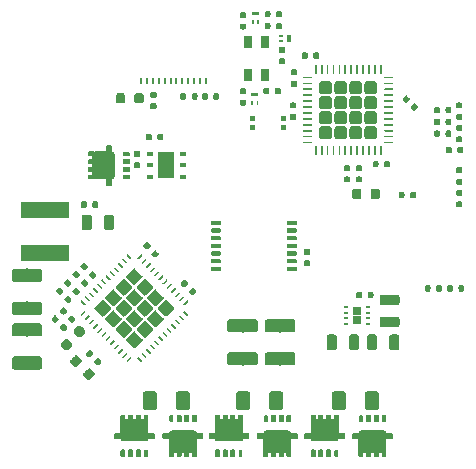
<source format=gbr>
G04 #@! TF.GenerationSoftware,KiCad,Pcbnew,(5.1.0-1390-gc38e9d5c4)*
G04 #@! TF.CreationDate,2019-08-14T17:04:35-04:00*
G04 #@! TF.ProjectId,stm32-nema17-servo,73746d33-322d-46e6-956d-6131372d7365,rev?*
G04 #@! TF.SameCoordinates,Original*
G04 #@! TF.FileFunction,Paste,Top*
G04 #@! TF.FilePolarity,Positive*
%FSLAX46Y46*%
G04 Gerber Fmt 4.6, Leading zero omitted, Abs format (unit mm)*
G04 Created by KiCad (PCBNEW (5.1.0-1390-gc38e9d5c4)) date 2019-08-14 17:04:35*
%MOMM*%
%LPD*%
G04 APERTURE LIST*
%ADD10R,0.200000X0.600000*%
%ADD11C,0.100000*%
%ADD12C,0.775000*%
%ADD13C,0.450000*%
%ADD14C,0.490000*%
%ADD15C,0.350000*%
%ADD16C,1.150000*%
%ADD17C,0.875000*%
%ADD18C,0.300000*%
%ADD19C,0.150000*%
%ADD20R,0.800000X1.100000*%
%ADD21C,1.084435*%
%ADD22C,1.060000*%
%ADD23C,0.140000*%
%ADD24C,1.900000*%
%ADD25C,0.420000*%
%ADD26C,0.570000*%
%ADD27C,0.320000*%
%ADD28R,4.100000X1.400000*%
%ADD29R,0.430000X0.100000*%
%ADD30R,0.750000X0.650000*%
%ADD31R,0.400000X0.150000*%
%ADD32R,0.500000X0.300000*%
%ADD33R,1.400000X2.300000*%
G04 APERTURE END LIST*
D10*
X140950000Y-106060000D03*
X142450000Y-106060000D03*
X141950000Y-106060000D03*
X141450000Y-106060000D03*
X140450000Y-106060000D03*
X142950000Y-106060000D03*
X143450000Y-106060000D03*
X143950000Y-106060000D03*
X144450000Y-106060000D03*
X144950000Y-106060000D03*
X145450000Y-106060000D03*
X145950000Y-106060000D03*
D11*
G36*
X135304475Y-126763631D02*
G01*
X135367332Y-126805631D01*
X135694369Y-127132668D01*
X135736369Y-127195525D01*
X135751117Y-127269670D01*
X135736369Y-127343815D01*
X135694369Y-127406672D01*
X135420366Y-127680675D01*
X135357509Y-127722675D01*
X135283364Y-127737423D01*
X135209219Y-127722675D01*
X135146362Y-127680675D01*
X134819325Y-127353638D01*
X134777325Y-127290781D01*
X134762577Y-127216636D01*
X134777325Y-127142491D01*
X134819325Y-127079634D01*
X135093328Y-126805631D01*
X135156185Y-126763631D01*
X135230330Y-126748883D01*
X135304475Y-126763631D01*
X135304475Y-126763631D01*
G37*
D12*
X135256847Y-127243153D03*
D11*
G36*
X134190781Y-127877325D02*
G01*
X134253638Y-127919325D01*
X134580675Y-128246362D01*
X134622675Y-128309219D01*
X134637423Y-128383364D01*
X134622675Y-128457509D01*
X134580675Y-128520366D01*
X134306672Y-128794369D01*
X134243815Y-128836369D01*
X134169670Y-128851117D01*
X134095525Y-128836369D01*
X134032668Y-128794369D01*
X133705631Y-128467332D01*
X133663631Y-128404475D01*
X133648883Y-128330330D01*
X133663631Y-128256185D01*
X133705631Y-128193328D01*
X133979634Y-127919325D01*
X134042491Y-127877325D01*
X134116636Y-127862577D01*
X134190781Y-127877325D01*
X134190781Y-127877325D01*
G37*
D12*
X134143153Y-128356847D03*
D11*
G36*
X152680552Y-109758564D02*
G01*
X152717050Y-109782950D01*
X152741436Y-109819448D01*
X152750000Y-109862500D01*
X152750000Y-110087500D01*
X152741436Y-110130552D01*
X152717050Y-110167050D01*
X152680552Y-110191436D01*
X152637500Y-110200000D01*
X152412500Y-110200000D01*
X152369448Y-110191436D01*
X152332950Y-110167050D01*
X152308564Y-110130552D01*
X152300000Y-110087500D01*
X152300000Y-109862500D01*
X152308564Y-109819448D01*
X152332950Y-109782950D01*
X152369448Y-109758564D01*
X152412500Y-109750000D01*
X152637500Y-109750000D01*
X152680552Y-109758564D01*
X152680552Y-109758564D01*
G37*
D13*
X152525000Y-109975000D03*
D11*
G36*
X150030552Y-109758564D02*
G01*
X150067050Y-109782950D01*
X150091436Y-109819448D01*
X150100000Y-109862500D01*
X150100000Y-110087500D01*
X150091436Y-110130552D01*
X150067050Y-110167050D01*
X150030552Y-110191436D01*
X149987500Y-110200000D01*
X149762500Y-110200000D01*
X149719448Y-110191436D01*
X149682950Y-110167050D01*
X149658564Y-110130552D01*
X149650000Y-110087500D01*
X149650000Y-109862500D01*
X149658564Y-109819448D01*
X149682950Y-109782950D01*
X149719448Y-109758564D01*
X149762500Y-109750000D01*
X149987500Y-109750000D01*
X150030552Y-109758564D01*
X150030552Y-109758564D01*
G37*
D13*
X149875000Y-109975000D03*
D11*
G36*
X150030552Y-109008564D02*
G01*
X150067050Y-109032950D01*
X150091436Y-109069448D01*
X150100000Y-109112500D01*
X150100000Y-109337500D01*
X150091436Y-109380552D01*
X150067050Y-109417050D01*
X150030552Y-109441436D01*
X149987500Y-109450000D01*
X149762500Y-109450000D01*
X149719448Y-109441436D01*
X149682950Y-109417050D01*
X149658564Y-109380552D01*
X149650000Y-109337500D01*
X149650000Y-109112500D01*
X149658564Y-109069448D01*
X149682950Y-109032950D01*
X149719448Y-109008564D01*
X149762500Y-109000000D01*
X149987500Y-109000000D01*
X150030552Y-109008564D01*
X150030552Y-109008564D01*
G37*
D13*
X149875000Y-109225000D03*
D11*
G36*
X152680552Y-109008564D02*
G01*
X152717050Y-109032950D01*
X152741436Y-109069448D01*
X152750000Y-109112500D01*
X152750000Y-109337500D01*
X152741436Y-109380552D01*
X152717050Y-109417050D01*
X152680552Y-109441436D01*
X152637500Y-109450000D01*
X152412500Y-109450000D01*
X152369448Y-109441436D01*
X152332950Y-109417050D01*
X152308564Y-109380552D01*
X152300000Y-109337500D01*
X152300000Y-109112500D01*
X152308564Y-109069448D01*
X152332950Y-109032950D01*
X152369448Y-109008564D01*
X152412500Y-109000000D01*
X152637500Y-109000000D01*
X152680552Y-109008564D01*
X152680552Y-109008564D01*
G37*
D13*
X152525000Y-109225000D03*
D11*
G36*
X153494379Y-107879325D02*
G01*
X153534121Y-107905879D01*
X153560675Y-107945621D01*
X153570000Y-107992500D01*
X153570000Y-108237500D01*
X153560675Y-108284379D01*
X153534121Y-108324121D01*
X153494379Y-108350675D01*
X153447500Y-108360000D01*
X153152500Y-108360000D01*
X153105621Y-108350675D01*
X153065879Y-108324121D01*
X153039325Y-108284379D01*
X153030000Y-108237500D01*
X153030000Y-107992500D01*
X153039325Y-107945621D01*
X153065879Y-107905879D01*
X153105621Y-107879325D01*
X153152500Y-107870000D01*
X153447500Y-107870000D01*
X153494379Y-107879325D01*
X153494379Y-107879325D01*
G37*
D14*
X153300000Y-108115000D03*
D11*
G36*
X153494379Y-108849325D02*
G01*
X153534121Y-108875879D01*
X153560675Y-108915621D01*
X153570000Y-108962500D01*
X153570000Y-109207500D01*
X153560675Y-109254379D01*
X153534121Y-109294121D01*
X153494379Y-109320675D01*
X153447500Y-109330000D01*
X153152500Y-109330000D01*
X153105621Y-109320675D01*
X153065879Y-109294121D01*
X153039325Y-109254379D01*
X153030000Y-109207500D01*
X153030000Y-108962500D01*
X153039325Y-108915621D01*
X153065879Y-108875879D01*
X153105621Y-108849325D01*
X153152500Y-108840000D01*
X153447500Y-108840000D01*
X153494379Y-108849325D01*
X153494379Y-108849325D01*
G37*
D14*
X153300000Y-109085000D03*
D11*
G36*
X147145985Y-121781661D02*
G01*
X147174372Y-121800628D01*
X147193339Y-121829015D01*
X147200000Y-121862500D01*
X147200000Y-122037500D01*
X147193339Y-122070985D01*
X147174372Y-122099372D01*
X147145985Y-122118339D01*
X147112500Y-122125000D01*
X146462500Y-122125000D01*
X146429015Y-122118339D01*
X146400628Y-122099372D01*
X146381661Y-122070985D01*
X146375000Y-122037500D01*
X146375000Y-121862500D01*
X146381661Y-121829015D01*
X146400628Y-121800628D01*
X146429015Y-121781661D01*
X146462500Y-121775000D01*
X147112500Y-121775000D01*
X147145985Y-121781661D01*
X147145985Y-121781661D01*
G37*
D15*
X146787500Y-121950000D03*
D11*
G36*
X147145985Y-121131661D02*
G01*
X147174372Y-121150628D01*
X147193339Y-121179015D01*
X147200000Y-121212500D01*
X147200000Y-121387500D01*
X147193339Y-121420985D01*
X147174372Y-121449372D01*
X147145985Y-121468339D01*
X147112500Y-121475000D01*
X146462500Y-121475000D01*
X146429015Y-121468339D01*
X146400628Y-121449372D01*
X146381661Y-121420985D01*
X146375000Y-121387500D01*
X146375000Y-121212500D01*
X146381661Y-121179015D01*
X146400628Y-121150628D01*
X146429015Y-121131661D01*
X146462500Y-121125000D01*
X147112500Y-121125000D01*
X147145985Y-121131661D01*
X147145985Y-121131661D01*
G37*
D15*
X146787500Y-121300000D03*
D11*
G36*
X147145985Y-120481661D02*
G01*
X147174372Y-120500628D01*
X147193339Y-120529015D01*
X147200000Y-120562500D01*
X147200000Y-120737500D01*
X147193339Y-120770985D01*
X147174372Y-120799372D01*
X147145985Y-120818339D01*
X147112500Y-120825000D01*
X146462500Y-120825000D01*
X146429015Y-120818339D01*
X146400628Y-120799372D01*
X146381661Y-120770985D01*
X146375000Y-120737500D01*
X146375000Y-120562500D01*
X146381661Y-120529015D01*
X146400628Y-120500628D01*
X146429015Y-120481661D01*
X146462500Y-120475000D01*
X147112500Y-120475000D01*
X147145985Y-120481661D01*
X147145985Y-120481661D01*
G37*
D15*
X146787500Y-120650000D03*
D11*
G36*
X147145985Y-119831661D02*
G01*
X147174372Y-119850628D01*
X147193339Y-119879015D01*
X147200000Y-119912500D01*
X147200000Y-120087500D01*
X147193339Y-120120985D01*
X147174372Y-120149372D01*
X147145985Y-120168339D01*
X147112500Y-120175000D01*
X146462500Y-120175000D01*
X146429015Y-120168339D01*
X146400628Y-120149372D01*
X146381661Y-120120985D01*
X146375000Y-120087500D01*
X146375000Y-119912500D01*
X146381661Y-119879015D01*
X146400628Y-119850628D01*
X146429015Y-119831661D01*
X146462500Y-119825000D01*
X147112500Y-119825000D01*
X147145985Y-119831661D01*
X147145985Y-119831661D01*
G37*
D15*
X146787500Y-120000000D03*
D11*
G36*
X147145985Y-119181661D02*
G01*
X147174372Y-119200628D01*
X147193339Y-119229015D01*
X147200000Y-119262500D01*
X147200000Y-119437500D01*
X147193339Y-119470985D01*
X147174372Y-119499372D01*
X147145985Y-119518339D01*
X147112500Y-119525000D01*
X146462500Y-119525000D01*
X146429015Y-119518339D01*
X146400628Y-119499372D01*
X146381661Y-119470985D01*
X146375000Y-119437500D01*
X146375000Y-119262500D01*
X146381661Y-119229015D01*
X146400628Y-119200628D01*
X146429015Y-119181661D01*
X146462500Y-119175000D01*
X147112500Y-119175000D01*
X147145985Y-119181661D01*
X147145985Y-119181661D01*
G37*
D15*
X146787500Y-119350000D03*
D11*
G36*
X147145985Y-118531661D02*
G01*
X147174372Y-118550628D01*
X147193339Y-118579015D01*
X147200000Y-118612500D01*
X147200000Y-118787500D01*
X147193339Y-118820985D01*
X147174372Y-118849372D01*
X147145985Y-118868339D01*
X147112500Y-118875000D01*
X146462500Y-118875000D01*
X146429015Y-118868339D01*
X146400628Y-118849372D01*
X146381661Y-118820985D01*
X146375000Y-118787500D01*
X146375000Y-118612500D01*
X146381661Y-118579015D01*
X146400628Y-118550628D01*
X146429015Y-118531661D01*
X146462500Y-118525000D01*
X147112500Y-118525000D01*
X147145985Y-118531661D01*
X147145985Y-118531661D01*
G37*
D15*
X146787500Y-118700000D03*
D11*
G36*
X147145985Y-117881661D02*
G01*
X147174372Y-117900628D01*
X147193339Y-117929015D01*
X147200000Y-117962500D01*
X147200000Y-118137500D01*
X147193339Y-118170985D01*
X147174372Y-118199372D01*
X147145985Y-118218339D01*
X147112500Y-118225000D01*
X146462500Y-118225000D01*
X146429015Y-118218339D01*
X146400628Y-118199372D01*
X146381661Y-118170985D01*
X146375000Y-118137500D01*
X146375000Y-117962500D01*
X146381661Y-117929015D01*
X146400628Y-117900628D01*
X146429015Y-117881661D01*
X146462500Y-117875000D01*
X147112500Y-117875000D01*
X147145985Y-117881661D01*
X147145985Y-117881661D01*
G37*
D15*
X146787500Y-118050000D03*
D11*
G36*
X153570985Y-117881661D02*
G01*
X153599372Y-117900628D01*
X153618339Y-117929015D01*
X153625000Y-117962500D01*
X153625000Y-118137500D01*
X153618339Y-118170985D01*
X153599372Y-118199372D01*
X153570985Y-118218339D01*
X153537500Y-118225000D01*
X152887500Y-118225000D01*
X152854015Y-118218339D01*
X152825628Y-118199372D01*
X152806661Y-118170985D01*
X152800000Y-118137500D01*
X152800000Y-117962500D01*
X152806661Y-117929015D01*
X152825628Y-117900628D01*
X152854015Y-117881661D01*
X152887500Y-117875000D01*
X153537500Y-117875000D01*
X153570985Y-117881661D01*
X153570985Y-117881661D01*
G37*
D15*
X153212500Y-118050000D03*
D11*
G36*
X153570985Y-118531661D02*
G01*
X153599372Y-118550628D01*
X153618339Y-118579015D01*
X153625000Y-118612500D01*
X153625000Y-118787500D01*
X153618339Y-118820985D01*
X153599372Y-118849372D01*
X153570985Y-118868339D01*
X153537500Y-118875000D01*
X152887500Y-118875000D01*
X152854015Y-118868339D01*
X152825628Y-118849372D01*
X152806661Y-118820985D01*
X152800000Y-118787500D01*
X152800000Y-118612500D01*
X152806661Y-118579015D01*
X152825628Y-118550628D01*
X152854015Y-118531661D01*
X152887500Y-118525000D01*
X153537500Y-118525000D01*
X153570985Y-118531661D01*
X153570985Y-118531661D01*
G37*
D15*
X153212500Y-118700000D03*
D11*
G36*
X153570985Y-119181661D02*
G01*
X153599372Y-119200628D01*
X153618339Y-119229015D01*
X153625000Y-119262500D01*
X153625000Y-119437500D01*
X153618339Y-119470985D01*
X153599372Y-119499372D01*
X153570985Y-119518339D01*
X153537500Y-119525000D01*
X152887500Y-119525000D01*
X152854015Y-119518339D01*
X152825628Y-119499372D01*
X152806661Y-119470985D01*
X152800000Y-119437500D01*
X152800000Y-119262500D01*
X152806661Y-119229015D01*
X152825628Y-119200628D01*
X152854015Y-119181661D01*
X152887500Y-119175000D01*
X153537500Y-119175000D01*
X153570985Y-119181661D01*
X153570985Y-119181661D01*
G37*
D15*
X153212500Y-119350000D03*
D11*
G36*
X153570985Y-119831661D02*
G01*
X153599372Y-119850628D01*
X153618339Y-119879015D01*
X153625000Y-119912500D01*
X153625000Y-120087500D01*
X153618339Y-120120985D01*
X153599372Y-120149372D01*
X153570985Y-120168339D01*
X153537500Y-120175000D01*
X152887500Y-120175000D01*
X152854015Y-120168339D01*
X152825628Y-120149372D01*
X152806661Y-120120985D01*
X152800000Y-120087500D01*
X152800000Y-119912500D01*
X152806661Y-119879015D01*
X152825628Y-119850628D01*
X152854015Y-119831661D01*
X152887500Y-119825000D01*
X153537500Y-119825000D01*
X153570985Y-119831661D01*
X153570985Y-119831661D01*
G37*
D15*
X153212500Y-120000000D03*
D11*
G36*
X153570985Y-120481661D02*
G01*
X153599372Y-120500628D01*
X153618339Y-120529015D01*
X153625000Y-120562500D01*
X153625000Y-120737500D01*
X153618339Y-120770985D01*
X153599372Y-120799372D01*
X153570985Y-120818339D01*
X153537500Y-120825000D01*
X152887500Y-120825000D01*
X152854015Y-120818339D01*
X152825628Y-120799372D01*
X152806661Y-120770985D01*
X152800000Y-120737500D01*
X152800000Y-120562500D01*
X152806661Y-120529015D01*
X152825628Y-120500628D01*
X152854015Y-120481661D01*
X152887500Y-120475000D01*
X153537500Y-120475000D01*
X153570985Y-120481661D01*
X153570985Y-120481661D01*
G37*
D15*
X153212500Y-120650000D03*
D11*
G36*
X153570985Y-121131661D02*
G01*
X153599372Y-121150628D01*
X153618339Y-121179015D01*
X153625000Y-121212500D01*
X153625000Y-121387500D01*
X153618339Y-121420985D01*
X153599372Y-121449372D01*
X153570985Y-121468339D01*
X153537500Y-121475000D01*
X152887500Y-121475000D01*
X152854015Y-121468339D01*
X152825628Y-121449372D01*
X152806661Y-121420985D01*
X152800000Y-121387500D01*
X152800000Y-121212500D01*
X152806661Y-121179015D01*
X152825628Y-121150628D01*
X152854015Y-121131661D01*
X152887500Y-121125000D01*
X153537500Y-121125000D01*
X153570985Y-121131661D01*
X153570985Y-121131661D01*
G37*
D15*
X153212500Y-121300000D03*
D11*
G36*
X153570985Y-121781661D02*
G01*
X153599372Y-121800628D01*
X153618339Y-121829015D01*
X153625000Y-121862500D01*
X153625000Y-122037500D01*
X153618339Y-122070985D01*
X153599372Y-122099372D01*
X153570985Y-122118339D01*
X153537500Y-122125000D01*
X152887500Y-122125000D01*
X152854015Y-122118339D01*
X152825628Y-122099372D01*
X152806661Y-122070985D01*
X152800000Y-122037500D01*
X152800000Y-121862500D01*
X152806661Y-121829015D01*
X152825628Y-121800628D01*
X152854015Y-121781661D01*
X152887500Y-121775000D01*
X153537500Y-121775000D01*
X153570985Y-121781661D01*
X153570985Y-121781661D01*
G37*
D15*
X153212500Y-121950000D03*
D11*
G36*
X153383017Y-126192508D02*
G01*
X153457635Y-126242365D01*
X153507492Y-126316983D01*
X153525000Y-126405000D01*
X153525000Y-127095000D01*
X153507492Y-127183017D01*
X153457635Y-127257635D01*
X153383017Y-127307492D01*
X153295000Y-127325000D01*
X151205000Y-127325000D01*
X151116983Y-127307492D01*
X151042365Y-127257635D01*
X150992508Y-127183017D01*
X150975000Y-127095000D01*
X150975000Y-126405000D01*
X150992508Y-126316983D01*
X151042365Y-126242365D01*
X151116983Y-126192508D01*
X151205000Y-126175000D01*
X153295000Y-126175000D01*
X153383017Y-126192508D01*
X153383017Y-126192508D01*
G37*
D16*
X152250000Y-126750000D03*
D11*
G36*
X153383017Y-128992508D02*
G01*
X153457635Y-129042365D01*
X153507492Y-129116983D01*
X153525000Y-129205000D01*
X153525000Y-129895000D01*
X153507492Y-129983017D01*
X153457635Y-130057635D01*
X153383017Y-130107492D01*
X153295000Y-130125000D01*
X151205000Y-130125000D01*
X151116983Y-130107492D01*
X151042365Y-130057635D01*
X150992508Y-129983017D01*
X150975000Y-129895000D01*
X150975000Y-129205000D01*
X150992508Y-129116983D01*
X151042365Y-129042365D01*
X151116983Y-128992508D01*
X151205000Y-128975000D01*
X153295000Y-128975000D01*
X153383017Y-128992508D01*
X153383017Y-128992508D01*
G37*
D16*
X152250000Y-129550000D03*
D11*
G36*
X150183017Y-126192508D02*
G01*
X150257635Y-126242365D01*
X150307492Y-126316983D01*
X150325000Y-126405000D01*
X150325000Y-127095000D01*
X150307492Y-127183017D01*
X150257635Y-127257635D01*
X150183017Y-127307492D01*
X150095000Y-127325000D01*
X148005000Y-127325000D01*
X147916983Y-127307492D01*
X147842365Y-127257635D01*
X147792508Y-127183017D01*
X147775000Y-127095000D01*
X147775000Y-126405000D01*
X147792508Y-126316983D01*
X147842365Y-126242365D01*
X147916983Y-126192508D01*
X148005000Y-126175000D01*
X150095000Y-126175000D01*
X150183017Y-126192508D01*
X150183017Y-126192508D01*
G37*
D16*
X149050000Y-126750000D03*
D11*
G36*
X150183017Y-128992508D02*
G01*
X150257635Y-129042365D01*
X150307492Y-129116983D01*
X150325000Y-129205000D01*
X150325000Y-129895000D01*
X150307492Y-129983017D01*
X150257635Y-130057635D01*
X150183017Y-130107492D01*
X150095000Y-130125000D01*
X148005000Y-130125000D01*
X147916983Y-130107492D01*
X147842365Y-130057635D01*
X147792508Y-129983017D01*
X147775000Y-129895000D01*
X147775000Y-129205000D01*
X147792508Y-129116983D01*
X147842365Y-129042365D01*
X147916983Y-128992508D01*
X148005000Y-128975000D01*
X150095000Y-128975000D01*
X150183017Y-128992508D01*
X150183017Y-128992508D01*
G37*
D16*
X149050000Y-129550000D03*
D11*
G36*
X158789962Y-127516651D02*
G01*
X158860930Y-127564070D01*
X158908349Y-127635038D01*
X158925000Y-127718750D01*
X158925000Y-128581250D01*
X158908349Y-128664962D01*
X158860930Y-128735930D01*
X158789962Y-128783349D01*
X158706250Y-128800000D01*
X158268750Y-128800000D01*
X158185038Y-128783349D01*
X158114070Y-128735930D01*
X158066651Y-128664962D01*
X158050000Y-128581250D01*
X158050000Y-127718750D01*
X158066651Y-127635038D01*
X158114070Y-127564070D01*
X158185038Y-127516651D01*
X158268750Y-127500000D01*
X158706250Y-127500000D01*
X158789962Y-127516651D01*
X158789962Y-127516651D01*
G37*
D17*
X158487500Y-128150000D03*
D11*
G36*
X156914962Y-127516651D02*
G01*
X156985930Y-127564070D01*
X157033349Y-127635038D01*
X157050000Y-127718750D01*
X157050000Y-128581250D01*
X157033349Y-128664962D01*
X156985930Y-128735930D01*
X156914962Y-128783349D01*
X156831250Y-128800000D01*
X156393750Y-128800000D01*
X156310038Y-128783349D01*
X156239070Y-128735930D01*
X156191651Y-128664962D01*
X156175000Y-128581250D01*
X156175000Y-127718750D01*
X156191651Y-127635038D01*
X156239070Y-127564070D01*
X156310038Y-127516651D01*
X156393750Y-127500000D01*
X156831250Y-127500000D01*
X156914962Y-127516651D01*
X156914962Y-127516651D01*
G37*
D17*
X156612500Y-128150000D03*
D11*
G36*
X131933017Y-126542508D02*
G01*
X132007635Y-126592365D01*
X132057492Y-126666983D01*
X132075000Y-126755000D01*
X132075000Y-127445000D01*
X132057492Y-127533017D01*
X132007635Y-127607635D01*
X131933017Y-127657492D01*
X131845000Y-127675000D01*
X129755000Y-127675000D01*
X129666983Y-127657492D01*
X129592365Y-127607635D01*
X129542508Y-127533017D01*
X129525000Y-127445000D01*
X129525000Y-126755000D01*
X129542508Y-126666983D01*
X129592365Y-126592365D01*
X129666983Y-126542508D01*
X129755000Y-126525000D01*
X131845000Y-126525000D01*
X131933017Y-126542508D01*
X131933017Y-126542508D01*
G37*
D16*
X130800000Y-127100000D03*
D11*
G36*
X131933017Y-129342508D02*
G01*
X132007635Y-129392365D01*
X132057492Y-129466983D01*
X132075000Y-129555000D01*
X132075000Y-130245000D01*
X132057492Y-130333017D01*
X132007635Y-130407635D01*
X131933017Y-130457492D01*
X131845000Y-130475000D01*
X129755000Y-130475000D01*
X129666983Y-130457492D01*
X129592365Y-130407635D01*
X129542508Y-130333017D01*
X129525000Y-130245000D01*
X129525000Y-129555000D01*
X129542508Y-129466983D01*
X129592365Y-129392365D01*
X129666983Y-129342508D01*
X129755000Y-129325000D01*
X131845000Y-129325000D01*
X131933017Y-129342508D01*
X131933017Y-129342508D01*
G37*
D16*
X130800000Y-129900000D03*
D11*
G36*
X131933017Y-124742508D02*
G01*
X132007635Y-124792365D01*
X132057492Y-124866983D01*
X132075000Y-124955000D01*
X132075000Y-125645000D01*
X132057492Y-125733017D01*
X132007635Y-125807635D01*
X131933017Y-125857492D01*
X131845000Y-125875000D01*
X129755000Y-125875000D01*
X129666983Y-125857492D01*
X129592365Y-125807635D01*
X129542508Y-125733017D01*
X129525000Y-125645000D01*
X129525000Y-124955000D01*
X129542508Y-124866983D01*
X129592365Y-124792365D01*
X129666983Y-124742508D01*
X129755000Y-124725000D01*
X131845000Y-124725000D01*
X131933017Y-124742508D01*
X131933017Y-124742508D01*
G37*
D16*
X130800000Y-125300000D03*
D11*
G36*
X131933017Y-121942508D02*
G01*
X132007635Y-121992365D01*
X132057492Y-122066983D01*
X132075000Y-122155000D01*
X132075000Y-122845000D01*
X132057492Y-122933017D01*
X132007635Y-123007635D01*
X131933017Y-123057492D01*
X131845000Y-123075000D01*
X129755000Y-123075000D01*
X129666983Y-123057492D01*
X129592365Y-123007635D01*
X129542508Y-122933017D01*
X129525000Y-122845000D01*
X129525000Y-122155000D01*
X129542508Y-122066983D01*
X129592365Y-121992365D01*
X129666983Y-121942508D01*
X129755000Y-121925000D01*
X131845000Y-121925000D01*
X131933017Y-121942508D01*
X131933017Y-121942508D01*
G37*
D16*
X130800000Y-122500000D03*
D11*
G36*
X166784379Y-123339325D02*
G01*
X166824121Y-123365879D01*
X166850675Y-123405621D01*
X166860000Y-123452500D01*
X166860000Y-123747500D01*
X166850675Y-123794379D01*
X166824121Y-123834121D01*
X166784379Y-123860675D01*
X166737500Y-123870000D01*
X166492500Y-123870000D01*
X166445621Y-123860675D01*
X166405879Y-123834121D01*
X166379325Y-123794379D01*
X166370000Y-123747500D01*
X166370000Y-123452500D01*
X166379325Y-123405621D01*
X166405879Y-123365879D01*
X166445621Y-123339325D01*
X166492500Y-123330000D01*
X166737500Y-123330000D01*
X166784379Y-123339325D01*
X166784379Y-123339325D01*
G37*
D14*
X166615000Y-123600000D03*
D11*
G36*
X167754379Y-123339325D02*
G01*
X167794121Y-123365879D01*
X167820675Y-123405621D01*
X167830000Y-123452500D01*
X167830000Y-123747500D01*
X167820675Y-123794379D01*
X167794121Y-123834121D01*
X167754379Y-123860675D01*
X167707500Y-123870000D01*
X167462500Y-123870000D01*
X167415621Y-123860675D01*
X167375879Y-123834121D01*
X167349325Y-123794379D01*
X167340000Y-123747500D01*
X167340000Y-123452500D01*
X167349325Y-123405621D01*
X167375879Y-123365879D01*
X167415621Y-123339325D01*
X167462500Y-123330000D01*
X167707500Y-123330000D01*
X167754379Y-123339325D01*
X167754379Y-123339325D01*
G37*
D14*
X167585000Y-123600000D03*
D11*
G36*
X164884379Y-123339325D02*
G01*
X164924121Y-123365879D01*
X164950675Y-123405621D01*
X164960000Y-123452500D01*
X164960000Y-123747500D01*
X164950675Y-123794379D01*
X164924121Y-123834121D01*
X164884379Y-123860675D01*
X164837500Y-123870000D01*
X164592500Y-123870000D01*
X164545621Y-123860675D01*
X164505879Y-123834121D01*
X164479325Y-123794379D01*
X164470000Y-123747500D01*
X164470000Y-123452500D01*
X164479325Y-123405621D01*
X164505879Y-123365879D01*
X164545621Y-123339325D01*
X164592500Y-123330000D01*
X164837500Y-123330000D01*
X164884379Y-123339325D01*
X164884379Y-123339325D01*
G37*
D14*
X164715000Y-123600000D03*
D11*
G36*
X165854379Y-123339325D02*
G01*
X165894121Y-123365879D01*
X165920675Y-123405621D01*
X165930000Y-123452500D01*
X165930000Y-123747500D01*
X165920675Y-123794379D01*
X165894121Y-123834121D01*
X165854379Y-123860675D01*
X165807500Y-123870000D01*
X165562500Y-123870000D01*
X165515621Y-123860675D01*
X165475879Y-123834121D01*
X165449325Y-123794379D01*
X165440000Y-123747500D01*
X165440000Y-123452500D01*
X165449325Y-123405621D01*
X165475879Y-123365879D01*
X165515621Y-123339325D01*
X165562500Y-123330000D01*
X165807500Y-123330000D01*
X165854379Y-123339325D01*
X165854379Y-123339325D01*
G37*
D14*
X165685000Y-123600000D03*
D11*
G36*
X167594379Y-114334325D02*
G01*
X167634121Y-114360879D01*
X167660675Y-114400621D01*
X167670000Y-114447500D01*
X167670000Y-114692500D01*
X167660675Y-114739379D01*
X167634121Y-114779121D01*
X167594379Y-114805675D01*
X167547500Y-114815000D01*
X167252500Y-114815000D01*
X167205621Y-114805675D01*
X167165879Y-114779121D01*
X167139325Y-114739379D01*
X167130000Y-114692500D01*
X167130000Y-114447500D01*
X167139325Y-114400621D01*
X167165879Y-114360879D01*
X167205621Y-114334325D01*
X167252500Y-114325000D01*
X167547500Y-114325000D01*
X167594379Y-114334325D01*
X167594379Y-114334325D01*
G37*
D14*
X167400000Y-114570000D03*
D11*
G36*
X167594379Y-113364325D02*
G01*
X167634121Y-113390879D01*
X167660675Y-113430621D01*
X167670000Y-113477500D01*
X167670000Y-113722500D01*
X167660675Y-113769379D01*
X167634121Y-113809121D01*
X167594379Y-113835675D01*
X167547500Y-113845000D01*
X167252500Y-113845000D01*
X167205621Y-113835675D01*
X167165879Y-113809121D01*
X167139325Y-113769379D01*
X167130000Y-113722500D01*
X167130000Y-113477500D01*
X167139325Y-113430621D01*
X167165879Y-113390879D01*
X167205621Y-113364325D01*
X167252500Y-113355000D01*
X167547500Y-113355000D01*
X167594379Y-113364325D01*
X167594379Y-113364325D01*
G37*
D14*
X167400000Y-113600000D03*
D11*
G36*
X167594379Y-116249325D02*
G01*
X167634121Y-116275879D01*
X167660675Y-116315621D01*
X167670000Y-116362500D01*
X167670000Y-116607500D01*
X167660675Y-116654379D01*
X167634121Y-116694121D01*
X167594379Y-116720675D01*
X167547500Y-116730000D01*
X167252500Y-116730000D01*
X167205621Y-116720675D01*
X167165879Y-116694121D01*
X167139325Y-116654379D01*
X167130000Y-116607500D01*
X167130000Y-116362500D01*
X167139325Y-116315621D01*
X167165879Y-116275879D01*
X167205621Y-116249325D01*
X167252500Y-116240000D01*
X167547500Y-116240000D01*
X167594379Y-116249325D01*
X167594379Y-116249325D01*
G37*
D14*
X167400000Y-116485000D03*
D11*
G36*
X167594379Y-115279325D02*
G01*
X167634121Y-115305879D01*
X167660675Y-115345621D01*
X167670000Y-115392500D01*
X167670000Y-115637500D01*
X167660675Y-115684379D01*
X167634121Y-115724121D01*
X167594379Y-115750675D01*
X167547500Y-115760000D01*
X167252500Y-115760000D01*
X167205621Y-115750675D01*
X167165879Y-115724121D01*
X167139325Y-115684379D01*
X167130000Y-115637500D01*
X167130000Y-115392500D01*
X167139325Y-115345621D01*
X167165879Y-115305879D01*
X167205621Y-115279325D01*
X167252500Y-115270000D01*
X167547500Y-115270000D01*
X167594379Y-115279325D01*
X167594379Y-115279325D01*
G37*
D14*
X167400000Y-115515000D03*
D11*
G36*
X166654379Y-108239325D02*
G01*
X166694121Y-108265879D01*
X166720675Y-108305621D01*
X166730000Y-108352500D01*
X166730000Y-108647500D01*
X166720675Y-108694379D01*
X166694121Y-108734121D01*
X166654379Y-108760675D01*
X166607500Y-108770000D01*
X166362500Y-108770000D01*
X166315621Y-108760675D01*
X166275879Y-108734121D01*
X166249325Y-108694379D01*
X166240000Y-108647500D01*
X166240000Y-108352500D01*
X166249325Y-108305621D01*
X166275879Y-108265879D01*
X166315621Y-108239325D01*
X166362500Y-108230000D01*
X166607500Y-108230000D01*
X166654379Y-108239325D01*
X166654379Y-108239325D01*
G37*
D14*
X166485000Y-108500000D03*
D11*
G36*
X165684379Y-108239325D02*
G01*
X165724121Y-108265879D01*
X165750675Y-108305621D01*
X165760000Y-108352500D01*
X165760000Y-108647500D01*
X165750675Y-108694379D01*
X165724121Y-108734121D01*
X165684379Y-108760675D01*
X165637500Y-108770000D01*
X165392500Y-108770000D01*
X165345621Y-108760675D01*
X165305879Y-108734121D01*
X165279325Y-108694379D01*
X165270000Y-108647500D01*
X165270000Y-108352500D01*
X165279325Y-108305621D01*
X165305879Y-108265879D01*
X165345621Y-108239325D01*
X165392500Y-108230000D01*
X165637500Y-108230000D01*
X165684379Y-108239325D01*
X165684379Y-108239325D01*
G37*
D14*
X165515000Y-108500000D03*
D11*
G36*
X166654379Y-109239325D02*
G01*
X166694121Y-109265879D01*
X166720675Y-109305621D01*
X166730000Y-109352500D01*
X166730000Y-109647500D01*
X166720675Y-109694379D01*
X166694121Y-109734121D01*
X166654379Y-109760675D01*
X166607500Y-109770000D01*
X166362500Y-109770000D01*
X166315621Y-109760675D01*
X166275879Y-109734121D01*
X166249325Y-109694379D01*
X166240000Y-109647500D01*
X166240000Y-109352500D01*
X166249325Y-109305621D01*
X166275879Y-109265879D01*
X166315621Y-109239325D01*
X166362500Y-109230000D01*
X166607500Y-109230000D01*
X166654379Y-109239325D01*
X166654379Y-109239325D01*
G37*
D14*
X166485000Y-109500000D03*
D11*
G36*
X165684379Y-109239325D02*
G01*
X165724121Y-109265879D01*
X165750675Y-109305621D01*
X165760000Y-109352500D01*
X165760000Y-109647500D01*
X165750675Y-109694379D01*
X165724121Y-109734121D01*
X165684379Y-109760675D01*
X165637500Y-109770000D01*
X165392500Y-109770000D01*
X165345621Y-109760675D01*
X165305879Y-109734121D01*
X165279325Y-109694379D01*
X165270000Y-109647500D01*
X165270000Y-109352500D01*
X165279325Y-109305621D01*
X165305879Y-109265879D01*
X165345621Y-109239325D01*
X165392500Y-109230000D01*
X165637500Y-109230000D01*
X165684379Y-109239325D01*
X165684379Y-109239325D01*
G37*
D14*
X165515000Y-109500000D03*
D11*
G36*
X166654379Y-110239325D02*
G01*
X166694121Y-110265879D01*
X166720675Y-110305621D01*
X166730000Y-110352500D01*
X166730000Y-110647500D01*
X166720675Y-110694379D01*
X166694121Y-110734121D01*
X166654379Y-110760675D01*
X166607500Y-110770000D01*
X166362500Y-110770000D01*
X166315621Y-110760675D01*
X166275879Y-110734121D01*
X166249325Y-110694379D01*
X166240000Y-110647500D01*
X166240000Y-110352500D01*
X166249325Y-110305621D01*
X166275879Y-110265879D01*
X166315621Y-110239325D01*
X166362500Y-110230000D01*
X166607500Y-110230000D01*
X166654379Y-110239325D01*
X166654379Y-110239325D01*
G37*
D14*
X166485000Y-110500000D03*
D11*
G36*
X165684379Y-110239325D02*
G01*
X165724121Y-110265879D01*
X165750675Y-110305621D01*
X165760000Y-110352500D01*
X165760000Y-110647500D01*
X165750675Y-110694379D01*
X165724121Y-110734121D01*
X165684379Y-110760675D01*
X165637500Y-110770000D01*
X165392500Y-110770000D01*
X165345621Y-110760675D01*
X165305879Y-110734121D01*
X165279325Y-110694379D01*
X165270000Y-110647500D01*
X165270000Y-110352500D01*
X165279325Y-110305621D01*
X165305879Y-110265879D01*
X165345621Y-110239325D01*
X165392500Y-110230000D01*
X165637500Y-110230000D01*
X165684379Y-110239325D01*
X165684379Y-110239325D01*
G37*
D14*
X165515000Y-110500000D03*
D11*
G36*
X152304379Y-101139325D02*
G01*
X152344121Y-101165879D01*
X152370675Y-101205621D01*
X152380000Y-101252500D01*
X152380000Y-101547500D01*
X152370675Y-101594379D01*
X152344121Y-101634121D01*
X152304379Y-101660675D01*
X152257500Y-101670000D01*
X152012500Y-101670000D01*
X151965621Y-101660675D01*
X151925879Y-101634121D01*
X151899325Y-101594379D01*
X151890000Y-101547500D01*
X151890000Y-101252500D01*
X151899325Y-101205621D01*
X151925879Y-101165879D01*
X151965621Y-101139325D01*
X152012500Y-101130000D01*
X152257500Y-101130000D01*
X152304379Y-101139325D01*
X152304379Y-101139325D01*
G37*
D14*
X152135000Y-101400000D03*
D11*
G36*
X151334379Y-101139325D02*
G01*
X151374121Y-101165879D01*
X151400675Y-101205621D01*
X151410000Y-101252500D01*
X151410000Y-101547500D01*
X151400675Y-101594379D01*
X151374121Y-101634121D01*
X151334379Y-101660675D01*
X151287500Y-101670000D01*
X151042500Y-101670000D01*
X150995621Y-101660675D01*
X150955879Y-101634121D01*
X150929325Y-101594379D01*
X150920000Y-101547500D01*
X150920000Y-101252500D01*
X150929325Y-101205621D01*
X150955879Y-101165879D01*
X150995621Y-101139325D01*
X151042500Y-101130000D01*
X151287500Y-101130000D01*
X151334379Y-101139325D01*
X151334379Y-101139325D01*
G37*
D14*
X151165000Y-101400000D03*
D11*
G36*
X149294379Y-100229325D02*
G01*
X149334121Y-100255879D01*
X149360675Y-100295621D01*
X149370000Y-100342500D01*
X149370000Y-100587500D01*
X149360675Y-100634379D01*
X149334121Y-100674121D01*
X149294379Y-100700675D01*
X149247500Y-100710000D01*
X148952500Y-100710000D01*
X148905621Y-100700675D01*
X148865879Y-100674121D01*
X148839325Y-100634379D01*
X148830000Y-100587500D01*
X148830000Y-100342500D01*
X148839325Y-100295621D01*
X148865879Y-100255879D01*
X148905621Y-100229325D01*
X148952500Y-100220000D01*
X149247500Y-100220000D01*
X149294379Y-100229325D01*
X149294379Y-100229325D01*
G37*
D14*
X149100000Y-100465000D03*
D11*
G36*
X149294379Y-101199325D02*
G01*
X149334121Y-101225879D01*
X149360675Y-101265621D01*
X149370000Y-101312500D01*
X149370000Y-101557500D01*
X149360675Y-101604379D01*
X149334121Y-101644121D01*
X149294379Y-101670675D01*
X149247500Y-101680000D01*
X148952500Y-101680000D01*
X148905621Y-101670675D01*
X148865879Y-101644121D01*
X148839325Y-101604379D01*
X148830000Y-101557500D01*
X148830000Y-101312500D01*
X148839325Y-101265621D01*
X148865879Y-101225879D01*
X148905621Y-101199325D01*
X148952500Y-101190000D01*
X149247500Y-101190000D01*
X149294379Y-101199325D01*
X149294379Y-101199325D01*
G37*
D14*
X149100000Y-101435000D03*
D11*
G36*
X149294379Y-107649325D02*
G01*
X149334121Y-107675879D01*
X149360675Y-107715621D01*
X149370000Y-107762500D01*
X149370000Y-108007500D01*
X149360675Y-108054379D01*
X149334121Y-108094121D01*
X149294379Y-108120675D01*
X149247500Y-108130000D01*
X148952500Y-108130000D01*
X148905621Y-108120675D01*
X148865879Y-108094121D01*
X148839325Y-108054379D01*
X148830000Y-108007500D01*
X148830000Y-107762500D01*
X148839325Y-107715621D01*
X148865879Y-107675879D01*
X148905621Y-107649325D01*
X148952500Y-107640000D01*
X149247500Y-107640000D01*
X149294379Y-107649325D01*
X149294379Y-107649325D01*
G37*
D14*
X149100000Y-107885000D03*
D11*
G36*
X149294379Y-106679325D02*
G01*
X149334121Y-106705879D01*
X149360675Y-106745621D01*
X149370000Y-106792500D01*
X149370000Y-107037500D01*
X149360675Y-107084379D01*
X149334121Y-107124121D01*
X149294379Y-107150675D01*
X149247500Y-107160000D01*
X148952500Y-107160000D01*
X148905621Y-107150675D01*
X148865879Y-107124121D01*
X148839325Y-107084379D01*
X148830000Y-107037500D01*
X148830000Y-106792500D01*
X148839325Y-106745621D01*
X148865879Y-106705879D01*
X148905621Y-106679325D01*
X148952500Y-106670000D01*
X149247500Y-106670000D01*
X149294379Y-106679325D01*
X149294379Y-106679325D01*
G37*
D14*
X149100000Y-106915000D03*
D11*
G36*
X152594379Y-104149325D02*
G01*
X152634121Y-104175879D01*
X152660675Y-104215621D01*
X152670000Y-104262500D01*
X152670000Y-104507500D01*
X152660675Y-104554379D01*
X152634121Y-104594121D01*
X152594379Y-104620675D01*
X152547500Y-104630000D01*
X152252500Y-104630000D01*
X152205621Y-104620675D01*
X152165879Y-104594121D01*
X152139325Y-104554379D01*
X152130000Y-104507500D01*
X152130000Y-104262500D01*
X152139325Y-104215621D01*
X152165879Y-104175879D01*
X152205621Y-104149325D01*
X152252500Y-104140000D01*
X152547500Y-104140000D01*
X152594379Y-104149325D01*
X152594379Y-104149325D01*
G37*
D14*
X152400000Y-104385000D03*
D11*
G36*
X152594379Y-103179325D02*
G01*
X152634121Y-103205879D01*
X152660675Y-103245621D01*
X152670000Y-103292500D01*
X152670000Y-103537500D01*
X152660675Y-103584379D01*
X152634121Y-103624121D01*
X152594379Y-103650675D01*
X152547500Y-103660000D01*
X152252500Y-103660000D01*
X152205621Y-103650675D01*
X152165879Y-103624121D01*
X152139325Y-103584379D01*
X152130000Y-103537500D01*
X152130000Y-103292500D01*
X152139325Y-103245621D01*
X152165879Y-103205879D01*
X152205621Y-103179325D01*
X152252500Y-103170000D01*
X152547500Y-103170000D01*
X152594379Y-103179325D01*
X152594379Y-103179325D01*
G37*
D14*
X152400000Y-103415000D03*
D11*
G36*
X152304379Y-100139325D02*
G01*
X152344121Y-100165879D01*
X152370675Y-100205621D01*
X152380000Y-100252500D01*
X152380000Y-100547500D01*
X152370675Y-100594379D01*
X152344121Y-100634121D01*
X152304379Y-100660675D01*
X152257500Y-100670000D01*
X152012500Y-100670000D01*
X151965621Y-100660675D01*
X151925879Y-100634121D01*
X151899325Y-100594379D01*
X151890000Y-100547500D01*
X151890000Y-100252500D01*
X151899325Y-100205621D01*
X151925879Y-100165879D01*
X151965621Y-100139325D01*
X152012500Y-100130000D01*
X152257500Y-100130000D01*
X152304379Y-100139325D01*
X152304379Y-100139325D01*
G37*
D14*
X152135000Y-100400000D03*
D11*
G36*
X151334379Y-100139325D02*
G01*
X151374121Y-100165879D01*
X151400675Y-100205621D01*
X151410000Y-100252500D01*
X151410000Y-100547500D01*
X151400675Y-100594379D01*
X151374121Y-100634121D01*
X151334379Y-100660675D01*
X151287500Y-100670000D01*
X151042500Y-100670000D01*
X150995621Y-100660675D01*
X150955879Y-100634121D01*
X150929325Y-100594379D01*
X150920000Y-100547500D01*
X150920000Y-100252500D01*
X150929325Y-100205621D01*
X150955879Y-100165879D01*
X150995621Y-100139325D01*
X151042500Y-100130000D01*
X151287500Y-100130000D01*
X151334379Y-100139325D01*
X151334379Y-100139325D01*
G37*
D14*
X151165000Y-100400000D03*
D11*
G36*
X152204379Y-106639325D02*
G01*
X152244121Y-106665879D01*
X152270675Y-106705621D01*
X152280000Y-106752500D01*
X152280000Y-107047500D01*
X152270675Y-107094379D01*
X152244121Y-107134121D01*
X152204379Y-107160675D01*
X152157500Y-107170000D01*
X151912500Y-107170000D01*
X151865621Y-107160675D01*
X151825879Y-107134121D01*
X151799325Y-107094379D01*
X151790000Y-107047500D01*
X151790000Y-106752500D01*
X151799325Y-106705621D01*
X151825879Y-106665879D01*
X151865621Y-106639325D01*
X151912500Y-106630000D01*
X152157500Y-106630000D01*
X152204379Y-106639325D01*
X152204379Y-106639325D01*
G37*
D14*
X152035000Y-106900000D03*
D11*
G36*
X151234379Y-106639325D02*
G01*
X151274121Y-106665879D01*
X151300675Y-106705621D01*
X151310000Y-106752500D01*
X151310000Y-107047500D01*
X151300675Y-107094379D01*
X151274121Y-107134121D01*
X151234379Y-107160675D01*
X151187500Y-107170000D01*
X150942500Y-107170000D01*
X150895621Y-107160675D01*
X150855879Y-107134121D01*
X150829325Y-107094379D01*
X150820000Y-107047500D01*
X150820000Y-106752500D01*
X150829325Y-106705621D01*
X150855879Y-106665879D01*
X150895621Y-106639325D01*
X150942500Y-106630000D01*
X151187500Y-106630000D01*
X151234379Y-106639325D01*
X151234379Y-106639325D01*
G37*
D14*
X151065000Y-106900000D03*
D11*
G36*
X153126851Y-102152855D02*
G01*
X153139017Y-102160983D01*
X153147145Y-102173149D01*
X153150000Y-102187500D01*
X153150000Y-102712500D01*
X153147145Y-102726851D01*
X153139017Y-102739017D01*
X153126851Y-102747145D01*
X153112500Y-102750000D01*
X152887500Y-102750000D01*
X152873149Y-102747145D01*
X152860983Y-102739017D01*
X152852855Y-102726851D01*
X152850000Y-102712500D01*
X152850000Y-102187500D01*
X152852855Y-102173149D01*
X152860983Y-102160983D01*
X152873149Y-102152855D01*
X152887500Y-102150000D01*
X153112500Y-102150000D01*
X153126851Y-102152855D01*
X153126851Y-102152855D01*
G37*
D18*
X153000000Y-102450000D03*
D11*
G36*
X152431481Y-102602284D02*
G01*
X152441213Y-102608787D01*
X152447716Y-102618519D01*
X152450000Y-102630000D01*
X152450000Y-102720000D01*
X152447716Y-102731481D01*
X152441213Y-102741213D01*
X152431481Y-102747716D01*
X152420000Y-102750000D01*
X152180000Y-102750000D01*
X152168519Y-102747716D01*
X152158787Y-102741213D01*
X152152284Y-102731481D01*
X152150000Y-102720000D01*
X152150000Y-102630000D01*
X152152284Y-102618519D01*
X152158787Y-102608787D01*
X152168519Y-102602284D01*
X152180000Y-102600000D01*
X152420000Y-102600000D01*
X152431481Y-102602284D01*
X152431481Y-102602284D01*
G37*
D19*
X152300000Y-102675000D03*
D11*
G36*
X152431481Y-102152284D02*
G01*
X152441213Y-102158787D01*
X152447716Y-102168519D01*
X152450000Y-102180000D01*
X152450000Y-102270000D01*
X152447716Y-102281481D01*
X152441213Y-102291213D01*
X152431481Y-102297716D01*
X152420000Y-102300000D01*
X152180000Y-102300000D01*
X152168519Y-102297716D01*
X152158787Y-102291213D01*
X152152284Y-102281481D01*
X152150000Y-102270000D01*
X152150000Y-102180000D01*
X152152284Y-102168519D01*
X152158787Y-102158787D01*
X152168519Y-102152284D01*
X152180000Y-102150000D01*
X152420000Y-102150000D01*
X152431481Y-102152284D01*
X152431481Y-102152284D01*
G37*
D19*
X152300000Y-102225000D03*
D11*
G36*
X150426851Y-100202855D02*
G01*
X150439017Y-100210983D01*
X150447145Y-100223149D01*
X150450000Y-100237500D01*
X150450000Y-100462500D01*
X150447145Y-100476851D01*
X150439017Y-100489017D01*
X150426851Y-100497145D01*
X150412500Y-100500000D01*
X149887500Y-100500000D01*
X149873149Y-100497145D01*
X149860983Y-100489017D01*
X149852855Y-100476851D01*
X149850000Y-100462500D01*
X149850000Y-100237500D01*
X149852855Y-100223149D01*
X149860983Y-100210983D01*
X149873149Y-100202855D01*
X149887500Y-100200000D01*
X150412500Y-100200000D01*
X150426851Y-100202855D01*
X150426851Y-100202855D01*
G37*
D18*
X150150000Y-100350000D03*
D11*
G36*
X150431481Y-100902284D02*
G01*
X150441213Y-100908787D01*
X150447716Y-100918519D01*
X150450000Y-100930000D01*
X150450000Y-101170000D01*
X150447716Y-101181481D01*
X150441213Y-101191213D01*
X150431481Y-101197716D01*
X150420000Y-101200000D01*
X150330000Y-101200000D01*
X150318519Y-101197716D01*
X150308787Y-101191213D01*
X150302284Y-101181481D01*
X150300000Y-101170000D01*
X150300000Y-100930000D01*
X150302284Y-100918519D01*
X150308787Y-100908787D01*
X150318519Y-100902284D01*
X150330000Y-100900000D01*
X150420000Y-100900000D01*
X150431481Y-100902284D01*
X150431481Y-100902284D01*
G37*
D19*
X150375000Y-101050000D03*
D11*
G36*
X149981481Y-100902284D02*
G01*
X149991213Y-100908787D01*
X149997716Y-100918519D01*
X150000000Y-100930000D01*
X150000000Y-101170000D01*
X149997716Y-101181481D01*
X149991213Y-101191213D01*
X149981481Y-101197716D01*
X149970000Y-101200000D01*
X149880000Y-101200000D01*
X149868519Y-101197716D01*
X149858787Y-101191213D01*
X149852284Y-101181481D01*
X149850000Y-101170000D01*
X149850000Y-100930000D01*
X149852284Y-100918519D01*
X149858787Y-100908787D01*
X149868519Y-100902284D01*
X149880000Y-100900000D01*
X149970000Y-100900000D01*
X149981481Y-100902284D01*
X149981481Y-100902284D01*
G37*
D19*
X149925000Y-101050000D03*
D11*
G36*
X150376851Y-107052855D02*
G01*
X150389017Y-107060983D01*
X150397145Y-107073149D01*
X150400000Y-107087500D01*
X150400000Y-107312500D01*
X150397145Y-107326851D01*
X150389017Y-107339017D01*
X150376851Y-107347145D01*
X150362500Y-107350000D01*
X149837500Y-107350000D01*
X149823149Y-107347145D01*
X149810983Y-107339017D01*
X149802855Y-107326851D01*
X149800000Y-107312500D01*
X149800000Y-107087500D01*
X149802855Y-107073149D01*
X149810983Y-107060983D01*
X149823149Y-107052855D01*
X149837500Y-107050000D01*
X150362500Y-107050000D01*
X150376851Y-107052855D01*
X150376851Y-107052855D01*
G37*
D18*
X150100000Y-107200000D03*
D11*
G36*
X150381481Y-107752284D02*
G01*
X150391213Y-107758787D01*
X150397716Y-107768519D01*
X150400000Y-107780000D01*
X150400000Y-108020000D01*
X150397716Y-108031481D01*
X150391213Y-108041213D01*
X150381481Y-108047716D01*
X150370000Y-108050000D01*
X150280000Y-108050000D01*
X150268519Y-108047716D01*
X150258787Y-108041213D01*
X150252284Y-108031481D01*
X150250000Y-108020000D01*
X150250000Y-107780000D01*
X150252284Y-107768519D01*
X150258787Y-107758787D01*
X150268519Y-107752284D01*
X150280000Y-107750000D01*
X150370000Y-107750000D01*
X150381481Y-107752284D01*
X150381481Y-107752284D01*
G37*
D19*
X150325000Y-107900000D03*
D11*
G36*
X149931481Y-107752284D02*
G01*
X149941213Y-107758787D01*
X149947716Y-107768519D01*
X149950000Y-107780000D01*
X149950000Y-108020000D01*
X149947716Y-108031481D01*
X149941213Y-108041213D01*
X149931481Y-108047716D01*
X149920000Y-108050000D01*
X149830000Y-108050000D01*
X149818519Y-108047716D01*
X149808787Y-108041213D01*
X149802284Y-108031481D01*
X149800000Y-108020000D01*
X149800000Y-107780000D01*
X149802284Y-107768519D01*
X149808787Y-107758787D01*
X149818519Y-107752284D01*
X149830000Y-107750000D01*
X149920000Y-107750000D01*
X149931481Y-107752284D01*
X149931481Y-107752284D01*
G37*
D19*
X149875000Y-107900000D03*
D20*
X149525000Y-105550000D03*
X150975000Y-102750000D03*
X150975000Y-105550000D03*
X149525000Y-102750000D03*
D11*
G36*
X136754379Y-116239325D02*
G01*
X136794121Y-116265879D01*
X136820675Y-116305621D01*
X136830000Y-116352500D01*
X136830000Y-116647500D01*
X136820675Y-116694379D01*
X136794121Y-116734121D01*
X136754379Y-116760675D01*
X136707500Y-116770000D01*
X136462500Y-116770000D01*
X136415621Y-116760675D01*
X136375879Y-116734121D01*
X136349325Y-116694379D01*
X136340000Y-116647500D01*
X136340000Y-116352500D01*
X136349325Y-116305621D01*
X136375879Y-116265879D01*
X136415621Y-116239325D01*
X136462500Y-116230000D01*
X136707500Y-116230000D01*
X136754379Y-116239325D01*
X136754379Y-116239325D01*
G37*
D14*
X136585000Y-116500000D03*
D11*
G36*
X135784379Y-116239325D02*
G01*
X135824121Y-116265879D01*
X135850675Y-116305621D01*
X135860000Y-116352500D01*
X135860000Y-116647500D01*
X135850675Y-116694379D01*
X135824121Y-116734121D01*
X135784379Y-116760675D01*
X135737500Y-116770000D01*
X135492500Y-116770000D01*
X135445621Y-116760675D01*
X135405879Y-116734121D01*
X135379325Y-116694379D01*
X135370000Y-116647500D01*
X135370000Y-116352500D01*
X135379325Y-116305621D01*
X135405879Y-116265879D01*
X135445621Y-116239325D01*
X135492500Y-116230000D01*
X135737500Y-116230000D01*
X135784379Y-116239325D01*
X135784379Y-116239325D01*
G37*
D14*
X135615000Y-116500000D03*
D11*
G36*
X133586254Y-123538853D02*
G01*
X133625996Y-123565407D01*
X133834593Y-123774004D01*
X133861147Y-123813746D01*
X133870472Y-123860625D01*
X133861147Y-123907504D01*
X133834593Y-123947246D01*
X133661352Y-124120487D01*
X133621610Y-124147041D01*
X133574731Y-124156366D01*
X133527852Y-124147041D01*
X133488110Y-124120487D01*
X133279513Y-123911890D01*
X133252959Y-123872148D01*
X133243634Y-123825269D01*
X133252959Y-123778390D01*
X133279513Y-123738648D01*
X133452754Y-123565407D01*
X133492496Y-123538853D01*
X133539375Y-123529528D01*
X133586254Y-123538853D01*
X133586254Y-123538853D01*
G37*
D14*
X133557053Y-123842947D03*
D11*
G36*
X134272148Y-122852959D02*
G01*
X134311890Y-122879513D01*
X134520487Y-123088110D01*
X134547041Y-123127852D01*
X134556366Y-123174731D01*
X134547041Y-123221610D01*
X134520487Y-123261352D01*
X134347246Y-123434593D01*
X134307504Y-123461147D01*
X134260625Y-123470472D01*
X134213746Y-123461147D01*
X134174004Y-123434593D01*
X133965407Y-123225996D01*
X133938853Y-123186254D01*
X133929528Y-123139375D01*
X133938853Y-123092496D01*
X133965407Y-123052754D01*
X134138648Y-122879513D01*
X134178390Y-122852959D01*
X134225269Y-122843634D01*
X134272148Y-122852959D01*
X134272148Y-122852959D01*
G37*
D14*
X134242947Y-123157053D03*
D11*
G36*
X155301851Y-104677855D02*
G01*
X155314017Y-104685983D01*
X155322145Y-104698149D01*
X155325000Y-104712500D01*
X155325000Y-105412500D01*
X155322145Y-105426851D01*
X155314017Y-105439017D01*
X155301851Y-105447145D01*
X155287500Y-105450000D01*
X155212500Y-105450000D01*
X155198149Y-105447145D01*
X155185983Y-105439017D01*
X155177855Y-105426851D01*
X155175000Y-105412500D01*
X155175000Y-104712500D01*
X155177855Y-104698149D01*
X155185983Y-104685983D01*
X155198149Y-104677855D01*
X155212500Y-104675000D01*
X155287500Y-104675000D01*
X155301851Y-104677855D01*
X155301851Y-104677855D01*
G37*
D19*
X155250000Y-105062500D03*
D11*
G36*
X155801851Y-104677855D02*
G01*
X155814017Y-104685983D01*
X155822145Y-104698149D01*
X155825000Y-104712500D01*
X155825000Y-105412500D01*
X155822145Y-105426851D01*
X155814017Y-105439017D01*
X155801851Y-105447145D01*
X155787500Y-105450000D01*
X155712500Y-105450000D01*
X155698149Y-105447145D01*
X155685983Y-105439017D01*
X155677855Y-105426851D01*
X155675000Y-105412500D01*
X155675000Y-104712500D01*
X155677855Y-104698149D01*
X155685983Y-104685983D01*
X155698149Y-104677855D01*
X155712500Y-104675000D01*
X155787500Y-104675000D01*
X155801851Y-104677855D01*
X155801851Y-104677855D01*
G37*
D19*
X155750000Y-105062500D03*
D11*
G36*
X156301851Y-104677855D02*
G01*
X156314017Y-104685983D01*
X156322145Y-104698149D01*
X156325000Y-104712500D01*
X156325000Y-105412500D01*
X156322145Y-105426851D01*
X156314017Y-105439017D01*
X156301851Y-105447145D01*
X156287500Y-105450000D01*
X156212500Y-105450000D01*
X156198149Y-105447145D01*
X156185983Y-105439017D01*
X156177855Y-105426851D01*
X156175000Y-105412500D01*
X156175000Y-104712500D01*
X156177855Y-104698149D01*
X156185983Y-104685983D01*
X156198149Y-104677855D01*
X156212500Y-104675000D01*
X156287500Y-104675000D01*
X156301851Y-104677855D01*
X156301851Y-104677855D01*
G37*
D19*
X156250000Y-105062500D03*
D11*
G36*
X156801851Y-104677855D02*
G01*
X156814017Y-104685983D01*
X156822145Y-104698149D01*
X156825000Y-104712500D01*
X156825000Y-105412500D01*
X156822145Y-105426851D01*
X156814017Y-105439017D01*
X156801851Y-105447145D01*
X156787500Y-105450000D01*
X156712500Y-105450000D01*
X156698149Y-105447145D01*
X156685983Y-105439017D01*
X156677855Y-105426851D01*
X156675000Y-105412500D01*
X156675000Y-104712500D01*
X156677855Y-104698149D01*
X156685983Y-104685983D01*
X156698149Y-104677855D01*
X156712500Y-104675000D01*
X156787500Y-104675000D01*
X156801851Y-104677855D01*
X156801851Y-104677855D01*
G37*
D19*
X156750000Y-105062500D03*
D11*
G36*
X157301851Y-104677855D02*
G01*
X157314017Y-104685983D01*
X157322145Y-104698149D01*
X157325000Y-104712500D01*
X157325000Y-105412500D01*
X157322145Y-105426851D01*
X157314017Y-105439017D01*
X157301851Y-105447145D01*
X157287500Y-105450000D01*
X157212500Y-105450000D01*
X157198149Y-105447145D01*
X157185983Y-105439017D01*
X157177855Y-105426851D01*
X157175000Y-105412500D01*
X157175000Y-104712500D01*
X157177855Y-104698149D01*
X157185983Y-104685983D01*
X157198149Y-104677855D01*
X157212500Y-104675000D01*
X157287500Y-104675000D01*
X157301851Y-104677855D01*
X157301851Y-104677855D01*
G37*
D19*
X157250000Y-105062500D03*
D11*
G36*
X157801851Y-104677855D02*
G01*
X157814017Y-104685983D01*
X157822145Y-104698149D01*
X157825000Y-104712500D01*
X157825000Y-105412500D01*
X157822145Y-105426851D01*
X157814017Y-105439017D01*
X157801851Y-105447145D01*
X157787500Y-105450000D01*
X157712500Y-105450000D01*
X157698149Y-105447145D01*
X157685983Y-105439017D01*
X157677855Y-105426851D01*
X157675000Y-105412500D01*
X157675000Y-104712500D01*
X157677855Y-104698149D01*
X157685983Y-104685983D01*
X157698149Y-104677855D01*
X157712500Y-104675000D01*
X157787500Y-104675000D01*
X157801851Y-104677855D01*
X157801851Y-104677855D01*
G37*
D19*
X157750000Y-105062500D03*
D11*
G36*
X158301851Y-104677855D02*
G01*
X158314017Y-104685983D01*
X158322145Y-104698149D01*
X158325000Y-104712500D01*
X158325000Y-105412500D01*
X158322145Y-105426851D01*
X158314017Y-105439017D01*
X158301851Y-105447145D01*
X158287500Y-105450000D01*
X158212500Y-105450000D01*
X158198149Y-105447145D01*
X158185983Y-105439017D01*
X158177855Y-105426851D01*
X158175000Y-105412500D01*
X158175000Y-104712500D01*
X158177855Y-104698149D01*
X158185983Y-104685983D01*
X158198149Y-104677855D01*
X158212500Y-104675000D01*
X158287500Y-104675000D01*
X158301851Y-104677855D01*
X158301851Y-104677855D01*
G37*
D19*
X158250000Y-105062500D03*
D11*
G36*
X158801851Y-104677855D02*
G01*
X158814017Y-104685983D01*
X158822145Y-104698149D01*
X158825000Y-104712500D01*
X158825000Y-105412500D01*
X158822145Y-105426851D01*
X158814017Y-105439017D01*
X158801851Y-105447145D01*
X158787500Y-105450000D01*
X158712500Y-105450000D01*
X158698149Y-105447145D01*
X158685983Y-105439017D01*
X158677855Y-105426851D01*
X158675000Y-105412500D01*
X158675000Y-104712500D01*
X158677855Y-104698149D01*
X158685983Y-104685983D01*
X158698149Y-104677855D01*
X158712500Y-104675000D01*
X158787500Y-104675000D01*
X158801851Y-104677855D01*
X158801851Y-104677855D01*
G37*
D19*
X158750000Y-105062500D03*
D11*
G36*
X159301851Y-104677855D02*
G01*
X159314017Y-104685983D01*
X159322145Y-104698149D01*
X159325000Y-104712500D01*
X159325000Y-105412500D01*
X159322145Y-105426851D01*
X159314017Y-105439017D01*
X159301851Y-105447145D01*
X159287500Y-105450000D01*
X159212500Y-105450000D01*
X159198149Y-105447145D01*
X159185983Y-105439017D01*
X159177855Y-105426851D01*
X159175000Y-105412500D01*
X159175000Y-104712500D01*
X159177855Y-104698149D01*
X159185983Y-104685983D01*
X159198149Y-104677855D01*
X159212500Y-104675000D01*
X159287500Y-104675000D01*
X159301851Y-104677855D01*
X159301851Y-104677855D01*
G37*
D19*
X159250000Y-105062500D03*
D11*
G36*
X159801851Y-104677855D02*
G01*
X159814017Y-104685983D01*
X159822145Y-104698149D01*
X159825000Y-104712500D01*
X159825000Y-105412500D01*
X159822145Y-105426851D01*
X159814017Y-105439017D01*
X159801851Y-105447145D01*
X159787500Y-105450000D01*
X159712500Y-105450000D01*
X159698149Y-105447145D01*
X159685983Y-105439017D01*
X159677855Y-105426851D01*
X159675000Y-105412500D01*
X159675000Y-104712500D01*
X159677855Y-104698149D01*
X159685983Y-104685983D01*
X159698149Y-104677855D01*
X159712500Y-104675000D01*
X159787500Y-104675000D01*
X159801851Y-104677855D01*
X159801851Y-104677855D01*
G37*
D19*
X159750000Y-105062500D03*
D11*
G36*
X160301851Y-104677855D02*
G01*
X160314017Y-104685983D01*
X160322145Y-104698149D01*
X160325000Y-104712500D01*
X160325000Y-105412500D01*
X160322145Y-105426851D01*
X160314017Y-105439017D01*
X160301851Y-105447145D01*
X160287500Y-105450000D01*
X160212500Y-105450000D01*
X160198149Y-105447145D01*
X160185983Y-105439017D01*
X160177855Y-105426851D01*
X160175000Y-105412500D01*
X160175000Y-104712500D01*
X160177855Y-104698149D01*
X160185983Y-104685983D01*
X160198149Y-104677855D01*
X160212500Y-104675000D01*
X160287500Y-104675000D01*
X160301851Y-104677855D01*
X160301851Y-104677855D01*
G37*
D19*
X160250000Y-105062500D03*
D11*
G36*
X160801851Y-104677855D02*
G01*
X160814017Y-104685983D01*
X160822145Y-104698149D01*
X160825000Y-104712500D01*
X160825000Y-105412500D01*
X160822145Y-105426851D01*
X160814017Y-105439017D01*
X160801851Y-105447145D01*
X160787500Y-105450000D01*
X160712500Y-105450000D01*
X160698149Y-105447145D01*
X160685983Y-105439017D01*
X160677855Y-105426851D01*
X160675000Y-105412500D01*
X160675000Y-104712500D01*
X160677855Y-104698149D01*
X160685983Y-104685983D01*
X160698149Y-104677855D01*
X160712500Y-104675000D01*
X160787500Y-104675000D01*
X160801851Y-104677855D01*
X160801851Y-104677855D01*
G37*
D19*
X160750000Y-105062500D03*
D11*
G36*
X161801851Y-105677855D02*
G01*
X161814017Y-105685983D01*
X161822145Y-105698149D01*
X161825000Y-105712500D01*
X161825000Y-105787500D01*
X161822145Y-105801851D01*
X161814017Y-105814017D01*
X161801851Y-105822145D01*
X161787500Y-105825000D01*
X161087500Y-105825000D01*
X161073149Y-105822145D01*
X161060983Y-105814017D01*
X161052855Y-105801851D01*
X161050000Y-105787500D01*
X161050000Y-105712500D01*
X161052855Y-105698149D01*
X161060983Y-105685983D01*
X161073149Y-105677855D01*
X161087500Y-105675000D01*
X161787500Y-105675000D01*
X161801851Y-105677855D01*
X161801851Y-105677855D01*
G37*
D19*
X161437500Y-105750000D03*
D11*
G36*
X161801851Y-106177855D02*
G01*
X161814017Y-106185983D01*
X161822145Y-106198149D01*
X161825000Y-106212500D01*
X161825000Y-106287500D01*
X161822145Y-106301851D01*
X161814017Y-106314017D01*
X161801851Y-106322145D01*
X161787500Y-106325000D01*
X161087500Y-106325000D01*
X161073149Y-106322145D01*
X161060983Y-106314017D01*
X161052855Y-106301851D01*
X161050000Y-106287500D01*
X161050000Y-106212500D01*
X161052855Y-106198149D01*
X161060983Y-106185983D01*
X161073149Y-106177855D01*
X161087500Y-106175000D01*
X161787500Y-106175000D01*
X161801851Y-106177855D01*
X161801851Y-106177855D01*
G37*
D19*
X161437500Y-106250000D03*
D11*
G36*
X161801851Y-106677855D02*
G01*
X161814017Y-106685983D01*
X161822145Y-106698149D01*
X161825000Y-106712500D01*
X161825000Y-106787500D01*
X161822145Y-106801851D01*
X161814017Y-106814017D01*
X161801851Y-106822145D01*
X161787500Y-106825000D01*
X161087500Y-106825000D01*
X161073149Y-106822145D01*
X161060983Y-106814017D01*
X161052855Y-106801851D01*
X161050000Y-106787500D01*
X161050000Y-106712500D01*
X161052855Y-106698149D01*
X161060983Y-106685983D01*
X161073149Y-106677855D01*
X161087500Y-106675000D01*
X161787500Y-106675000D01*
X161801851Y-106677855D01*
X161801851Y-106677855D01*
G37*
D19*
X161437500Y-106750000D03*
D11*
G36*
X161801851Y-107177855D02*
G01*
X161814017Y-107185983D01*
X161822145Y-107198149D01*
X161825000Y-107212500D01*
X161825000Y-107287500D01*
X161822145Y-107301851D01*
X161814017Y-107314017D01*
X161801851Y-107322145D01*
X161787500Y-107325000D01*
X161087500Y-107325000D01*
X161073149Y-107322145D01*
X161060983Y-107314017D01*
X161052855Y-107301851D01*
X161050000Y-107287500D01*
X161050000Y-107212500D01*
X161052855Y-107198149D01*
X161060983Y-107185983D01*
X161073149Y-107177855D01*
X161087500Y-107175000D01*
X161787500Y-107175000D01*
X161801851Y-107177855D01*
X161801851Y-107177855D01*
G37*
D19*
X161437500Y-107250000D03*
D11*
G36*
X161801851Y-107677855D02*
G01*
X161814017Y-107685983D01*
X161822145Y-107698149D01*
X161825000Y-107712500D01*
X161825000Y-107787500D01*
X161822145Y-107801851D01*
X161814017Y-107814017D01*
X161801851Y-107822145D01*
X161787500Y-107825000D01*
X161087500Y-107825000D01*
X161073149Y-107822145D01*
X161060983Y-107814017D01*
X161052855Y-107801851D01*
X161050000Y-107787500D01*
X161050000Y-107712500D01*
X161052855Y-107698149D01*
X161060983Y-107685983D01*
X161073149Y-107677855D01*
X161087500Y-107675000D01*
X161787500Y-107675000D01*
X161801851Y-107677855D01*
X161801851Y-107677855D01*
G37*
D19*
X161437500Y-107750000D03*
D11*
G36*
X161801851Y-108177855D02*
G01*
X161814017Y-108185983D01*
X161822145Y-108198149D01*
X161825000Y-108212500D01*
X161825000Y-108287500D01*
X161822145Y-108301851D01*
X161814017Y-108314017D01*
X161801851Y-108322145D01*
X161787500Y-108325000D01*
X161087500Y-108325000D01*
X161073149Y-108322145D01*
X161060983Y-108314017D01*
X161052855Y-108301851D01*
X161050000Y-108287500D01*
X161050000Y-108212500D01*
X161052855Y-108198149D01*
X161060983Y-108185983D01*
X161073149Y-108177855D01*
X161087500Y-108175000D01*
X161787500Y-108175000D01*
X161801851Y-108177855D01*
X161801851Y-108177855D01*
G37*
D19*
X161437500Y-108250000D03*
D11*
G36*
X161801851Y-108677855D02*
G01*
X161814017Y-108685983D01*
X161822145Y-108698149D01*
X161825000Y-108712500D01*
X161825000Y-108787500D01*
X161822145Y-108801851D01*
X161814017Y-108814017D01*
X161801851Y-108822145D01*
X161787500Y-108825000D01*
X161087500Y-108825000D01*
X161073149Y-108822145D01*
X161060983Y-108814017D01*
X161052855Y-108801851D01*
X161050000Y-108787500D01*
X161050000Y-108712500D01*
X161052855Y-108698149D01*
X161060983Y-108685983D01*
X161073149Y-108677855D01*
X161087500Y-108675000D01*
X161787500Y-108675000D01*
X161801851Y-108677855D01*
X161801851Y-108677855D01*
G37*
D19*
X161437500Y-108750000D03*
D11*
G36*
X161801851Y-109177855D02*
G01*
X161814017Y-109185983D01*
X161822145Y-109198149D01*
X161825000Y-109212500D01*
X161825000Y-109287500D01*
X161822145Y-109301851D01*
X161814017Y-109314017D01*
X161801851Y-109322145D01*
X161787500Y-109325000D01*
X161087500Y-109325000D01*
X161073149Y-109322145D01*
X161060983Y-109314017D01*
X161052855Y-109301851D01*
X161050000Y-109287500D01*
X161050000Y-109212500D01*
X161052855Y-109198149D01*
X161060983Y-109185983D01*
X161073149Y-109177855D01*
X161087500Y-109175000D01*
X161787500Y-109175000D01*
X161801851Y-109177855D01*
X161801851Y-109177855D01*
G37*
D19*
X161437500Y-109250000D03*
D11*
G36*
X161801851Y-109677855D02*
G01*
X161814017Y-109685983D01*
X161822145Y-109698149D01*
X161825000Y-109712500D01*
X161825000Y-109787500D01*
X161822145Y-109801851D01*
X161814017Y-109814017D01*
X161801851Y-109822145D01*
X161787500Y-109825000D01*
X161087500Y-109825000D01*
X161073149Y-109822145D01*
X161060983Y-109814017D01*
X161052855Y-109801851D01*
X161050000Y-109787500D01*
X161050000Y-109712500D01*
X161052855Y-109698149D01*
X161060983Y-109685983D01*
X161073149Y-109677855D01*
X161087500Y-109675000D01*
X161787500Y-109675000D01*
X161801851Y-109677855D01*
X161801851Y-109677855D01*
G37*
D19*
X161437500Y-109750000D03*
D11*
G36*
X161801851Y-110177855D02*
G01*
X161814017Y-110185983D01*
X161822145Y-110198149D01*
X161825000Y-110212500D01*
X161825000Y-110287500D01*
X161822145Y-110301851D01*
X161814017Y-110314017D01*
X161801851Y-110322145D01*
X161787500Y-110325000D01*
X161087500Y-110325000D01*
X161073149Y-110322145D01*
X161060983Y-110314017D01*
X161052855Y-110301851D01*
X161050000Y-110287500D01*
X161050000Y-110212500D01*
X161052855Y-110198149D01*
X161060983Y-110185983D01*
X161073149Y-110177855D01*
X161087500Y-110175000D01*
X161787500Y-110175000D01*
X161801851Y-110177855D01*
X161801851Y-110177855D01*
G37*
D19*
X161437500Y-110250000D03*
D11*
G36*
X161801851Y-110677855D02*
G01*
X161814017Y-110685983D01*
X161822145Y-110698149D01*
X161825000Y-110712500D01*
X161825000Y-110787500D01*
X161822145Y-110801851D01*
X161814017Y-110814017D01*
X161801851Y-110822145D01*
X161787500Y-110825000D01*
X161087500Y-110825000D01*
X161073149Y-110822145D01*
X161060983Y-110814017D01*
X161052855Y-110801851D01*
X161050000Y-110787500D01*
X161050000Y-110712500D01*
X161052855Y-110698149D01*
X161060983Y-110685983D01*
X161073149Y-110677855D01*
X161087500Y-110675000D01*
X161787500Y-110675000D01*
X161801851Y-110677855D01*
X161801851Y-110677855D01*
G37*
D19*
X161437500Y-110750000D03*
D11*
G36*
X161801851Y-111177855D02*
G01*
X161814017Y-111185983D01*
X161822145Y-111198149D01*
X161825000Y-111212500D01*
X161825000Y-111287500D01*
X161822145Y-111301851D01*
X161814017Y-111314017D01*
X161801851Y-111322145D01*
X161787500Y-111325000D01*
X161087500Y-111325000D01*
X161073149Y-111322145D01*
X161060983Y-111314017D01*
X161052855Y-111301851D01*
X161050000Y-111287500D01*
X161050000Y-111212500D01*
X161052855Y-111198149D01*
X161060983Y-111185983D01*
X161073149Y-111177855D01*
X161087500Y-111175000D01*
X161787500Y-111175000D01*
X161801851Y-111177855D01*
X161801851Y-111177855D01*
G37*
D19*
X161437500Y-111250000D03*
D11*
G36*
X160801851Y-111552855D02*
G01*
X160814017Y-111560983D01*
X160822145Y-111573149D01*
X160825000Y-111587500D01*
X160825000Y-112287500D01*
X160822145Y-112301851D01*
X160814017Y-112314017D01*
X160801851Y-112322145D01*
X160787500Y-112325000D01*
X160712500Y-112325000D01*
X160698149Y-112322145D01*
X160685983Y-112314017D01*
X160677855Y-112301851D01*
X160675000Y-112287500D01*
X160675000Y-111587500D01*
X160677855Y-111573149D01*
X160685983Y-111560983D01*
X160698149Y-111552855D01*
X160712500Y-111550000D01*
X160787500Y-111550000D01*
X160801851Y-111552855D01*
X160801851Y-111552855D01*
G37*
D19*
X160750000Y-111937500D03*
D11*
G36*
X160301851Y-111552855D02*
G01*
X160314017Y-111560983D01*
X160322145Y-111573149D01*
X160325000Y-111587500D01*
X160325000Y-112287500D01*
X160322145Y-112301851D01*
X160314017Y-112314017D01*
X160301851Y-112322145D01*
X160287500Y-112325000D01*
X160212500Y-112325000D01*
X160198149Y-112322145D01*
X160185983Y-112314017D01*
X160177855Y-112301851D01*
X160175000Y-112287500D01*
X160175000Y-111587500D01*
X160177855Y-111573149D01*
X160185983Y-111560983D01*
X160198149Y-111552855D01*
X160212500Y-111550000D01*
X160287500Y-111550000D01*
X160301851Y-111552855D01*
X160301851Y-111552855D01*
G37*
D19*
X160250000Y-111937500D03*
D11*
G36*
X159801851Y-111552855D02*
G01*
X159814017Y-111560983D01*
X159822145Y-111573149D01*
X159825000Y-111587500D01*
X159825000Y-112287500D01*
X159822145Y-112301851D01*
X159814017Y-112314017D01*
X159801851Y-112322145D01*
X159787500Y-112325000D01*
X159712500Y-112325000D01*
X159698149Y-112322145D01*
X159685983Y-112314017D01*
X159677855Y-112301851D01*
X159675000Y-112287500D01*
X159675000Y-111587500D01*
X159677855Y-111573149D01*
X159685983Y-111560983D01*
X159698149Y-111552855D01*
X159712500Y-111550000D01*
X159787500Y-111550000D01*
X159801851Y-111552855D01*
X159801851Y-111552855D01*
G37*
D19*
X159750000Y-111937500D03*
D11*
G36*
X159301851Y-111552855D02*
G01*
X159314017Y-111560983D01*
X159322145Y-111573149D01*
X159325000Y-111587500D01*
X159325000Y-112287500D01*
X159322145Y-112301851D01*
X159314017Y-112314017D01*
X159301851Y-112322145D01*
X159287500Y-112325000D01*
X159212500Y-112325000D01*
X159198149Y-112322145D01*
X159185983Y-112314017D01*
X159177855Y-112301851D01*
X159175000Y-112287500D01*
X159175000Y-111587500D01*
X159177855Y-111573149D01*
X159185983Y-111560983D01*
X159198149Y-111552855D01*
X159212500Y-111550000D01*
X159287500Y-111550000D01*
X159301851Y-111552855D01*
X159301851Y-111552855D01*
G37*
D19*
X159250000Y-111937500D03*
D11*
G36*
X158801851Y-111552855D02*
G01*
X158814017Y-111560983D01*
X158822145Y-111573149D01*
X158825000Y-111587500D01*
X158825000Y-112287500D01*
X158822145Y-112301851D01*
X158814017Y-112314017D01*
X158801851Y-112322145D01*
X158787500Y-112325000D01*
X158712500Y-112325000D01*
X158698149Y-112322145D01*
X158685983Y-112314017D01*
X158677855Y-112301851D01*
X158675000Y-112287500D01*
X158675000Y-111587500D01*
X158677855Y-111573149D01*
X158685983Y-111560983D01*
X158698149Y-111552855D01*
X158712500Y-111550000D01*
X158787500Y-111550000D01*
X158801851Y-111552855D01*
X158801851Y-111552855D01*
G37*
D19*
X158750000Y-111937500D03*
D11*
G36*
X158301851Y-111552855D02*
G01*
X158314017Y-111560983D01*
X158322145Y-111573149D01*
X158325000Y-111587500D01*
X158325000Y-112287500D01*
X158322145Y-112301851D01*
X158314017Y-112314017D01*
X158301851Y-112322145D01*
X158287500Y-112325000D01*
X158212500Y-112325000D01*
X158198149Y-112322145D01*
X158185983Y-112314017D01*
X158177855Y-112301851D01*
X158175000Y-112287500D01*
X158175000Y-111587500D01*
X158177855Y-111573149D01*
X158185983Y-111560983D01*
X158198149Y-111552855D01*
X158212500Y-111550000D01*
X158287500Y-111550000D01*
X158301851Y-111552855D01*
X158301851Y-111552855D01*
G37*
D19*
X158250000Y-111937500D03*
D11*
G36*
X157801851Y-111552855D02*
G01*
X157814017Y-111560983D01*
X157822145Y-111573149D01*
X157825000Y-111587500D01*
X157825000Y-112287500D01*
X157822145Y-112301851D01*
X157814017Y-112314017D01*
X157801851Y-112322145D01*
X157787500Y-112325000D01*
X157712500Y-112325000D01*
X157698149Y-112322145D01*
X157685983Y-112314017D01*
X157677855Y-112301851D01*
X157675000Y-112287500D01*
X157675000Y-111587500D01*
X157677855Y-111573149D01*
X157685983Y-111560983D01*
X157698149Y-111552855D01*
X157712500Y-111550000D01*
X157787500Y-111550000D01*
X157801851Y-111552855D01*
X157801851Y-111552855D01*
G37*
D19*
X157750000Y-111937500D03*
D11*
G36*
X157301851Y-111552855D02*
G01*
X157314017Y-111560983D01*
X157322145Y-111573149D01*
X157325000Y-111587500D01*
X157325000Y-112287500D01*
X157322145Y-112301851D01*
X157314017Y-112314017D01*
X157301851Y-112322145D01*
X157287500Y-112325000D01*
X157212500Y-112325000D01*
X157198149Y-112322145D01*
X157185983Y-112314017D01*
X157177855Y-112301851D01*
X157175000Y-112287500D01*
X157175000Y-111587500D01*
X157177855Y-111573149D01*
X157185983Y-111560983D01*
X157198149Y-111552855D01*
X157212500Y-111550000D01*
X157287500Y-111550000D01*
X157301851Y-111552855D01*
X157301851Y-111552855D01*
G37*
D19*
X157250000Y-111937500D03*
D11*
G36*
X156801851Y-111552855D02*
G01*
X156814017Y-111560983D01*
X156822145Y-111573149D01*
X156825000Y-111587500D01*
X156825000Y-112287500D01*
X156822145Y-112301851D01*
X156814017Y-112314017D01*
X156801851Y-112322145D01*
X156787500Y-112325000D01*
X156712500Y-112325000D01*
X156698149Y-112322145D01*
X156685983Y-112314017D01*
X156677855Y-112301851D01*
X156675000Y-112287500D01*
X156675000Y-111587500D01*
X156677855Y-111573149D01*
X156685983Y-111560983D01*
X156698149Y-111552855D01*
X156712500Y-111550000D01*
X156787500Y-111550000D01*
X156801851Y-111552855D01*
X156801851Y-111552855D01*
G37*
D19*
X156750000Y-111937500D03*
D11*
G36*
X156301851Y-111552855D02*
G01*
X156314017Y-111560983D01*
X156322145Y-111573149D01*
X156325000Y-111587500D01*
X156325000Y-112287500D01*
X156322145Y-112301851D01*
X156314017Y-112314017D01*
X156301851Y-112322145D01*
X156287500Y-112325000D01*
X156212500Y-112325000D01*
X156198149Y-112322145D01*
X156185983Y-112314017D01*
X156177855Y-112301851D01*
X156175000Y-112287500D01*
X156175000Y-111587500D01*
X156177855Y-111573149D01*
X156185983Y-111560983D01*
X156198149Y-111552855D01*
X156212500Y-111550000D01*
X156287500Y-111550000D01*
X156301851Y-111552855D01*
X156301851Y-111552855D01*
G37*
D19*
X156250000Y-111937500D03*
D11*
G36*
X155801851Y-111552855D02*
G01*
X155814017Y-111560983D01*
X155822145Y-111573149D01*
X155825000Y-111587500D01*
X155825000Y-112287500D01*
X155822145Y-112301851D01*
X155814017Y-112314017D01*
X155801851Y-112322145D01*
X155787500Y-112325000D01*
X155712500Y-112325000D01*
X155698149Y-112322145D01*
X155685983Y-112314017D01*
X155677855Y-112301851D01*
X155675000Y-112287500D01*
X155675000Y-111587500D01*
X155677855Y-111573149D01*
X155685983Y-111560983D01*
X155698149Y-111552855D01*
X155712500Y-111550000D01*
X155787500Y-111550000D01*
X155801851Y-111552855D01*
X155801851Y-111552855D01*
G37*
D19*
X155750000Y-111937500D03*
D11*
G36*
X155301851Y-111552855D02*
G01*
X155314017Y-111560983D01*
X155322145Y-111573149D01*
X155325000Y-111587500D01*
X155325000Y-112287500D01*
X155322145Y-112301851D01*
X155314017Y-112314017D01*
X155301851Y-112322145D01*
X155287500Y-112325000D01*
X155212500Y-112325000D01*
X155198149Y-112322145D01*
X155185983Y-112314017D01*
X155177855Y-112301851D01*
X155175000Y-112287500D01*
X155175000Y-111587500D01*
X155177855Y-111573149D01*
X155185983Y-111560983D01*
X155198149Y-111552855D01*
X155212500Y-111550000D01*
X155287500Y-111550000D01*
X155301851Y-111552855D01*
X155301851Y-111552855D01*
G37*
D19*
X155250000Y-111937500D03*
D11*
G36*
X154926851Y-111177855D02*
G01*
X154939017Y-111185983D01*
X154947145Y-111198149D01*
X154950000Y-111212500D01*
X154950000Y-111287500D01*
X154947145Y-111301851D01*
X154939017Y-111314017D01*
X154926851Y-111322145D01*
X154912500Y-111325000D01*
X154212500Y-111325000D01*
X154198149Y-111322145D01*
X154185983Y-111314017D01*
X154177855Y-111301851D01*
X154175000Y-111287500D01*
X154175000Y-111212500D01*
X154177855Y-111198149D01*
X154185983Y-111185983D01*
X154198149Y-111177855D01*
X154212500Y-111175000D01*
X154912500Y-111175000D01*
X154926851Y-111177855D01*
X154926851Y-111177855D01*
G37*
D19*
X154562500Y-111250000D03*
D11*
G36*
X154926851Y-110677855D02*
G01*
X154939017Y-110685983D01*
X154947145Y-110698149D01*
X154950000Y-110712500D01*
X154950000Y-110787500D01*
X154947145Y-110801851D01*
X154939017Y-110814017D01*
X154926851Y-110822145D01*
X154912500Y-110825000D01*
X154212500Y-110825000D01*
X154198149Y-110822145D01*
X154185983Y-110814017D01*
X154177855Y-110801851D01*
X154175000Y-110787500D01*
X154175000Y-110712500D01*
X154177855Y-110698149D01*
X154185983Y-110685983D01*
X154198149Y-110677855D01*
X154212500Y-110675000D01*
X154912500Y-110675000D01*
X154926851Y-110677855D01*
X154926851Y-110677855D01*
G37*
D19*
X154562500Y-110750000D03*
D11*
G36*
X154926851Y-110177855D02*
G01*
X154939017Y-110185983D01*
X154947145Y-110198149D01*
X154950000Y-110212500D01*
X154950000Y-110287500D01*
X154947145Y-110301851D01*
X154939017Y-110314017D01*
X154926851Y-110322145D01*
X154912500Y-110325000D01*
X154212500Y-110325000D01*
X154198149Y-110322145D01*
X154185983Y-110314017D01*
X154177855Y-110301851D01*
X154175000Y-110287500D01*
X154175000Y-110212500D01*
X154177855Y-110198149D01*
X154185983Y-110185983D01*
X154198149Y-110177855D01*
X154212500Y-110175000D01*
X154912500Y-110175000D01*
X154926851Y-110177855D01*
X154926851Y-110177855D01*
G37*
D19*
X154562500Y-110250000D03*
D11*
G36*
X154926851Y-109677855D02*
G01*
X154939017Y-109685983D01*
X154947145Y-109698149D01*
X154950000Y-109712500D01*
X154950000Y-109787500D01*
X154947145Y-109801851D01*
X154939017Y-109814017D01*
X154926851Y-109822145D01*
X154912500Y-109825000D01*
X154212500Y-109825000D01*
X154198149Y-109822145D01*
X154185983Y-109814017D01*
X154177855Y-109801851D01*
X154175000Y-109787500D01*
X154175000Y-109712500D01*
X154177855Y-109698149D01*
X154185983Y-109685983D01*
X154198149Y-109677855D01*
X154212500Y-109675000D01*
X154912500Y-109675000D01*
X154926851Y-109677855D01*
X154926851Y-109677855D01*
G37*
D19*
X154562500Y-109750000D03*
D11*
G36*
X154926851Y-109177855D02*
G01*
X154939017Y-109185983D01*
X154947145Y-109198149D01*
X154950000Y-109212500D01*
X154950000Y-109287500D01*
X154947145Y-109301851D01*
X154939017Y-109314017D01*
X154926851Y-109322145D01*
X154912500Y-109325000D01*
X154212500Y-109325000D01*
X154198149Y-109322145D01*
X154185983Y-109314017D01*
X154177855Y-109301851D01*
X154175000Y-109287500D01*
X154175000Y-109212500D01*
X154177855Y-109198149D01*
X154185983Y-109185983D01*
X154198149Y-109177855D01*
X154212500Y-109175000D01*
X154912500Y-109175000D01*
X154926851Y-109177855D01*
X154926851Y-109177855D01*
G37*
D19*
X154562500Y-109250000D03*
D11*
G36*
X154926851Y-108677855D02*
G01*
X154939017Y-108685983D01*
X154947145Y-108698149D01*
X154950000Y-108712500D01*
X154950000Y-108787500D01*
X154947145Y-108801851D01*
X154939017Y-108814017D01*
X154926851Y-108822145D01*
X154912500Y-108825000D01*
X154212500Y-108825000D01*
X154198149Y-108822145D01*
X154185983Y-108814017D01*
X154177855Y-108801851D01*
X154175000Y-108787500D01*
X154175000Y-108712500D01*
X154177855Y-108698149D01*
X154185983Y-108685983D01*
X154198149Y-108677855D01*
X154212500Y-108675000D01*
X154912500Y-108675000D01*
X154926851Y-108677855D01*
X154926851Y-108677855D01*
G37*
D19*
X154562500Y-108750000D03*
D11*
G36*
X154926851Y-108177855D02*
G01*
X154939017Y-108185983D01*
X154947145Y-108198149D01*
X154950000Y-108212500D01*
X154950000Y-108287500D01*
X154947145Y-108301851D01*
X154939017Y-108314017D01*
X154926851Y-108322145D01*
X154912500Y-108325000D01*
X154212500Y-108325000D01*
X154198149Y-108322145D01*
X154185983Y-108314017D01*
X154177855Y-108301851D01*
X154175000Y-108287500D01*
X154175000Y-108212500D01*
X154177855Y-108198149D01*
X154185983Y-108185983D01*
X154198149Y-108177855D01*
X154212500Y-108175000D01*
X154912500Y-108175000D01*
X154926851Y-108177855D01*
X154926851Y-108177855D01*
G37*
D19*
X154562500Y-108250000D03*
D11*
G36*
X154926851Y-107677855D02*
G01*
X154939017Y-107685983D01*
X154947145Y-107698149D01*
X154950000Y-107712500D01*
X154950000Y-107787500D01*
X154947145Y-107801851D01*
X154939017Y-107814017D01*
X154926851Y-107822145D01*
X154912500Y-107825000D01*
X154212500Y-107825000D01*
X154198149Y-107822145D01*
X154185983Y-107814017D01*
X154177855Y-107801851D01*
X154175000Y-107787500D01*
X154175000Y-107712500D01*
X154177855Y-107698149D01*
X154185983Y-107685983D01*
X154198149Y-107677855D01*
X154212500Y-107675000D01*
X154912500Y-107675000D01*
X154926851Y-107677855D01*
X154926851Y-107677855D01*
G37*
D19*
X154562500Y-107750000D03*
D11*
G36*
X154926851Y-107177855D02*
G01*
X154939017Y-107185983D01*
X154947145Y-107198149D01*
X154950000Y-107212500D01*
X154950000Y-107287500D01*
X154947145Y-107301851D01*
X154939017Y-107314017D01*
X154926851Y-107322145D01*
X154912500Y-107325000D01*
X154212500Y-107325000D01*
X154198149Y-107322145D01*
X154185983Y-107314017D01*
X154177855Y-107301851D01*
X154175000Y-107287500D01*
X154175000Y-107212500D01*
X154177855Y-107198149D01*
X154185983Y-107185983D01*
X154198149Y-107177855D01*
X154212500Y-107175000D01*
X154912500Y-107175000D01*
X154926851Y-107177855D01*
X154926851Y-107177855D01*
G37*
D19*
X154562500Y-107250000D03*
D11*
G36*
X154926851Y-106677855D02*
G01*
X154939017Y-106685983D01*
X154947145Y-106698149D01*
X154950000Y-106712500D01*
X154950000Y-106787500D01*
X154947145Y-106801851D01*
X154939017Y-106814017D01*
X154926851Y-106822145D01*
X154912500Y-106825000D01*
X154212500Y-106825000D01*
X154198149Y-106822145D01*
X154185983Y-106814017D01*
X154177855Y-106801851D01*
X154175000Y-106787500D01*
X154175000Y-106712500D01*
X154177855Y-106698149D01*
X154185983Y-106685983D01*
X154198149Y-106677855D01*
X154212500Y-106675000D01*
X154912500Y-106675000D01*
X154926851Y-106677855D01*
X154926851Y-106677855D01*
G37*
D19*
X154562500Y-106750000D03*
D11*
G36*
X154926851Y-106177855D02*
G01*
X154939017Y-106185983D01*
X154947145Y-106198149D01*
X154950000Y-106212500D01*
X154950000Y-106287500D01*
X154947145Y-106301851D01*
X154939017Y-106314017D01*
X154926851Y-106322145D01*
X154912500Y-106325000D01*
X154212500Y-106325000D01*
X154198149Y-106322145D01*
X154185983Y-106314017D01*
X154177855Y-106301851D01*
X154175000Y-106287500D01*
X154175000Y-106212500D01*
X154177855Y-106198149D01*
X154185983Y-106185983D01*
X154198149Y-106177855D01*
X154212500Y-106175000D01*
X154912500Y-106175000D01*
X154926851Y-106177855D01*
X154926851Y-106177855D01*
G37*
D19*
X154562500Y-106250000D03*
D11*
G36*
X154926851Y-105677855D02*
G01*
X154939017Y-105685983D01*
X154947145Y-105698149D01*
X154950000Y-105712500D01*
X154950000Y-105787500D01*
X154947145Y-105801851D01*
X154939017Y-105814017D01*
X154926851Y-105822145D01*
X154912500Y-105825000D01*
X154212500Y-105825000D01*
X154198149Y-105822145D01*
X154185983Y-105814017D01*
X154177855Y-105801851D01*
X154175000Y-105787500D01*
X154175000Y-105712500D01*
X154177855Y-105698149D01*
X154185983Y-105685983D01*
X154198149Y-105677855D01*
X154212500Y-105675000D01*
X154912500Y-105675000D01*
X154926851Y-105677855D01*
X154926851Y-105677855D01*
G37*
D19*
X154562500Y-105750000D03*
D11*
G36*
X160300388Y-109889313D02*
G01*
X160381494Y-109943506D01*
X160435687Y-110024612D01*
X160454717Y-110120283D01*
X160454717Y-110704717D01*
X160435687Y-110800388D01*
X160381494Y-110881494D01*
X160300388Y-110935687D01*
X160204717Y-110954717D01*
X159620283Y-110954717D01*
X159524612Y-110935687D01*
X159443506Y-110881494D01*
X159389313Y-110800388D01*
X159370283Y-110704717D01*
X159370283Y-110120283D01*
X159389313Y-110024612D01*
X159443506Y-109943506D01*
X159524612Y-109889313D01*
X159620283Y-109870283D01*
X160204717Y-109870283D01*
X160300388Y-109889313D01*
X160300388Y-109889313D01*
G37*
D21*
X159912500Y-110412500D03*
D11*
G36*
X160300388Y-108614313D02*
G01*
X160381494Y-108668506D01*
X160435687Y-108749612D01*
X160454717Y-108845283D01*
X160454717Y-109429717D01*
X160435687Y-109525388D01*
X160381494Y-109606494D01*
X160300388Y-109660687D01*
X160204717Y-109679717D01*
X159620283Y-109679717D01*
X159524612Y-109660687D01*
X159443506Y-109606494D01*
X159389313Y-109525388D01*
X159370283Y-109429717D01*
X159370283Y-108845283D01*
X159389313Y-108749612D01*
X159443506Y-108668506D01*
X159524612Y-108614313D01*
X159620283Y-108595283D01*
X160204717Y-108595283D01*
X160300388Y-108614313D01*
X160300388Y-108614313D01*
G37*
D21*
X159912500Y-109137500D03*
D11*
G36*
X160300388Y-107339313D02*
G01*
X160381494Y-107393506D01*
X160435687Y-107474612D01*
X160454717Y-107570283D01*
X160454717Y-108154717D01*
X160435687Y-108250388D01*
X160381494Y-108331494D01*
X160300388Y-108385687D01*
X160204717Y-108404717D01*
X159620283Y-108404717D01*
X159524612Y-108385687D01*
X159443506Y-108331494D01*
X159389313Y-108250388D01*
X159370283Y-108154717D01*
X159370283Y-107570283D01*
X159389313Y-107474612D01*
X159443506Y-107393506D01*
X159524612Y-107339313D01*
X159620283Y-107320283D01*
X160204717Y-107320283D01*
X160300388Y-107339313D01*
X160300388Y-107339313D01*
G37*
D21*
X159912500Y-107862500D03*
D11*
G36*
X160300388Y-106064313D02*
G01*
X160381494Y-106118506D01*
X160435687Y-106199612D01*
X160454717Y-106295283D01*
X160454717Y-106879717D01*
X160435687Y-106975388D01*
X160381494Y-107056494D01*
X160300388Y-107110687D01*
X160204717Y-107129717D01*
X159620283Y-107129717D01*
X159524612Y-107110687D01*
X159443506Y-107056494D01*
X159389313Y-106975388D01*
X159370283Y-106879717D01*
X159370283Y-106295283D01*
X159389313Y-106199612D01*
X159443506Y-106118506D01*
X159524612Y-106064313D01*
X159620283Y-106045283D01*
X160204717Y-106045283D01*
X160300388Y-106064313D01*
X160300388Y-106064313D01*
G37*
D21*
X159912500Y-106587500D03*
D11*
G36*
X159025388Y-109889313D02*
G01*
X159106494Y-109943506D01*
X159160687Y-110024612D01*
X159179717Y-110120283D01*
X159179717Y-110704717D01*
X159160687Y-110800388D01*
X159106494Y-110881494D01*
X159025388Y-110935687D01*
X158929717Y-110954717D01*
X158345283Y-110954717D01*
X158249612Y-110935687D01*
X158168506Y-110881494D01*
X158114313Y-110800388D01*
X158095283Y-110704717D01*
X158095283Y-110120283D01*
X158114313Y-110024612D01*
X158168506Y-109943506D01*
X158249612Y-109889313D01*
X158345283Y-109870283D01*
X158929717Y-109870283D01*
X159025388Y-109889313D01*
X159025388Y-109889313D01*
G37*
D21*
X158637500Y-110412500D03*
D11*
G36*
X159025388Y-108614313D02*
G01*
X159106494Y-108668506D01*
X159160687Y-108749612D01*
X159179717Y-108845283D01*
X159179717Y-109429717D01*
X159160687Y-109525388D01*
X159106494Y-109606494D01*
X159025388Y-109660687D01*
X158929717Y-109679717D01*
X158345283Y-109679717D01*
X158249612Y-109660687D01*
X158168506Y-109606494D01*
X158114313Y-109525388D01*
X158095283Y-109429717D01*
X158095283Y-108845283D01*
X158114313Y-108749612D01*
X158168506Y-108668506D01*
X158249612Y-108614313D01*
X158345283Y-108595283D01*
X158929717Y-108595283D01*
X159025388Y-108614313D01*
X159025388Y-108614313D01*
G37*
D21*
X158637500Y-109137500D03*
D11*
G36*
X159025388Y-107339313D02*
G01*
X159106494Y-107393506D01*
X159160687Y-107474612D01*
X159179717Y-107570283D01*
X159179717Y-108154717D01*
X159160687Y-108250388D01*
X159106494Y-108331494D01*
X159025388Y-108385687D01*
X158929717Y-108404717D01*
X158345283Y-108404717D01*
X158249612Y-108385687D01*
X158168506Y-108331494D01*
X158114313Y-108250388D01*
X158095283Y-108154717D01*
X158095283Y-107570283D01*
X158114313Y-107474612D01*
X158168506Y-107393506D01*
X158249612Y-107339313D01*
X158345283Y-107320283D01*
X158929717Y-107320283D01*
X159025388Y-107339313D01*
X159025388Y-107339313D01*
G37*
D21*
X158637500Y-107862500D03*
D11*
G36*
X159025388Y-106064313D02*
G01*
X159106494Y-106118506D01*
X159160687Y-106199612D01*
X159179717Y-106295283D01*
X159179717Y-106879717D01*
X159160687Y-106975388D01*
X159106494Y-107056494D01*
X159025388Y-107110687D01*
X158929717Y-107129717D01*
X158345283Y-107129717D01*
X158249612Y-107110687D01*
X158168506Y-107056494D01*
X158114313Y-106975388D01*
X158095283Y-106879717D01*
X158095283Y-106295283D01*
X158114313Y-106199612D01*
X158168506Y-106118506D01*
X158249612Y-106064313D01*
X158345283Y-106045283D01*
X158929717Y-106045283D01*
X159025388Y-106064313D01*
X159025388Y-106064313D01*
G37*
D21*
X158637500Y-106587500D03*
D11*
G36*
X157750388Y-109889313D02*
G01*
X157831494Y-109943506D01*
X157885687Y-110024612D01*
X157904717Y-110120283D01*
X157904717Y-110704717D01*
X157885687Y-110800388D01*
X157831494Y-110881494D01*
X157750388Y-110935687D01*
X157654717Y-110954717D01*
X157070283Y-110954717D01*
X156974612Y-110935687D01*
X156893506Y-110881494D01*
X156839313Y-110800388D01*
X156820283Y-110704717D01*
X156820283Y-110120283D01*
X156839313Y-110024612D01*
X156893506Y-109943506D01*
X156974612Y-109889313D01*
X157070283Y-109870283D01*
X157654717Y-109870283D01*
X157750388Y-109889313D01*
X157750388Y-109889313D01*
G37*
D21*
X157362500Y-110412500D03*
D11*
G36*
X157750388Y-108614313D02*
G01*
X157831494Y-108668506D01*
X157885687Y-108749612D01*
X157904717Y-108845283D01*
X157904717Y-109429717D01*
X157885687Y-109525388D01*
X157831494Y-109606494D01*
X157750388Y-109660687D01*
X157654717Y-109679717D01*
X157070283Y-109679717D01*
X156974612Y-109660687D01*
X156893506Y-109606494D01*
X156839313Y-109525388D01*
X156820283Y-109429717D01*
X156820283Y-108845283D01*
X156839313Y-108749612D01*
X156893506Y-108668506D01*
X156974612Y-108614313D01*
X157070283Y-108595283D01*
X157654717Y-108595283D01*
X157750388Y-108614313D01*
X157750388Y-108614313D01*
G37*
D21*
X157362500Y-109137500D03*
D11*
G36*
X157750388Y-107339313D02*
G01*
X157831494Y-107393506D01*
X157885687Y-107474612D01*
X157904717Y-107570283D01*
X157904717Y-108154717D01*
X157885687Y-108250388D01*
X157831494Y-108331494D01*
X157750388Y-108385687D01*
X157654717Y-108404717D01*
X157070283Y-108404717D01*
X156974612Y-108385687D01*
X156893506Y-108331494D01*
X156839313Y-108250388D01*
X156820283Y-108154717D01*
X156820283Y-107570283D01*
X156839313Y-107474612D01*
X156893506Y-107393506D01*
X156974612Y-107339313D01*
X157070283Y-107320283D01*
X157654717Y-107320283D01*
X157750388Y-107339313D01*
X157750388Y-107339313D01*
G37*
D21*
X157362500Y-107862500D03*
D11*
G36*
X157750388Y-106064313D02*
G01*
X157831494Y-106118506D01*
X157885687Y-106199612D01*
X157904717Y-106295283D01*
X157904717Y-106879717D01*
X157885687Y-106975388D01*
X157831494Y-107056494D01*
X157750388Y-107110687D01*
X157654717Y-107129717D01*
X157070283Y-107129717D01*
X156974612Y-107110687D01*
X156893506Y-107056494D01*
X156839313Y-106975388D01*
X156820283Y-106879717D01*
X156820283Y-106295283D01*
X156839313Y-106199612D01*
X156893506Y-106118506D01*
X156974612Y-106064313D01*
X157070283Y-106045283D01*
X157654717Y-106045283D01*
X157750388Y-106064313D01*
X157750388Y-106064313D01*
G37*
D21*
X157362500Y-106587500D03*
D11*
G36*
X156475388Y-109889313D02*
G01*
X156556494Y-109943506D01*
X156610687Y-110024612D01*
X156629717Y-110120283D01*
X156629717Y-110704717D01*
X156610687Y-110800388D01*
X156556494Y-110881494D01*
X156475388Y-110935687D01*
X156379717Y-110954717D01*
X155795283Y-110954717D01*
X155699612Y-110935687D01*
X155618506Y-110881494D01*
X155564313Y-110800388D01*
X155545283Y-110704717D01*
X155545283Y-110120283D01*
X155564313Y-110024612D01*
X155618506Y-109943506D01*
X155699612Y-109889313D01*
X155795283Y-109870283D01*
X156379717Y-109870283D01*
X156475388Y-109889313D01*
X156475388Y-109889313D01*
G37*
D21*
X156087500Y-110412500D03*
D11*
G36*
X156475388Y-108614313D02*
G01*
X156556494Y-108668506D01*
X156610687Y-108749612D01*
X156629717Y-108845283D01*
X156629717Y-109429717D01*
X156610687Y-109525388D01*
X156556494Y-109606494D01*
X156475388Y-109660687D01*
X156379717Y-109679717D01*
X155795283Y-109679717D01*
X155699612Y-109660687D01*
X155618506Y-109606494D01*
X155564313Y-109525388D01*
X155545283Y-109429717D01*
X155545283Y-108845283D01*
X155564313Y-108749612D01*
X155618506Y-108668506D01*
X155699612Y-108614313D01*
X155795283Y-108595283D01*
X156379717Y-108595283D01*
X156475388Y-108614313D01*
X156475388Y-108614313D01*
G37*
D21*
X156087500Y-109137500D03*
D11*
G36*
X156475388Y-107339313D02*
G01*
X156556494Y-107393506D01*
X156610687Y-107474612D01*
X156629717Y-107570283D01*
X156629717Y-108154717D01*
X156610687Y-108250388D01*
X156556494Y-108331494D01*
X156475388Y-108385687D01*
X156379717Y-108404717D01*
X155795283Y-108404717D01*
X155699612Y-108385687D01*
X155618506Y-108331494D01*
X155564313Y-108250388D01*
X155545283Y-108154717D01*
X155545283Y-107570283D01*
X155564313Y-107474612D01*
X155618506Y-107393506D01*
X155699612Y-107339313D01*
X155795283Y-107320283D01*
X156379717Y-107320283D01*
X156475388Y-107339313D01*
X156475388Y-107339313D01*
G37*
D21*
X156087500Y-107862500D03*
D11*
G36*
X156475388Y-106064313D02*
G01*
X156556494Y-106118506D01*
X156610687Y-106199612D01*
X156629717Y-106295283D01*
X156629717Y-106879717D01*
X156610687Y-106975388D01*
X156556494Y-107056494D01*
X156475388Y-107110687D01*
X156379717Y-107129717D01*
X155795283Y-107129717D01*
X155699612Y-107110687D01*
X155618506Y-107056494D01*
X155564313Y-106975388D01*
X155545283Y-106879717D01*
X155545283Y-106295283D01*
X155564313Y-106199612D01*
X155618506Y-106118506D01*
X155699612Y-106064313D01*
X155795283Y-106045283D01*
X156379717Y-106045283D01*
X156475388Y-106064313D01*
X156475388Y-106064313D01*
G37*
D21*
X156087500Y-106587500D03*
D11*
G36*
X142604916Y-124582391D02*
G01*
X142637241Y-124603990D01*
X143245862Y-125212611D01*
X143267461Y-125244936D01*
X143275046Y-125283067D01*
X143267461Y-125321198D01*
X143245862Y-125353523D01*
X142637241Y-125962144D01*
X142604916Y-125983743D01*
X142566785Y-125991328D01*
X142528654Y-125983743D01*
X142496329Y-125962144D01*
X141887708Y-125353523D01*
X141866109Y-125321198D01*
X141858524Y-125283067D01*
X141866109Y-125244936D01*
X141887708Y-125212611D01*
X142496329Y-124603990D01*
X142528654Y-124582391D01*
X142566785Y-124574806D01*
X142604916Y-124582391D01*
X142604916Y-124582391D01*
G37*
D22*
X142566785Y-125283067D03*
D11*
G36*
X141713961Y-125473346D02*
G01*
X141746286Y-125494945D01*
X142354907Y-126103566D01*
X142376506Y-126135891D01*
X142384091Y-126174022D01*
X142376506Y-126212153D01*
X142354907Y-126244478D01*
X141746286Y-126853099D01*
X141713961Y-126874698D01*
X141675830Y-126882283D01*
X141637699Y-126874698D01*
X141605374Y-126853099D01*
X140996753Y-126244478D01*
X140975154Y-126212153D01*
X140967569Y-126174022D01*
X140975154Y-126135891D01*
X140996753Y-126103566D01*
X141605374Y-125494945D01*
X141637699Y-125473346D01*
X141675830Y-125465761D01*
X141713961Y-125473346D01*
X141713961Y-125473346D01*
G37*
D22*
X141675830Y-126174022D03*
D11*
G36*
X140823007Y-126364300D02*
G01*
X140855332Y-126385899D01*
X141463953Y-126994520D01*
X141485552Y-127026845D01*
X141493137Y-127064976D01*
X141485552Y-127103107D01*
X141463953Y-127135432D01*
X140855332Y-127744053D01*
X140823007Y-127765652D01*
X140784876Y-127773237D01*
X140746745Y-127765652D01*
X140714420Y-127744053D01*
X140105799Y-127135432D01*
X140084200Y-127103107D01*
X140076615Y-127064976D01*
X140084200Y-127026845D01*
X140105799Y-126994520D01*
X140714420Y-126385899D01*
X140746745Y-126364300D01*
X140784876Y-126356715D01*
X140823007Y-126364300D01*
X140823007Y-126364300D01*
G37*
D22*
X140784876Y-127064976D03*
D11*
G36*
X139932052Y-127255255D02*
G01*
X139964377Y-127276854D01*
X140572998Y-127885475D01*
X140594597Y-127917800D01*
X140602182Y-127955931D01*
X140594597Y-127994062D01*
X140572998Y-128026387D01*
X139964377Y-128635008D01*
X139932052Y-128656607D01*
X139893921Y-128664192D01*
X139855790Y-128656607D01*
X139823465Y-128635008D01*
X139214844Y-128026387D01*
X139193245Y-127994062D01*
X139185660Y-127955931D01*
X139193245Y-127917800D01*
X139214844Y-127885475D01*
X139823465Y-127276854D01*
X139855790Y-127255255D01*
X139893921Y-127247670D01*
X139932052Y-127255255D01*
X139932052Y-127255255D01*
G37*
D22*
X139893921Y-127955931D03*
D11*
G36*
X141713961Y-123691436D02*
G01*
X141746286Y-123713035D01*
X142354907Y-124321656D01*
X142376506Y-124353981D01*
X142384091Y-124392112D01*
X142376506Y-124430243D01*
X142354907Y-124462568D01*
X141746286Y-125071189D01*
X141713961Y-125092788D01*
X141675830Y-125100373D01*
X141637699Y-125092788D01*
X141605374Y-125071189D01*
X140996753Y-124462568D01*
X140975154Y-124430243D01*
X140967569Y-124392112D01*
X140975154Y-124353981D01*
X140996753Y-124321656D01*
X141605374Y-123713035D01*
X141637699Y-123691436D01*
X141675830Y-123683851D01*
X141713961Y-123691436D01*
X141713961Y-123691436D01*
G37*
D22*
X141675830Y-124392112D03*
D11*
G36*
X140823007Y-124582391D02*
G01*
X140855332Y-124603990D01*
X141463953Y-125212611D01*
X141485552Y-125244936D01*
X141493137Y-125283067D01*
X141485552Y-125321198D01*
X141463953Y-125353523D01*
X140855332Y-125962144D01*
X140823007Y-125983743D01*
X140784876Y-125991328D01*
X140746745Y-125983743D01*
X140714420Y-125962144D01*
X140105799Y-125353523D01*
X140084200Y-125321198D01*
X140076615Y-125283067D01*
X140084200Y-125244936D01*
X140105799Y-125212611D01*
X140714420Y-124603990D01*
X140746745Y-124582391D01*
X140784876Y-124574806D01*
X140823007Y-124582391D01*
X140823007Y-124582391D01*
G37*
D22*
X140784876Y-125283067D03*
D11*
G36*
X139932052Y-125473346D02*
G01*
X139964377Y-125494945D01*
X140572998Y-126103566D01*
X140594597Y-126135891D01*
X140602182Y-126174022D01*
X140594597Y-126212153D01*
X140572998Y-126244478D01*
X139964377Y-126853099D01*
X139932052Y-126874698D01*
X139893921Y-126882283D01*
X139855790Y-126874698D01*
X139823465Y-126853099D01*
X139214844Y-126244478D01*
X139193245Y-126212153D01*
X139185660Y-126174022D01*
X139193245Y-126135891D01*
X139214844Y-126103566D01*
X139823465Y-125494945D01*
X139855790Y-125473346D01*
X139893921Y-125465761D01*
X139932052Y-125473346D01*
X139932052Y-125473346D01*
G37*
D22*
X139893921Y-126174022D03*
D11*
G36*
X139041097Y-126364300D02*
G01*
X139073422Y-126385899D01*
X139682043Y-126994520D01*
X139703642Y-127026845D01*
X139711227Y-127064976D01*
X139703642Y-127103107D01*
X139682043Y-127135432D01*
X139073422Y-127744053D01*
X139041097Y-127765652D01*
X139002966Y-127773237D01*
X138964835Y-127765652D01*
X138932510Y-127744053D01*
X138323889Y-127135432D01*
X138302290Y-127103107D01*
X138294705Y-127064976D01*
X138302290Y-127026845D01*
X138323889Y-126994520D01*
X138932510Y-126385899D01*
X138964835Y-126364300D01*
X139002966Y-126356715D01*
X139041097Y-126364300D01*
X139041097Y-126364300D01*
G37*
D22*
X139002966Y-127064976D03*
D11*
G36*
X140823007Y-122800482D02*
G01*
X140855332Y-122822081D01*
X141463953Y-123430702D01*
X141485552Y-123463027D01*
X141493137Y-123501158D01*
X141485552Y-123539289D01*
X141463953Y-123571614D01*
X140855332Y-124180235D01*
X140823007Y-124201834D01*
X140784876Y-124209419D01*
X140746745Y-124201834D01*
X140714420Y-124180235D01*
X140105799Y-123571614D01*
X140084200Y-123539289D01*
X140076615Y-123501158D01*
X140084200Y-123463027D01*
X140105799Y-123430702D01*
X140714420Y-122822081D01*
X140746745Y-122800482D01*
X140784876Y-122792897D01*
X140823007Y-122800482D01*
X140823007Y-122800482D01*
G37*
D22*
X140784876Y-123501158D03*
D11*
G36*
X139932052Y-123691436D02*
G01*
X139964377Y-123713035D01*
X140572998Y-124321656D01*
X140594597Y-124353981D01*
X140602182Y-124392112D01*
X140594597Y-124430243D01*
X140572998Y-124462568D01*
X139964377Y-125071189D01*
X139932052Y-125092788D01*
X139893921Y-125100373D01*
X139855790Y-125092788D01*
X139823465Y-125071189D01*
X139214844Y-124462568D01*
X139193245Y-124430243D01*
X139185660Y-124392112D01*
X139193245Y-124353981D01*
X139214844Y-124321656D01*
X139823465Y-123713035D01*
X139855790Y-123691436D01*
X139893921Y-123683851D01*
X139932052Y-123691436D01*
X139932052Y-123691436D01*
G37*
D22*
X139893921Y-124392112D03*
D11*
G36*
X139041097Y-124582391D02*
G01*
X139073422Y-124603990D01*
X139682043Y-125212611D01*
X139703642Y-125244936D01*
X139711227Y-125283067D01*
X139703642Y-125321198D01*
X139682043Y-125353523D01*
X139073422Y-125962144D01*
X139041097Y-125983743D01*
X139002966Y-125991328D01*
X138964835Y-125983743D01*
X138932510Y-125962144D01*
X138323889Y-125353523D01*
X138302290Y-125321198D01*
X138294705Y-125283067D01*
X138302290Y-125244936D01*
X138323889Y-125212611D01*
X138932510Y-124603990D01*
X138964835Y-124582391D01*
X139002966Y-124574806D01*
X139041097Y-124582391D01*
X139041097Y-124582391D01*
G37*
D22*
X139002966Y-125283067D03*
D11*
G36*
X138150143Y-125473346D02*
G01*
X138182468Y-125494945D01*
X138791089Y-126103566D01*
X138812688Y-126135891D01*
X138820273Y-126174022D01*
X138812688Y-126212153D01*
X138791089Y-126244478D01*
X138182468Y-126853099D01*
X138150143Y-126874698D01*
X138112012Y-126882283D01*
X138073881Y-126874698D01*
X138041556Y-126853099D01*
X137432935Y-126244478D01*
X137411336Y-126212153D01*
X137403751Y-126174022D01*
X137411336Y-126135891D01*
X137432935Y-126103566D01*
X138041556Y-125494945D01*
X138073881Y-125473346D01*
X138112012Y-125465761D01*
X138150143Y-125473346D01*
X138150143Y-125473346D01*
G37*
D22*
X138112012Y-126174022D03*
D11*
G36*
X139932052Y-121909527D02*
G01*
X139964377Y-121931126D01*
X140572998Y-122539747D01*
X140594597Y-122572072D01*
X140602182Y-122610203D01*
X140594597Y-122648334D01*
X140572998Y-122680659D01*
X139964377Y-123289280D01*
X139932052Y-123310879D01*
X139893921Y-123318464D01*
X139855790Y-123310879D01*
X139823465Y-123289280D01*
X139214844Y-122680659D01*
X139193245Y-122648334D01*
X139185660Y-122610203D01*
X139193245Y-122572072D01*
X139214844Y-122539747D01*
X139823465Y-121931126D01*
X139855790Y-121909527D01*
X139893921Y-121901942D01*
X139932052Y-121909527D01*
X139932052Y-121909527D01*
G37*
D22*
X139893921Y-122610203D03*
D11*
G36*
X139041097Y-122800482D02*
G01*
X139073422Y-122822081D01*
X139682043Y-123430702D01*
X139703642Y-123463027D01*
X139711227Y-123501158D01*
X139703642Y-123539289D01*
X139682043Y-123571614D01*
X139073422Y-124180235D01*
X139041097Y-124201834D01*
X139002966Y-124209419D01*
X138964835Y-124201834D01*
X138932510Y-124180235D01*
X138323889Y-123571614D01*
X138302290Y-123539289D01*
X138294705Y-123501158D01*
X138302290Y-123463027D01*
X138323889Y-123430702D01*
X138932510Y-122822081D01*
X138964835Y-122800482D01*
X139002966Y-122792897D01*
X139041097Y-122800482D01*
X139041097Y-122800482D01*
G37*
D22*
X139002966Y-123501158D03*
D11*
G36*
X138150143Y-123691436D02*
G01*
X138182468Y-123713035D01*
X138791089Y-124321656D01*
X138812688Y-124353981D01*
X138820273Y-124392112D01*
X138812688Y-124430243D01*
X138791089Y-124462568D01*
X138182468Y-125071189D01*
X138150143Y-125092788D01*
X138112012Y-125100373D01*
X138073881Y-125092788D01*
X138041556Y-125071189D01*
X137432935Y-124462568D01*
X137411336Y-124430243D01*
X137403751Y-124392112D01*
X137411336Y-124353981D01*
X137432935Y-124321656D01*
X138041556Y-123713035D01*
X138073881Y-123691436D01*
X138112012Y-123683851D01*
X138150143Y-123691436D01*
X138150143Y-123691436D01*
G37*
D22*
X138112012Y-124392112D03*
D11*
G36*
X137259188Y-124582391D02*
G01*
X137291513Y-124603990D01*
X137900134Y-125212611D01*
X137921733Y-125244936D01*
X137929318Y-125283067D01*
X137921733Y-125321198D01*
X137900134Y-125353523D01*
X137291513Y-125962144D01*
X137259188Y-125983743D01*
X137221057Y-125991328D01*
X137182926Y-125983743D01*
X137150601Y-125962144D01*
X136541980Y-125353523D01*
X136520381Y-125321198D01*
X136512796Y-125283067D01*
X136520381Y-125244936D01*
X136541980Y-125212611D01*
X137150601Y-124603990D01*
X137182926Y-124582391D01*
X137221057Y-124574806D01*
X137259188Y-124582391D01*
X137259188Y-124582391D01*
G37*
D22*
X137221057Y-125283067D03*
D11*
G36*
X135431329Y-124614335D02*
G01*
X135442684Y-124621922D01*
X135746740Y-124925978D01*
X135754327Y-124937333D01*
X135756991Y-124950727D01*
X135754327Y-124964121D01*
X135746740Y-124975476D01*
X135697242Y-125024974D01*
X135685887Y-125032561D01*
X135672493Y-125035225D01*
X135659099Y-125032561D01*
X135647744Y-125024974D01*
X135343688Y-124720918D01*
X135336101Y-124709563D01*
X135333437Y-124696169D01*
X135336101Y-124682775D01*
X135343688Y-124671420D01*
X135393186Y-124621922D01*
X135404541Y-124614335D01*
X135417935Y-124611671D01*
X135431329Y-124614335D01*
X135431329Y-124614335D01*
G37*
D23*
X135545214Y-124823448D03*
D11*
G36*
X135784883Y-124260781D02*
G01*
X135796238Y-124268368D01*
X136100294Y-124572424D01*
X136107881Y-124583779D01*
X136110545Y-124597173D01*
X136107881Y-124610567D01*
X136100294Y-124621922D01*
X136050796Y-124671420D01*
X136039441Y-124679007D01*
X136026047Y-124681671D01*
X136012653Y-124679007D01*
X136001298Y-124671420D01*
X135697242Y-124367364D01*
X135689655Y-124356009D01*
X135686991Y-124342615D01*
X135689655Y-124329221D01*
X135697242Y-124317866D01*
X135746740Y-124268368D01*
X135758095Y-124260781D01*
X135771489Y-124258117D01*
X135784883Y-124260781D01*
X135784883Y-124260781D01*
G37*
D23*
X135898768Y-124469894D03*
D11*
G36*
X136138436Y-123907228D02*
G01*
X136149791Y-123914815D01*
X136453847Y-124218871D01*
X136461434Y-124230226D01*
X136464098Y-124243620D01*
X136461434Y-124257014D01*
X136453847Y-124268369D01*
X136404349Y-124317867D01*
X136392994Y-124325454D01*
X136379600Y-124328118D01*
X136366206Y-124325454D01*
X136354851Y-124317867D01*
X136050795Y-124013811D01*
X136043208Y-124002456D01*
X136040544Y-123989062D01*
X136043208Y-123975668D01*
X136050795Y-123964313D01*
X136100293Y-123914815D01*
X136111648Y-123907228D01*
X136125042Y-123904564D01*
X136138436Y-123907228D01*
X136138436Y-123907228D01*
G37*
D23*
X136252321Y-124116341D03*
D11*
G36*
X136491989Y-123553674D02*
G01*
X136503344Y-123561261D01*
X136807400Y-123865317D01*
X136814987Y-123876672D01*
X136817651Y-123890066D01*
X136814987Y-123903460D01*
X136807400Y-123914815D01*
X136757902Y-123964313D01*
X136746547Y-123971900D01*
X136733153Y-123974564D01*
X136719759Y-123971900D01*
X136708404Y-123964313D01*
X136404348Y-123660257D01*
X136396761Y-123648902D01*
X136394097Y-123635508D01*
X136396761Y-123622114D01*
X136404348Y-123610759D01*
X136453846Y-123561261D01*
X136465201Y-123553674D01*
X136478595Y-123551010D01*
X136491989Y-123553674D01*
X136491989Y-123553674D01*
G37*
D23*
X136605874Y-123762787D03*
D11*
G36*
X136845543Y-123200121D02*
G01*
X136856898Y-123207708D01*
X137160954Y-123511764D01*
X137168541Y-123523119D01*
X137171205Y-123536513D01*
X137168541Y-123549907D01*
X137160954Y-123561262D01*
X137111456Y-123610760D01*
X137100101Y-123618347D01*
X137086707Y-123621011D01*
X137073313Y-123618347D01*
X137061958Y-123610760D01*
X136757902Y-123306704D01*
X136750315Y-123295349D01*
X136747651Y-123281955D01*
X136750315Y-123268561D01*
X136757902Y-123257206D01*
X136807400Y-123207708D01*
X136818755Y-123200121D01*
X136832149Y-123197457D01*
X136845543Y-123200121D01*
X136845543Y-123200121D01*
G37*
D23*
X136959428Y-123409234D03*
D11*
G36*
X137199096Y-122846568D02*
G01*
X137210451Y-122854155D01*
X137514507Y-123158211D01*
X137522094Y-123169566D01*
X137524758Y-123182960D01*
X137522094Y-123196354D01*
X137514507Y-123207709D01*
X137465009Y-123257207D01*
X137453654Y-123264794D01*
X137440260Y-123267458D01*
X137426866Y-123264794D01*
X137415511Y-123257207D01*
X137111455Y-122953151D01*
X137103868Y-122941796D01*
X137101204Y-122928402D01*
X137103868Y-122915008D01*
X137111455Y-122903653D01*
X137160953Y-122854155D01*
X137172308Y-122846568D01*
X137185702Y-122843904D01*
X137199096Y-122846568D01*
X137199096Y-122846568D01*
G37*
D23*
X137312981Y-123055681D03*
D11*
G36*
X137552650Y-122493014D02*
G01*
X137564005Y-122500601D01*
X137868061Y-122804657D01*
X137875648Y-122816012D01*
X137878312Y-122829406D01*
X137875648Y-122842800D01*
X137868061Y-122854155D01*
X137818563Y-122903653D01*
X137807208Y-122911240D01*
X137793814Y-122913904D01*
X137780420Y-122911240D01*
X137769065Y-122903653D01*
X137465009Y-122599597D01*
X137457422Y-122588242D01*
X137454758Y-122574848D01*
X137457422Y-122561454D01*
X137465009Y-122550099D01*
X137514507Y-122500601D01*
X137525862Y-122493014D01*
X137539256Y-122490350D01*
X137552650Y-122493014D01*
X137552650Y-122493014D01*
G37*
D23*
X137666535Y-122702127D03*
D11*
G36*
X137906203Y-122139461D02*
G01*
X137917558Y-122147048D01*
X138221614Y-122451104D01*
X138229201Y-122462459D01*
X138231865Y-122475853D01*
X138229201Y-122489247D01*
X138221614Y-122500602D01*
X138172116Y-122550100D01*
X138160761Y-122557687D01*
X138147367Y-122560351D01*
X138133973Y-122557687D01*
X138122618Y-122550100D01*
X137818562Y-122246044D01*
X137810975Y-122234689D01*
X137808311Y-122221295D01*
X137810975Y-122207901D01*
X137818562Y-122196546D01*
X137868060Y-122147048D01*
X137879415Y-122139461D01*
X137892809Y-122136797D01*
X137906203Y-122139461D01*
X137906203Y-122139461D01*
G37*
D23*
X138020088Y-122348574D03*
D11*
G36*
X138259756Y-121785907D02*
G01*
X138271111Y-121793494D01*
X138575167Y-122097550D01*
X138582754Y-122108905D01*
X138585418Y-122122299D01*
X138582754Y-122135693D01*
X138575167Y-122147048D01*
X138525669Y-122196546D01*
X138514314Y-122204133D01*
X138500920Y-122206797D01*
X138487526Y-122204133D01*
X138476171Y-122196546D01*
X138172115Y-121892490D01*
X138164528Y-121881135D01*
X138161864Y-121867741D01*
X138164528Y-121854347D01*
X138172115Y-121842992D01*
X138221613Y-121793494D01*
X138232968Y-121785907D01*
X138246362Y-121783243D01*
X138259756Y-121785907D01*
X138259756Y-121785907D01*
G37*
D23*
X138373641Y-121995020D03*
D11*
G36*
X138613310Y-121432354D02*
G01*
X138624665Y-121439941D01*
X138928721Y-121743997D01*
X138936308Y-121755352D01*
X138938972Y-121768746D01*
X138936308Y-121782140D01*
X138928721Y-121793495D01*
X138879223Y-121842993D01*
X138867868Y-121850580D01*
X138854474Y-121853244D01*
X138841080Y-121850580D01*
X138829725Y-121842993D01*
X138525669Y-121538937D01*
X138518082Y-121527582D01*
X138515418Y-121514188D01*
X138518082Y-121500794D01*
X138525669Y-121489439D01*
X138575167Y-121439941D01*
X138586522Y-121432354D01*
X138599916Y-121429690D01*
X138613310Y-121432354D01*
X138613310Y-121432354D01*
G37*
D23*
X138727195Y-121641467D03*
D11*
G36*
X138966863Y-121078801D02*
G01*
X138978218Y-121086388D01*
X139282274Y-121390444D01*
X139289861Y-121401799D01*
X139292525Y-121415193D01*
X139289861Y-121428587D01*
X139282274Y-121439942D01*
X139232776Y-121489440D01*
X139221421Y-121497027D01*
X139208027Y-121499691D01*
X139194633Y-121497027D01*
X139183278Y-121489440D01*
X138879222Y-121185384D01*
X138871635Y-121174029D01*
X138868971Y-121160635D01*
X138871635Y-121147241D01*
X138879222Y-121135886D01*
X138928720Y-121086388D01*
X138940075Y-121078801D01*
X138953469Y-121076137D01*
X138966863Y-121078801D01*
X138966863Y-121078801D01*
G37*
D23*
X139080748Y-121287914D03*
D11*
G36*
X139320417Y-120725247D02*
G01*
X139331772Y-120732834D01*
X139635828Y-121036890D01*
X139643415Y-121048245D01*
X139646079Y-121061639D01*
X139643415Y-121075033D01*
X139635828Y-121086388D01*
X139586330Y-121135886D01*
X139574975Y-121143473D01*
X139561581Y-121146137D01*
X139548187Y-121143473D01*
X139536832Y-121135886D01*
X139232776Y-120831830D01*
X139225189Y-120820475D01*
X139222525Y-120807081D01*
X139225189Y-120793687D01*
X139232776Y-120782332D01*
X139282274Y-120732834D01*
X139293629Y-120725247D01*
X139307023Y-120722583D01*
X139320417Y-120725247D01*
X139320417Y-120725247D01*
G37*
D23*
X139434302Y-120934360D03*
D11*
G36*
X140494213Y-120725247D02*
G01*
X140505568Y-120732834D01*
X140555066Y-120782332D01*
X140562653Y-120793687D01*
X140565317Y-120807081D01*
X140562653Y-120820475D01*
X140555066Y-120831830D01*
X140251010Y-121135886D01*
X140239655Y-121143473D01*
X140226261Y-121146137D01*
X140212867Y-121143473D01*
X140201512Y-121135886D01*
X140152014Y-121086388D01*
X140144427Y-121075033D01*
X140141763Y-121061639D01*
X140144427Y-121048245D01*
X140152014Y-121036890D01*
X140456070Y-120732834D01*
X140467425Y-120725247D01*
X140480819Y-120722583D01*
X140494213Y-120725247D01*
X140494213Y-120725247D01*
G37*
D23*
X140353540Y-120934360D03*
D11*
G36*
X140847767Y-121078801D02*
G01*
X140859122Y-121086388D01*
X140908620Y-121135886D01*
X140916207Y-121147241D01*
X140918871Y-121160635D01*
X140916207Y-121174029D01*
X140908620Y-121185384D01*
X140604564Y-121489440D01*
X140593209Y-121497027D01*
X140579815Y-121499691D01*
X140566421Y-121497027D01*
X140555066Y-121489440D01*
X140505568Y-121439942D01*
X140497981Y-121428587D01*
X140495317Y-121415193D01*
X140497981Y-121401799D01*
X140505568Y-121390444D01*
X140809624Y-121086388D01*
X140820979Y-121078801D01*
X140834373Y-121076137D01*
X140847767Y-121078801D01*
X140847767Y-121078801D01*
G37*
D23*
X140707094Y-121287914D03*
D11*
G36*
X141201320Y-121432354D02*
G01*
X141212675Y-121439941D01*
X141262173Y-121489439D01*
X141269760Y-121500794D01*
X141272424Y-121514188D01*
X141269760Y-121527582D01*
X141262173Y-121538937D01*
X140958117Y-121842993D01*
X140946762Y-121850580D01*
X140933368Y-121853244D01*
X140919974Y-121850580D01*
X140908619Y-121842993D01*
X140859121Y-121793495D01*
X140851534Y-121782140D01*
X140848870Y-121768746D01*
X140851534Y-121755352D01*
X140859121Y-121743997D01*
X141163177Y-121439941D01*
X141174532Y-121432354D01*
X141187926Y-121429690D01*
X141201320Y-121432354D01*
X141201320Y-121432354D01*
G37*
D23*
X141060647Y-121641467D03*
D11*
G36*
X141554874Y-121785907D02*
G01*
X141566229Y-121793494D01*
X141615727Y-121842992D01*
X141623314Y-121854347D01*
X141625978Y-121867741D01*
X141623314Y-121881135D01*
X141615727Y-121892490D01*
X141311671Y-122196546D01*
X141300316Y-122204133D01*
X141286922Y-122206797D01*
X141273528Y-122204133D01*
X141262173Y-122196546D01*
X141212675Y-122147048D01*
X141205088Y-122135693D01*
X141202424Y-122122299D01*
X141205088Y-122108905D01*
X141212675Y-122097550D01*
X141516731Y-121793494D01*
X141528086Y-121785907D01*
X141541480Y-121783243D01*
X141554874Y-121785907D01*
X141554874Y-121785907D01*
G37*
D23*
X141414201Y-121995020D03*
D11*
G36*
X141908427Y-122139461D02*
G01*
X141919782Y-122147048D01*
X141969280Y-122196546D01*
X141976867Y-122207901D01*
X141979531Y-122221295D01*
X141976867Y-122234689D01*
X141969280Y-122246044D01*
X141665224Y-122550100D01*
X141653869Y-122557687D01*
X141640475Y-122560351D01*
X141627081Y-122557687D01*
X141615726Y-122550100D01*
X141566228Y-122500602D01*
X141558641Y-122489247D01*
X141555977Y-122475853D01*
X141558641Y-122462459D01*
X141566228Y-122451104D01*
X141870284Y-122147048D01*
X141881639Y-122139461D01*
X141895033Y-122136797D01*
X141908427Y-122139461D01*
X141908427Y-122139461D01*
G37*
D23*
X141767754Y-122348574D03*
D11*
G36*
X142261980Y-122493014D02*
G01*
X142273335Y-122500601D01*
X142322833Y-122550099D01*
X142330420Y-122561454D01*
X142333084Y-122574848D01*
X142330420Y-122588242D01*
X142322833Y-122599597D01*
X142018777Y-122903653D01*
X142007422Y-122911240D01*
X141994028Y-122913904D01*
X141980634Y-122911240D01*
X141969279Y-122903653D01*
X141919781Y-122854155D01*
X141912194Y-122842800D01*
X141909530Y-122829406D01*
X141912194Y-122816012D01*
X141919781Y-122804657D01*
X142223837Y-122500601D01*
X142235192Y-122493014D01*
X142248586Y-122490350D01*
X142261980Y-122493014D01*
X142261980Y-122493014D01*
G37*
D23*
X142121307Y-122702127D03*
D11*
G36*
X142615534Y-122846568D02*
G01*
X142626889Y-122854155D01*
X142676387Y-122903653D01*
X142683974Y-122915008D01*
X142686638Y-122928402D01*
X142683974Y-122941796D01*
X142676387Y-122953151D01*
X142372331Y-123257207D01*
X142360976Y-123264794D01*
X142347582Y-123267458D01*
X142334188Y-123264794D01*
X142322833Y-123257207D01*
X142273335Y-123207709D01*
X142265748Y-123196354D01*
X142263084Y-123182960D01*
X142265748Y-123169566D01*
X142273335Y-123158211D01*
X142577391Y-122854155D01*
X142588746Y-122846568D01*
X142602140Y-122843904D01*
X142615534Y-122846568D01*
X142615534Y-122846568D01*
G37*
D23*
X142474861Y-123055681D03*
D11*
G36*
X142969087Y-123200121D02*
G01*
X142980442Y-123207708D01*
X143029940Y-123257206D01*
X143037527Y-123268561D01*
X143040191Y-123281955D01*
X143037527Y-123295349D01*
X143029940Y-123306704D01*
X142725884Y-123610760D01*
X142714529Y-123618347D01*
X142701135Y-123621011D01*
X142687741Y-123618347D01*
X142676386Y-123610760D01*
X142626888Y-123561262D01*
X142619301Y-123549907D01*
X142616637Y-123536513D01*
X142619301Y-123523119D01*
X142626888Y-123511764D01*
X142930944Y-123207708D01*
X142942299Y-123200121D01*
X142955693Y-123197457D01*
X142969087Y-123200121D01*
X142969087Y-123200121D01*
G37*
D23*
X142828414Y-123409234D03*
D11*
G36*
X143322641Y-123553674D02*
G01*
X143333996Y-123561261D01*
X143383494Y-123610759D01*
X143391081Y-123622114D01*
X143393745Y-123635508D01*
X143391081Y-123648902D01*
X143383494Y-123660257D01*
X143079438Y-123964313D01*
X143068083Y-123971900D01*
X143054689Y-123974564D01*
X143041295Y-123971900D01*
X143029940Y-123964313D01*
X142980442Y-123914815D01*
X142972855Y-123903460D01*
X142970191Y-123890066D01*
X142972855Y-123876672D01*
X142980442Y-123865317D01*
X143284498Y-123561261D01*
X143295853Y-123553674D01*
X143309247Y-123551010D01*
X143322641Y-123553674D01*
X143322641Y-123553674D01*
G37*
D23*
X143181968Y-123762787D03*
D11*
G36*
X143676194Y-123907228D02*
G01*
X143687549Y-123914815D01*
X143737047Y-123964313D01*
X143744634Y-123975668D01*
X143747298Y-123989062D01*
X143744634Y-124002456D01*
X143737047Y-124013811D01*
X143432991Y-124317867D01*
X143421636Y-124325454D01*
X143408242Y-124328118D01*
X143394848Y-124325454D01*
X143383493Y-124317867D01*
X143333995Y-124268369D01*
X143326408Y-124257014D01*
X143323744Y-124243620D01*
X143326408Y-124230226D01*
X143333995Y-124218871D01*
X143638051Y-123914815D01*
X143649406Y-123907228D01*
X143662800Y-123904564D01*
X143676194Y-123907228D01*
X143676194Y-123907228D01*
G37*
D23*
X143535521Y-124116341D03*
D11*
G36*
X144029747Y-124260781D02*
G01*
X144041102Y-124268368D01*
X144090600Y-124317866D01*
X144098187Y-124329221D01*
X144100851Y-124342615D01*
X144098187Y-124356009D01*
X144090600Y-124367364D01*
X143786544Y-124671420D01*
X143775189Y-124679007D01*
X143761795Y-124681671D01*
X143748401Y-124679007D01*
X143737046Y-124671420D01*
X143687548Y-124621922D01*
X143679961Y-124610567D01*
X143677297Y-124597173D01*
X143679961Y-124583779D01*
X143687548Y-124572424D01*
X143991604Y-124268368D01*
X144002959Y-124260781D01*
X144016353Y-124258117D01*
X144029747Y-124260781D01*
X144029747Y-124260781D01*
G37*
D23*
X143889074Y-124469894D03*
D11*
G36*
X144383301Y-124614335D02*
G01*
X144394656Y-124621922D01*
X144444154Y-124671420D01*
X144451741Y-124682775D01*
X144454405Y-124696169D01*
X144451741Y-124709563D01*
X144444154Y-124720918D01*
X144140098Y-125024974D01*
X144128743Y-125032561D01*
X144115349Y-125035225D01*
X144101955Y-125032561D01*
X144090600Y-125024974D01*
X144041102Y-124975476D01*
X144033515Y-124964121D01*
X144030851Y-124950727D01*
X144033515Y-124937333D01*
X144041102Y-124925978D01*
X144345158Y-124621922D01*
X144356513Y-124614335D01*
X144369907Y-124611671D01*
X144383301Y-124614335D01*
X144383301Y-124614335D01*
G37*
D23*
X144242628Y-124823448D03*
D11*
G36*
X144128743Y-125533573D02*
G01*
X144140098Y-125541160D01*
X144444154Y-125845216D01*
X144451741Y-125856571D01*
X144454405Y-125869965D01*
X144451741Y-125883359D01*
X144444154Y-125894714D01*
X144394656Y-125944212D01*
X144383301Y-125951799D01*
X144369907Y-125954463D01*
X144356513Y-125951799D01*
X144345158Y-125944212D01*
X144041102Y-125640156D01*
X144033515Y-125628801D01*
X144030851Y-125615407D01*
X144033515Y-125602013D01*
X144041102Y-125590658D01*
X144090600Y-125541160D01*
X144101955Y-125533573D01*
X144115349Y-125530909D01*
X144128743Y-125533573D01*
X144128743Y-125533573D01*
G37*
D23*
X144242628Y-125742686D03*
D11*
G36*
X143775189Y-125887127D02*
G01*
X143786544Y-125894714D01*
X144090600Y-126198770D01*
X144098187Y-126210125D01*
X144100851Y-126223519D01*
X144098187Y-126236913D01*
X144090600Y-126248268D01*
X144041102Y-126297766D01*
X144029747Y-126305353D01*
X144016353Y-126308017D01*
X144002959Y-126305353D01*
X143991604Y-126297766D01*
X143687548Y-125993710D01*
X143679961Y-125982355D01*
X143677297Y-125968961D01*
X143679961Y-125955567D01*
X143687548Y-125944212D01*
X143737046Y-125894714D01*
X143748401Y-125887127D01*
X143761795Y-125884463D01*
X143775189Y-125887127D01*
X143775189Y-125887127D01*
G37*
D23*
X143889074Y-126096240D03*
D11*
G36*
X143421636Y-126240680D02*
G01*
X143432991Y-126248267D01*
X143737047Y-126552323D01*
X143744634Y-126563678D01*
X143747298Y-126577072D01*
X143744634Y-126590466D01*
X143737047Y-126601821D01*
X143687549Y-126651319D01*
X143676194Y-126658906D01*
X143662800Y-126661570D01*
X143649406Y-126658906D01*
X143638051Y-126651319D01*
X143333995Y-126347263D01*
X143326408Y-126335908D01*
X143323744Y-126322514D01*
X143326408Y-126309120D01*
X143333995Y-126297765D01*
X143383493Y-126248267D01*
X143394848Y-126240680D01*
X143408242Y-126238016D01*
X143421636Y-126240680D01*
X143421636Y-126240680D01*
G37*
D23*
X143535521Y-126449793D03*
D11*
G36*
X143068083Y-126594234D02*
G01*
X143079438Y-126601821D01*
X143383494Y-126905877D01*
X143391081Y-126917232D01*
X143393745Y-126930626D01*
X143391081Y-126944020D01*
X143383494Y-126955375D01*
X143333996Y-127004873D01*
X143322641Y-127012460D01*
X143309247Y-127015124D01*
X143295853Y-127012460D01*
X143284498Y-127004873D01*
X142980442Y-126700817D01*
X142972855Y-126689462D01*
X142970191Y-126676068D01*
X142972855Y-126662674D01*
X142980442Y-126651319D01*
X143029940Y-126601821D01*
X143041295Y-126594234D01*
X143054689Y-126591570D01*
X143068083Y-126594234D01*
X143068083Y-126594234D01*
G37*
D23*
X143181968Y-126803347D03*
D11*
G36*
X142714529Y-126947787D02*
G01*
X142725884Y-126955374D01*
X143029940Y-127259430D01*
X143037527Y-127270785D01*
X143040191Y-127284179D01*
X143037527Y-127297573D01*
X143029940Y-127308928D01*
X142980442Y-127358426D01*
X142969087Y-127366013D01*
X142955693Y-127368677D01*
X142942299Y-127366013D01*
X142930944Y-127358426D01*
X142626888Y-127054370D01*
X142619301Y-127043015D01*
X142616637Y-127029621D01*
X142619301Y-127016227D01*
X142626888Y-127004872D01*
X142676386Y-126955374D01*
X142687741Y-126947787D01*
X142701135Y-126945123D01*
X142714529Y-126947787D01*
X142714529Y-126947787D01*
G37*
D23*
X142828414Y-127156900D03*
D11*
G36*
X142360976Y-127301340D02*
G01*
X142372331Y-127308927D01*
X142676387Y-127612983D01*
X142683974Y-127624338D01*
X142686638Y-127637732D01*
X142683974Y-127651126D01*
X142676387Y-127662481D01*
X142626889Y-127711979D01*
X142615534Y-127719566D01*
X142602140Y-127722230D01*
X142588746Y-127719566D01*
X142577391Y-127711979D01*
X142273335Y-127407923D01*
X142265748Y-127396568D01*
X142263084Y-127383174D01*
X142265748Y-127369780D01*
X142273335Y-127358425D01*
X142322833Y-127308927D01*
X142334188Y-127301340D01*
X142347582Y-127298676D01*
X142360976Y-127301340D01*
X142360976Y-127301340D01*
G37*
D23*
X142474861Y-127510453D03*
D11*
G36*
X142007422Y-127654894D02*
G01*
X142018777Y-127662481D01*
X142322833Y-127966537D01*
X142330420Y-127977892D01*
X142333084Y-127991286D01*
X142330420Y-128004680D01*
X142322833Y-128016035D01*
X142273335Y-128065533D01*
X142261980Y-128073120D01*
X142248586Y-128075784D01*
X142235192Y-128073120D01*
X142223837Y-128065533D01*
X141919781Y-127761477D01*
X141912194Y-127750122D01*
X141909530Y-127736728D01*
X141912194Y-127723334D01*
X141919781Y-127711979D01*
X141969279Y-127662481D01*
X141980634Y-127654894D01*
X141994028Y-127652230D01*
X142007422Y-127654894D01*
X142007422Y-127654894D01*
G37*
D23*
X142121307Y-127864007D03*
D11*
G36*
X141653869Y-128008447D02*
G01*
X141665224Y-128016034D01*
X141969280Y-128320090D01*
X141976867Y-128331445D01*
X141979531Y-128344839D01*
X141976867Y-128358233D01*
X141969280Y-128369588D01*
X141919782Y-128419086D01*
X141908427Y-128426673D01*
X141895033Y-128429337D01*
X141881639Y-128426673D01*
X141870284Y-128419086D01*
X141566228Y-128115030D01*
X141558641Y-128103675D01*
X141555977Y-128090281D01*
X141558641Y-128076887D01*
X141566228Y-128065532D01*
X141615726Y-128016034D01*
X141627081Y-128008447D01*
X141640475Y-128005783D01*
X141653869Y-128008447D01*
X141653869Y-128008447D01*
G37*
D23*
X141767754Y-128217560D03*
D11*
G36*
X141300316Y-128362001D02*
G01*
X141311671Y-128369588D01*
X141615727Y-128673644D01*
X141623314Y-128684999D01*
X141625978Y-128698393D01*
X141623314Y-128711787D01*
X141615727Y-128723142D01*
X141566229Y-128772640D01*
X141554874Y-128780227D01*
X141541480Y-128782891D01*
X141528086Y-128780227D01*
X141516731Y-128772640D01*
X141212675Y-128468584D01*
X141205088Y-128457229D01*
X141202424Y-128443835D01*
X141205088Y-128430441D01*
X141212675Y-128419086D01*
X141262173Y-128369588D01*
X141273528Y-128362001D01*
X141286922Y-128359337D01*
X141300316Y-128362001D01*
X141300316Y-128362001D01*
G37*
D23*
X141414201Y-128571114D03*
D11*
G36*
X140946762Y-128715554D02*
G01*
X140958117Y-128723141D01*
X141262173Y-129027197D01*
X141269760Y-129038552D01*
X141272424Y-129051946D01*
X141269760Y-129065340D01*
X141262173Y-129076695D01*
X141212675Y-129126193D01*
X141201320Y-129133780D01*
X141187926Y-129136444D01*
X141174532Y-129133780D01*
X141163177Y-129126193D01*
X140859121Y-128822137D01*
X140851534Y-128810782D01*
X140848870Y-128797388D01*
X140851534Y-128783994D01*
X140859121Y-128772639D01*
X140908619Y-128723141D01*
X140919974Y-128715554D01*
X140933368Y-128712890D01*
X140946762Y-128715554D01*
X140946762Y-128715554D01*
G37*
D23*
X141060647Y-128924667D03*
D11*
G36*
X140593209Y-129069107D02*
G01*
X140604564Y-129076694D01*
X140908620Y-129380750D01*
X140916207Y-129392105D01*
X140918871Y-129405499D01*
X140916207Y-129418893D01*
X140908620Y-129430248D01*
X140859122Y-129479746D01*
X140847767Y-129487333D01*
X140834373Y-129489997D01*
X140820979Y-129487333D01*
X140809624Y-129479746D01*
X140505568Y-129175690D01*
X140497981Y-129164335D01*
X140495317Y-129150941D01*
X140497981Y-129137547D01*
X140505568Y-129126192D01*
X140555066Y-129076694D01*
X140566421Y-129069107D01*
X140579815Y-129066443D01*
X140593209Y-129069107D01*
X140593209Y-129069107D01*
G37*
D23*
X140707094Y-129278220D03*
D11*
G36*
X140239655Y-129422661D02*
G01*
X140251010Y-129430248D01*
X140555066Y-129734304D01*
X140562653Y-129745659D01*
X140565317Y-129759053D01*
X140562653Y-129772447D01*
X140555066Y-129783802D01*
X140505568Y-129833300D01*
X140494213Y-129840887D01*
X140480819Y-129843551D01*
X140467425Y-129840887D01*
X140456070Y-129833300D01*
X140152014Y-129529244D01*
X140144427Y-129517889D01*
X140141763Y-129504495D01*
X140144427Y-129491101D01*
X140152014Y-129479746D01*
X140201512Y-129430248D01*
X140212867Y-129422661D01*
X140226261Y-129419997D01*
X140239655Y-129422661D01*
X140239655Y-129422661D01*
G37*
D23*
X140353540Y-129631774D03*
D11*
G36*
X139574975Y-129422661D02*
G01*
X139586330Y-129430248D01*
X139635828Y-129479746D01*
X139643415Y-129491101D01*
X139646079Y-129504495D01*
X139643415Y-129517889D01*
X139635828Y-129529244D01*
X139331772Y-129833300D01*
X139320417Y-129840887D01*
X139307023Y-129843551D01*
X139293629Y-129840887D01*
X139282274Y-129833300D01*
X139232776Y-129783802D01*
X139225189Y-129772447D01*
X139222525Y-129759053D01*
X139225189Y-129745659D01*
X139232776Y-129734304D01*
X139536832Y-129430248D01*
X139548187Y-129422661D01*
X139561581Y-129419997D01*
X139574975Y-129422661D01*
X139574975Y-129422661D01*
G37*
D23*
X139434302Y-129631774D03*
D11*
G36*
X139221421Y-129069107D02*
G01*
X139232776Y-129076694D01*
X139282274Y-129126192D01*
X139289861Y-129137547D01*
X139292525Y-129150941D01*
X139289861Y-129164335D01*
X139282274Y-129175690D01*
X138978218Y-129479746D01*
X138966863Y-129487333D01*
X138953469Y-129489997D01*
X138940075Y-129487333D01*
X138928720Y-129479746D01*
X138879222Y-129430248D01*
X138871635Y-129418893D01*
X138868971Y-129405499D01*
X138871635Y-129392105D01*
X138879222Y-129380750D01*
X139183278Y-129076694D01*
X139194633Y-129069107D01*
X139208027Y-129066443D01*
X139221421Y-129069107D01*
X139221421Y-129069107D01*
G37*
D23*
X139080748Y-129278220D03*
D11*
G36*
X138867868Y-128715554D02*
G01*
X138879223Y-128723141D01*
X138928721Y-128772639D01*
X138936308Y-128783994D01*
X138938972Y-128797388D01*
X138936308Y-128810782D01*
X138928721Y-128822137D01*
X138624665Y-129126193D01*
X138613310Y-129133780D01*
X138599916Y-129136444D01*
X138586522Y-129133780D01*
X138575167Y-129126193D01*
X138525669Y-129076695D01*
X138518082Y-129065340D01*
X138515418Y-129051946D01*
X138518082Y-129038552D01*
X138525669Y-129027197D01*
X138829725Y-128723141D01*
X138841080Y-128715554D01*
X138854474Y-128712890D01*
X138867868Y-128715554D01*
X138867868Y-128715554D01*
G37*
D23*
X138727195Y-128924667D03*
D11*
G36*
X138514314Y-128362001D02*
G01*
X138525669Y-128369588D01*
X138575167Y-128419086D01*
X138582754Y-128430441D01*
X138585418Y-128443835D01*
X138582754Y-128457229D01*
X138575167Y-128468584D01*
X138271111Y-128772640D01*
X138259756Y-128780227D01*
X138246362Y-128782891D01*
X138232968Y-128780227D01*
X138221613Y-128772640D01*
X138172115Y-128723142D01*
X138164528Y-128711787D01*
X138161864Y-128698393D01*
X138164528Y-128684999D01*
X138172115Y-128673644D01*
X138476171Y-128369588D01*
X138487526Y-128362001D01*
X138500920Y-128359337D01*
X138514314Y-128362001D01*
X138514314Y-128362001D01*
G37*
D23*
X138373641Y-128571114D03*
D11*
G36*
X138160761Y-128008447D02*
G01*
X138172116Y-128016034D01*
X138221614Y-128065532D01*
X138229201Y-128076887D01*
X138231865Y-128090281D01*
X138229201Y-128103675D01*
X138221614Y-128115030D01*
X137917558Y-128419086D01*
X137906203Y-128426673D01*
X137892809Y-128429337D01*
X137879415Y-128426673D01*
X137868060Y-128419086D01*
X137818562Y-128369588D01*
X137810975Y-128358233D01*
X137808311Y-128344839D01*
X137810975Y-128331445D01*
X137818562Y-128320090D01*
X138122618Y-128016034D01*
X138133973Y-128008447D01*
X138147367Y-128005783D01*
X138160761Y-128008447D01*
X138160761Y-128008447D01*
G37*
D23*
X138020088Y-128217560D03*
D11*
G36*
X137807208Y-127654894D02*
G01*
X137818563Y-127662481D01*
X137868061Y-127711979D01*
X137875648Y-127723334D01*
X137878312Y-127736728D01*
X137875648Y-127750122D01*
X137868061Y-127761477D01*
X137564005Y-128065533D01*
X137552650Y-128073120D01*
X137539256Y-128075784D01*
X137525862Y-128073120D01*
X137514507Y-128065533D01*
X137465009Y-128016035D01*
X137457422Y-128004680D01*
X137454758Y-127991286D01*
X137457422Y-127977892D01*
X137465009Y-127966537D01*
X137769065Y-127662481D01*
X137780420Y-127654894D01*
X137793814Y-127652230D01*
X137807208Y-127654894D01*
X137807208Y-127654894D01*
G37*
D23*
X137666535Y-127864007D03*
D11*
G36*
X137453654Y-127301340D02*
G01*
X137465009Y-127308927D01*
X137514507Y-127358425D01*
X137522094Y-127369780D01*
X137524758Y-127383174D01*
X137522094Y-127396568D01*
X137514507Y-127407923D01*
X137210451Y-127711979D01*
X137199096Y-127719566D01*
X137185702Y-127722230D01*
X137172308Y-127719566D01*
X137160953Y-127711979D01*
X137111455Y-127662481D01*
X137103868Y-127651126D01*
X137101204Y-127637732D01*
X137103868Y-127624338D01*
X137111455Y-127612983D01*
X137415511Y-127308927D01*
X137426866Y-127301340D01*
X137440260Y-127298676D01*
X137453654Y-127301340D01*
X137453654Y-127301340D01*
G37*
D23*
X137312981Y-127510453D03*
D11*
G36*
X137100101Y-126947787D02*
G01*
X137111456Y-126955374D01*
X137160954Y-127004872D01*
X137168541Y-127016227D01*
X137171205Y-127029621D01*
X137168541Y-127043015D01*
X137160954Y-127054370D01*
X136856898Y-127358426D01*
X136845543Y-127366013D01*
X136832149Y-127368677D01*
X136818755Y-127366013D01*
X136807400Y-127358426D01*
X136757902Y-127308928D01*
X136750315Y-127297573D01*
X136747651Y-127284179D01*
X136750315Y-127270785D01*
X136757902Y-127259430D01*
X137061958Y-126955374D01*
X137073313Y-126947787D01*
X137086707Y-126945123D01*
X137100101Y-126947787D01*
X137100101Y-126947787D01*
G37*
D23*
X136959428Y-127156900D03*
D11*
G36*
X136746547Y-126594234D02*
G01*
X136757902Y-126601821D01*
X136807400Y-126651319D01*
X136814987Y-126662674D01*
X136817651Y-126676068D01*
X136814987Y-126689462D01*
X136807400Y-126700817D01*
X136503344Y-127004873D01*
X136491989Y-127012460D01*
X136478595Y-127015124D01*
X136465201Y-127012460D01*
X136453846Y-127004873D01*
X136404348Y-126955375D01*
X136396761Y-126944020D01*
X136394097Y-126930626D01*
X136396761Y-126917232D01*
X136404348Y-126905877D01*
X136708404Y-126601821D01*
X136719759Y-126594234D01*
X136733153Y-126591570D01*
X136746547Y-126594234D01*
X136746547Y-126594234D01*
G37*
D23*
X136605874Y-126803347D03*
D11*
G36*
X136392994Y-126240680D02*
G01*
X136404349Y-126248267D01*
X136453847Y-126297765D01*
X136461434Y-126309120D01*
X136464098Y-126322514D01*
X136461434Y-126335908D01*
X136453847Y-126347263D01*
X136149791Y-126651319D01*
X136138436Y-126658906D01*
X136125042Y-126661570D01*
X136111648Y-126658906D01*
X136100293Y-126651319D01*
X136050795Y-126601821D01*
X136043208Y-126590466D01*
X136040544Y-126577072D01*
X136043208Y-126563678D01*
X136050795Y-126552323D01*
X136354851Y-126248267D01*
X136366206Y-126240680D01*
X136379600Y-126238016D01*
X136392994Y-126240680D01*
X136392994Y-126240680D01*
G37*
D23*
X136252321Y-126449793D03*
D11*
G36*
X136039441Y-125887127D02*
G01*
X136050796Y-125894714D01*
X136100294Y-125944212D01*
X136107881Y-125955567D01*
X136110545Y-125968961D01*
X136107881Y-125982355D01*
X136100294Y-125993710D01*
X135796238Y-126297766D01*
X135784883Y-126305353D01*
X135771489Y-126308017D01*
X135758095Y-126305353D01*
X135746740Y-126297766D01*
X135697242Y-126248268D01*
X135689655Y-126236913D01*
X135686991Y-126223519D01*
X135689655Y-126210125D01*
X135697242Y-126198770D01*
X136001298Y-125894714D01*
X136012653Y-125887127D01*
X136026047Y-125884463D01*
X136039441Y-125887127D01*
X136039441Y-125887127D01*
G37*
D23*
X135898768Y-126096240D03*
D11*
G36*
X135685887Y-125533573D02*
G01*
X135697242Y-125541160D01*
X135746740Y-125590658D01*
X135754327Y-125602013D01*
X135756991Y-125615407D01*
X135754327Y-125628801D01*
X135746740Y-125640156D01*
X135442684Y-125944212D01*
X135431329Y-125951799D01*
X135417935Y-125954463D01*
X135404541Y-125951799D01*
X135393186Y-125944212D01*
X135343688Y-125894714D01*
X135336101Y-125883359D01*
X135333437Y-125869965D01*
X135336101Y-125856571D01*
X135343688Y-125845216D01*
X135647744Y-125541160D01*
X135659099Y-125533573D01*
X135672493Y-125530909D01*
X135685887Y-125533573D01*
X135685887Y-125533573D01*
G37*
D23*
X135545214Y-125742686D03*
D11*
G36*
X145024312Y-135654814D02*
G01*
X145108760Y-135711240D01*
X145165186Y-135795688D01*
X145185000Y-135895300D01*
X145185000Y-137274700D01*
X145165186Y-137374312D01*
X145108760Y-137458760D01*
X145024312Y-137515186D01*
X144924700Y-137535000D01*
X143075300Y-137535000D01*
X142975688Y-137515186D01*
X142891240Y-137458760D01*
X142834814Y-137374312D01*
X142815000Y-137274700D01*
X142815000Y-135895300D01*
X142834814Y-135795688D01*
X142891240Y-135711240D01*
X142975688Y-135654814D01*
X143075300Y-135635000D01*
X144924700Y-135635000D01*
X145024312Y-135654814D01*
X145024312Y-135654814D01*
G37*
D24*
X144000000Y-136585000D03*
D11*
G36*
X143820182Y-137247993D02*
G01*
X143854246Y-137270754D01*
X143877007Y-137304818D01*
X143885000Y-137345000D01*
X143885000Y-137795000D01*
X143877007Y-137835182D01*
X143854246Y-137869246D01*
X143820182Y-137892007D01*
X143780000Y-137900000D01*
X143570000Y-137900000D01*
X143529818Y-137892007D01*
X143495754Y-137869246D01*
X143472993Y-137835182D01*
X143465000Y-137795000D01*
X143465000Y-137345000D01*
X143472993Y-137304818D01*
X143495754Y-137270754D01*
X143529818Y-137247993D01*
X143570000Y-137240000D01*
X143780000Y-137240000D01*
X143820182Y-137247993D01*
X143820182Y-137247993D01*
G37*
D25*
X143675000Y-137570000D03*
D11*
G36*
X143170182Y-137247993D02*
G01*
X143204246Y-137270754D01*
X143227007Y-137304818D01*
X143235000Y-137345000D01*
X143235000Y-137795000D01*
X143227007Y-137835182D01*
X143204246Y-137869246D01*
X143170182Y-137892007D01*
X143130000Y-137900000D01*
X142920000Y-137900000D01*
X142879818Y-137892007D01*
X142845754Y-137869246D01*
X142822993Y-137835182D01*
X142815000Y-137795000D01*
X142815000Y-137345000D01*
X142822993Y-137304818D01*
X142845754Y-137270754D01*
X142879818Y-137247993D01*
X142920000Y-137240000D01*
X143130000Y-137240000D01*
X143170182Y-137247993D01*
X143170182Y-137247993D01*
G37*
D25*
X143025000Y-137570000D03*
D11*
G36*
X145120182Y-137247993D02*
G01*
X145154246Y-137270754D01*
X145177007Y-137304818D01*
X145185000Y-137345000D01*
X145185000Y-137795000D01*
X145177007Y-137835182D01*
X145154246Y-137869246D01*
X145120182Y-137892007D01*
X145080000Y-137900000D01*
X144870000Y-137900000D01*
X144829818Y-137892007D01*
X144795754Y-137869246D01*
X144772993Y-137835182D01*
X144765000Y-137795000D01*
X144765000Y-137345000D01*
X144772993Y-137304818D01*
X144795754Y-137270754D01*
X144829818Y-137247993D01*
X144870000Y-137240000D01*
X145080000Y-137240000D01*
X145120182Y-137247993D01*
X145120182Y-137247993D01*
G37*
D25*
X144975000Y-137570000D03*
D11*
G36*
X144470182Y-137247993D02*
G01*
X144504246Y-137270754D01*
X144527007Y-137304818D01*
X144535000Y-137345000D01*
X144535000Y-137795000D01*
X144527007Y-137835182D01*
X144504246Y-137869246D01*
X144470182Y-137892007D01*
X144430000Y-137900000D01*
X144220000Y-137900000D01*
X144179818Y-137892007D01*
X144145754Y-137869246D01*
X144122993Y-137835182D01*
X144115000Y-137795000D01*
X144115000Y-137345000D01*
X144122993Y-137304818D01*
X144145754Y-137270754D01*
X144179818Y-137247993D01*
X144220000Y-137240000D01*
X144430000Y-137240000D01*
X144470182Y-137247993D01*
X144470182Y-137247993D01*
G37*
D25*
X144325000Y-137570000D03*
D11*
G36*
X145642032Y-135825847D02*
G01*
X145688263Y-135856737D01*
X145719153Y-135902968D01*
X145730000Y-135957500D01*
X145730000Y-136242500D01*
X145719153Y-136297032D01*
X145688263Y-136343263D01*
X145642032Y-136374153D01*
X145587500Y-136385000D01*
X142412500Y-136385000D01*
X142357968Y-136374153D01*
X142311737Y-136343263D01*
X142280847Y-136297032D01*
X142270000Y-136242500D01*
X142270000Y-135957500D01*
X142280847Y-135902968D01*
X142311737Y-135856737D01*
X142357968Y-135825847D01*
X142412500Y-135815000D01*
X145587500Y-135815000D01*
X145642032Y-135825847D01*
X145642032Y-135825847D01*
G37*
D26*
X144000000Y-136100000D03*
D11*
G36*
X143135615Y-134356090D02*
G01*
X143161569Y-134373431D01*
X143178910Y-134399385D01*
X143185000Y-134430000D01*
X143185000Y-134830000D01*
X143178910Y-134860615D01*
X143161569Y-134886569D01*
X143135615Y-134903910D01*
X143105000Y-134910000D01*
X142945000Y-134910000D01*
X142914385Y-134903910D01*
X142888431Y-134886569D01*
X142871090Y-134860615D01*
X142865000Y-134830000D01*
X142865000Y-134430000D01*
X142871090Y-134399385D01*
X142888431Y-134373431D01*
X142914385Y-134356090D01*
X142945000Y-134350000D01*
X143105000Y-134350000D01*
X143135615Y-134356090D01*
X143135615Y-134356090D01*
G37*
D27*
X143025000Y-134630000D03*
D11*
G36*
X143820182Y-134307993D02*
G01*
X143854246Y-134330754D01*
X143877007Y-134364818D01*
X143885000Y-134405000D01*
X143885000Y-134855000D01*
X143877007Y-134895182D01*
X143854246Y-134929246D01*
X143820182Y-134952007D01*
X143780000Y-134960000D01*
X143570000Y-134960000D01*
X143529818Y-134952007D01*
X143495754Y-134929246D01*
X143472993Y-134895182D01*
X143465000Y-134855000D01*
X143465000Y-134405000D01*
X143472993Y-134364818D01*
X143495754Y-134330754D01*
X143529818Y-134307993D01*
X143570000Y-134300000D01*
X143780000Y-134300000D01*
X143820182Y-134307993D01*
X143820182Y-134307993D01*
G37*
D25*
X143675000Y-134630000D03*
D11*
G36*
X144470182Y-134307993D02*
G01*
X144504246Y-134330754D01*
X144527007Y-134364818D01*
X144535000Y-134405000D01*
X144535000Y-134855000D01*
X144527007Y-134895182D01*
X144504246Y-134929246D01*
X144470182Y-134952007D01*
X144430000Y-134960000D01*
X144220000Y-134960000D01*
X144179818Y-134952007D01*
X144145754Y-134929246D01*
X144122993Y-134895182D01*
X144115000Y-134855000D01*
X144115000Y-134405000D01*
X144122993Y-134364818D01*
X144145754Y-134330754D01*
X144179818Y-134307993D01*
X144220000Y-134300000D01*
X144430000Y-134300000D01*
X144470182Y-134307993D01*
X144470182Y-134307993D01*
G37*
D25*
X144325000Y-134630000D03*
D11*
G36*
X145120182Y-134307993D02*
G01*
X145154246Y-134330754D01*
X145177007Y-134364818D01*
X145185000Y-134405000D01*
X145185000Y-134855000D01*
X145177007Y-134895182D01*
X145154246Y-134929246D01*
X145120182Y-134952007D01*
X145080000Y-134960000D01*
X144870000Y-134960000D01*
X144829818Y-134952007D01*
X144795754Y-134929246D01*
X144772993Y-134895182D01*
X144765000Y-134855000D01*
X144765000Y-134405000D01*
X144772993Y-134364818D01*
X144795754Y-134330754D01*
X144829818Y-134307993D01*
X144870000Y-134300000D01*
X145080000Y-134300000D01*
X145120182Y-134307993D01*
X145120182Y-134307993D01*
G37*
D25*
X144975000Y-134630000D03*
D11*
G36*
X138054312Y-112034814D02*
G01*
X138138760Y-112091240D01*
X138195186Y-112175688D01*
X138215000Y-112275300D01*
X138215000Y-114124700D01*
X138195186Y-114224312D01*
X138138760Y-114308760D01*
X138054312Y-114365186D01*
X137954700Y-114385000D01*
X136575300Y-114385000D01*
X136475688Y-114365186D01*
X136391240Y-114308760D01*
X136334814Y-114224312D01*
X136315000Y-114124700D01*
X136315000Y-112275300D01*
X136334814Y-112175688D01*
X136391240Y-112091240D01*
X136475688Y-112034814D01*
X136575300Y-112015000D01*
X137954700Y-112015000D01*
X138054312Y-112034814D01*
X138054312Y-112034814D01*
G37*
D24*
X137265000Y-113200000D03*
D11*
G36*
X136545182Y-112672993D02*
G01*
X136579246Y-112695754D01*
X136602007Y-112729818D01*
X136610000Y-112770000D01*
X136610000Y-112980000D01*
X136602007Y-113020182D01*
X136579246Y-113054246D01*
X136545182Y-113077007D01*
X136505000Y-113085000D01*
X136055000Y-113085000D01*
X136014818Y-113077007D01*
X135980754Y-113054246D01*
X135957993Y-113020182D01*
X135950000Y-112980000D01*
X135950000Y-112770000D01*
X135957993Y-112729818D01*
X135980754Y-112695754D01*
X136014818Y-112672993D01*
X136055000Y-112665000D01*
X136505000Y-112665000D01*
X136545182Y-112672993D01*
X136545182Y-112672993D01*
G37*
D25*
X136280000Y-112875000D03*
D11*
G36*
X136545182Y-112022993D02*
G01*
X136579246Y-112045754D01*
X136602007Y-112079818D01*
X136610000Y-112120000D01*
X136610000Y-112330000D01*
X136602007Y-112370182D01*
X136579246Y-112404246D01*
X136545182Y-112427007D01*
X136505000Y-112435000D01*
X136055000Y-112435000D01*
X136014818Y-112427007D01*
X135980754Y-112404246D01*
X135957993Y-112370182D01*
X135950000Y-112330000D01*
X135950000Y-112120000D01*
X135957993Y-112079818D01*
X135980754Y-112045754D01*
X136014818Y-112022993D01*
X136055000Y-112015000D01*
X136505000Y-112015000D01*
X136545182Y-112022993D01*
X136545182Y-112022993D01*
G37*
D25*
X136280000Y-112225000D03*
D11*
G36*
X136545182Y-113972993D02*
G01*
X136579246Y-113995754D01*
X136602007Y-114029818D01*
X136610000Y-114070000D01*
X136610000Y-114280000D01*
X136602007Y-114320182D01*
X136579246Y-114354246D01*
X136545182Y-114377007D01*
X136505000Y-114385000D01*
X136055000Y-114385000D01*
X136014818Y-114377007D01*
X135980754Y-114354246D01*
X135957993Y-114320182D01*
X135950000Y-114280000D01*
X135950000Y-114070000D01*
X135957993Y-114029818D01*
X135980754Y-113995754D01*
X136014818Y-113972993D01*
X136055000Y-113965000D01*
X136505000Y-113965000D01*
X136545182Y-113972993D01*
X136545182Y-113972993D01*
G37*
D25*
X136280000Y-114175000D03*
D11*
G36*
X136545182Y-113322993D02*
G01*
X136579246Y-113345754D01*
X136602007Y-113379818D01*
X136610000Y-113420000D01*
X136610000Y-113630000D01*
X136602007Y-113670182D01*
X136579246Y-113704246D01*
X136545182Y-113727007D01*
X136505000Y-113735000D01*
X136055000Y-113735000D01*
X136014818Y-113727007D01*
X135980754Y-113704246D01*
X135957993Y-113670182D01*
X135950000Y-113630000D01*
X135950000Y-113420000D01*
X135957993Y-113379818D01*
X135980754Y-113345754D01*
X136014818Y-113322993D01*
X136055000Y-113315000D01*
X136505000Y-113315000D01*
X136545182Y-113322993D01*
X136545182Y-113322993D01*
G37*
D25*
X136280000Y-113525000D03*
D11*
G36*
X137947032Y-111480847D02*
G01*
X137993263Y-111511737D01*
X138024153Y-111557968D01*
X138035000Y-111612500D01*
X138035000Y-114787500D01*
X138024153Y-114842032D01*
X137993263Y-114888263D01*
X137947032Y-114919153D01*
X137892500Y-114930000D01*
X137607500Y-114930000D01*
X137552968Y-114919153D01*
X137506737Y-114888263D01*
X137475847Y-114842032D01*
X137465000Y-114787500D01*
X137465000Y-111612500D01*
X137475847Y-111557968D01*
X137506737Y-111511737D01*
X137552968Y-111480847D01*
X137607500Y-111470000D01*
X137892500Y-111470000D01*
X137947032Y-111480847D01*
X137947032Y-111480847D01*
G37*
D26*
X137750000Y-113200000D03*
D11*
G36*
X139450615Y-112071090D02*
G01*
X139476569Y-112088431D01*
X139493910Y-112114385D01*
X139500000Y-112145000D01*
X139500000Y-112305000D01*
X139493910Y-112335615D01*
X139476569Y-112361569D01*
X139450615Y-112378910D01*
X139420000Y-112385000D01*
X139020000Y-112385000D01*
X138989385Y-112378910D01*
X138963431Y-112361569D01*
X138946090Y-112335615D01*
X138940000Y-112305000D01*
X138940000Y-112145000D01*
X138946090Y-112114385D01*
X138963431Y-112088431D01*
X138989385Y-112071090D01*
X139020000Y-112065000D01*
X139420000Y-112065000D01*
X139450615Y-112071090D01*
X139450615Y-112071090D01*
G37*
D27*
X139220000Y-112225000D03*
D11*
G36*
X139485182Y-112672993D02*
G01*
X139519246Y-112695754D01*
X139542007Y-112729818D01*
X139550000Y-112770000D01*
X139550000Y-112980000D01*
X139542007Y-113020182D01*
X139519246Y-113054246D01*
X139485182Y-113077007D01*
X139445000Y-113085000D01*
X138995000Y-113085000D01*
X138954818Y-113077007D01*
X138920754Y-113054246D01*
X138897993Y-113020182D01*
X138890000Y-112980000D01*
X138890000Y-112770000D01*
X138897993Y-112729818D01*
X138920754Y-112695754D01*
X138954818Y-112672993D01*
X138995000Y-112665000D01*
X139445000Y-112665000D01*
X139485182Y-112672993D01*
X139485182Y-112672993D01*
G37*
D25*
X139220000Y-112875000D03*
D11*
G36*
X139485182Y-113322993D02*
G01*
X139519246Y-113345754D01*
X139542007Y-113379818D01*
X139550000Y-113420000D01*
X139550000Y-113630000D01*
X139542007Y-113670182D01*
X139519246Y-113704246D01*
X139485182Y-113727007D01*
X139445000Y-113735000D01*
X138995000Y-113735000D01*
X138954818Y-113727007D01*
X138920754Y-113704246D01*
X138897993Y-113670182D01*
X138890000Y-113630000D01*
X138890000Y-113420000D01*
X138897993Y-113379818D01*
X138920754Y-113345754D01*
X138954818Y-113322993D01*
X138995000Y-113315000D01*
X139445000Y-113315000D01*
X139485182Y-113322993D01*
X139485182Y-113322993D01*
G37*
D25*
X139220000Y-113525000D03*
D11*
G36*
X139485182Y-113972993D02*
G01*
X139519246Y-113995754D01*
X139542007Y-114029818D01*
X139550000Y-114070000D01*
X139550000Y-114280000D01*
X139542007Y-114320182D01*
X139519246Y-114354246D01*
X139485182Y-114377007D01*
X139445000Y-114385000D01*
X138995000Y-114385000D01*
X138954818Y-114377007D01*
X138920754Y-114354246D01*
X138897993Y-114320182D01*
X138890000Y-114280000D01*
X138890000Y-114070000D01*
X138897993Y-114029818D01*
X138920754Y-113995754D01*
X138954818Y-113972993D01*
X138995000Y-113965000D01*
X139445000Y-113965000D01*
X139485182Y-113972993D01*
X139485182Y-113972993D01*
G37*
D25*
X139220000Y-114175000D03*
D11*
G36*
X148924312Y-134684814D02*
G01*
X149008760Y-134741240D01*
X149065186Y-134825688D01*
X149085000Y-134925300D01*
X149085000Y-136304700D01*
X149065186Y-136404312D01*
X149008760Y-136488760D01*
X148924312Y-136545186D01*
X148824700Y-136565000D01*
X146975300Y-136565000D01*
X146875688Y-136545186D01*
X146791240Y-136488760D01*
X146734814Y-136404312D01*
X146715000Y-136304700D01*
X146715000Y-134925300D01*
X146734814Y-134825688D01*
X146791240Y-134741240D01*
X146875688Y-134684814D01*
X146975300Y-134665000D01*
X148824700Y-134665000D01*
X148924312Y-134684814D01*
X148924312Y-134684814D01*
G37*
D24*
X147900000Y-135615000D03*
D11*
G36*
X148370182Y-134307993D02*
G01*
X148404246Y-134330754D01*
X148427007Y-134364818D01*
X148435000Y-134405000D01*
X148435000Y-134855000D01*
X148427007Y-134895182D01*
X148404246Y-134929246D01*
X148370182Y-134952007D01*
X148330000Y-134960000D01*
X148120000Y-134960000D01*
X148079818Y-134952007D01*
X148045754Y-134929246D01*
X148022993Y-134895182D01*
X148015000Y-134855000D01*
X148015000Y-134405000D01*
X148022993Y-134364818D01*
X148045754Y-134330754D01*
X148079818Y-134307993D01*
X148120000Y-134300000D01*
X148330000Y-134300000D01*
X148370182Y-134307993D01*
X148370182Y-134307993D01*
G37*
D25*
X148225000Y-134630000D03*
D11*
G36*
X149020182Y-134307993D02*
G01*
X149054246Y-134330754D01*
X149077007Y-134364818D01*
X149085000Y-134405000D01*
X149085000Y-134855000D01*
X149077007Y-134895182D01*
X149054246Y-134929246D01*
X149020182Y-134952007D01*
X148980000Y-134960000D01*
X148770000Y-134960000D01*
X148729818Y-134952007D01*
X148695754Y-134929246D01*
X148672993Y-134895182D01*
X148665000Y-134855000D01*
X148665000Y-134405000D01*
X148672993Y-134364818D01*
X148695754Y-134330754D01*
X148729818Y-134307993D01*
X148770000Y-134300000D01*
X148980000Y-134300000D01*
X149020182Y-134307993D01*
X149020182Y-134307993D01*
G37*
D25*
X148875000Y-134630000D03*
D11*
G36*
X147070182Y-134307993D02*
G01*
X147104246Y-134330754D01*
X147127007Y-134364818D01*
X147135000Y-134405000D01*
X147135000Y-134855000D01*
X147127007Y-134895182D01*
X147104246Y-134929246D01*
X147070182Y-134952007D01*
X147030000Y-134960000D01*
X146820000Y-134960000D01*
X146779818Y-134952007D01*
X146745754Y-134929246D01*
X146722993Y-134895182D01*
X146715000Y-134855000D01*
X146715000Y-134405000D01*
X146722993Y-134364818D01*
X146745754Y-134330754D01*
X146779818Y-134307993D01*
X146820000Y-134300000D01*
X147030000Y-134300000D01*
X147070182Y-134307993D01*
X147070182Y-134307993D01*
G37*
D25*
X146925000Y-134630000D03*
D11*
G36*
X147720182Y-134307993D02*
G01*
X147754246Y-134330754D01*
X147777007Y-134364818D01*
X147785000Y-134405000D01*
X147785000Y-134855000D01*
X147777007Y-134895182D01*
X147754246Y-134929246D01*
X147720182Y-134952007D01*
X147680000Y-134960000D01*
X147470000Y-134960000D01*
X147429818Y-134952007D01*
X147395754Y-134929246D01*
X147372993Y-134895182D01*
X147365000Y-134855000D01*
X147365000Y-134405000D01*
X147372993Y-134364818D01*
X147395754Y-134330754D01*
X147429818Y-134307993D01*
X147470000Y-134300000D01*
X147680000Y-134300000D01*
X147720182Y-134307993D01*
X147720182Y-134307993D01*
G37*
D25*
X147575000Y-134630000D03*
D11*
G36*
X149542032Y-135825847D02*
G01*
X149588263Y-135856737D01*
X149619153Y-135902968D01*
X149630000Y-135957500D01*
X149630000Y-136242500D01*
X149619153Y-136297032D01*
X149588263Y-136343263D01*
X149542032Y-136374153D01*
X149487500Y-136385000D01*
X146312500Y-136385000D01*
X146257968Y-136374153D01*
X146211737Y-136343263D01*
X146180847Y-136297032D01*
X146170000Y-136242500D01*
X146170000Y-135957500D01*
X146180847Y-135902968D01*
X146211737Y-135856737D01*
X146257968Y-135825847D01*
X146312500Y-135815000D01*
X149487500Y-135815000D01*
X149542032Y-135825847D01*
X149542032Y-135825847D01*
G37*
D26*
X147900000Y-136100000D03*
D11*
G36*
X148985615Y-137296090D02*
G01*
X149011569Y-137313431D01*
X149028910Y-137339385D01*
X149035000Y-137370000D01*
X149035000Y-137770000D01*
X149028910Y-137800615D01*
X149011569Y-137826569D01*
X148985615Y-137843910D01*
X148955000Y-137850000D01*
X148795000Y-137850000D01*
X148764385Y-137843910D01*
X148738431Y-137826569D01*
X148721090Y-137800615D01*
X148715000Y-137770000D01*
X148715000Y-137370000D01*
X148721090Y-137339385D01*
X148738431Y-137313431D01*
X148764385Y-137296090D01*
X148795000Y-137290000D01*
X148955000Y-137290000D01*
X148985615Y-137296090D01*
X148985615Y-137296090D01*
G37*
D27*
X148875000Y-137570000D03*
D11*
G36*
X148370182Y-137247993D02*
G01*
X148404246Y-137270754D01*
X148427007Y-137304818D01*
X148435000Y-137345000D01*
X148435000Y-137795000D01*
X148427007Y-137835182D01*
X148404246Y-137869246D01*
X148370182Y-137892007D01*
X148330000Y-137900000D01*
X148120000Y-137900000D01*
X148079818Y-137892007D01*
X148045754Y-137869246D01*
X148022993Y-137835182D01*
X148015000Y-137795000D01*
X148015000Y-137345000D01*
X148022993Y-137304818D01*
X148045754Y-137270754D01*
X148079818Y-137247993D01*
X148120000Y-137240000D01*
X148330000Y-137240000D01*
X148370182Y-137247993D01*
X148370182Y-137247993D01*
G37*
D25*
X148225000Y-137570000D03*
D11*
G36*
X147720182Y-137247993D02*
G01*
X147754246Y-137270754D01*
X147777007Y-137304818D01*
X147785000Y-137345000D01*
X147785000Y-137795000D01*
X147777007Y-137835182D01*
X147754246Y-137869246D01*
X147720182Y-137892007D01*
X147680000Y-137900000D01*
X147470000Y-137900000D01*
X147429818Y-137892007D01*
X147395754Y-137869246D01*
X147372993Y-137835182D01*
X147365000Y-137795000D01*
X147365000Y-137345000D01*
X147372993Y-137304818D01*
X147395754Y-137270754D01*
X147429818Y-137247993D01*
X147470000Y-137240000D01*
X147680000Y-137240000D01*
X147720182Y-137247993D01*
X147720182Y-137247993D01*
G37*
D25*
X147575000Y-137570000D03*
D11*
G36*
X147070182Y-137247993D02*
G01*
X147104246Y-137270754D01*
X147127007Y-137304818D01*
X147135000Y-137345000D01*
X147135000Y-137795000D01*
X147127007Y-137835182D01*
X147104246Y-137869246D01*
X147070182Y-137892007D01*
X147030000Y-137900000D01*
X146820000Y-137900000D01*
X146779818Y-137892007D01*
X146745754Y-137869246D01*
X146722993Y-137835182D01*
X146715000Y-137795000D01*
X146715000Y-137345000D01*
X146722993Y-137304818D01*
X146745754Y-137270754D01*
X146779818Y-137247993D01*
X146820000Y-137240000D01*
X147030000Y-137240000D01*
X147070182Y-137247993D01*
X147070182Y-137247993D01*
G37*
D25*
X146925000Y-137570000D03*
D11*
G36*
X161074312Y-135654814D02*
G01*
X161158760Y-135711240D01*
X161215186Y-135795688D01*
X161235000Y-135895300D01*
X161235000Y-137274700D01*
X161215186Y-137374312D01*
X161158760Y-137458760D01*
X161074312Y-137515186D01*
X160974700Y-137535000D01*
X159125300Y-137535000D01*
X159025688Y-137515186D01*
X158941240Y-137458760D01*
X158884814Y-137374312D01*
X158865000Y-137274700D01*
X158865000Y-135895300D01*
X158884814Y-135795688D01*
X158941240Y-135711240D01*
X159025688Y-135654814D01*
X159125300Y-135635000D01*
X160974700Y-135635000D01*
X161074312Y-135654814D01*
X161074312Y-135654814D01*
G37*
D24*
X160050000Y-136585000D03*
D11*
G36*
X159870182Y-137247993D02*
G01*
X159904246Y-137270754D01*
X159927007Y-137304818D01*
X159935000Y-137345000D01*
X159935000Y-137795000D01*
X159927007Y-137835182D01*
X159904246Y-137869246D01*
X159870182Y-137892007D01*
X159830000Y-137900000D01*
X159620000Y-137900000D01*
X159579818Y-137892007D01*
X159545754Y-137869246D01*
X159522993Y-137835182D01*
X159515000Y-137795000D01*
X159515000Y-137345000D01*
X159522993Y-137304818D01*
X159545754Y-137270754D01*
X159579818Y-137247993D01*
X159620000Y-137240000D01*
X159830000Y-137240000D01*
X159870182Y-137247993D01*
X159870182Y-137247993D01*
G37*
D25*
X159725000Y-137570000D03*
D11*
G36*
X159220182Y-137247993D02*
G01*
X159254246Y-137270754D01*
X159277007Y-137304818D01*
X159285000Y-137345000D01*
X159285000Y-137795000D01*
X159277007Y-137835182D01*
X159254246Y-137869246D01*
X159220182Y-137892007D01*
X159180000Y-137900000D01*
X158970000Y-137900000D01*
X158929818Y-137892007D01*
X158895754Y-137869246D01*
X158872993Y-137835182D01*
X158865000Y-137795000D01*
X158865000Y-137345000D01*
X158872993Y-137304818D01*
X158895754Y-137270754D01*
X158929818Y-137247993D01*
X158970000Y-137240000D01*
X159180000Y-137240000D01*
X159220182Y-137247993D01*
X159220182Y-137247993D01*
G37*
D25*
X159075000Y-137570000D03*
D11*
G36*
X161170182Y-137247993D02*
G01*
X161204246Y-137270754D01*
X161227007Y-137304818D01*
X161235000Y-137345000D01*
X161235000Y-137795000D01*
X161227007Y-137835182D01*
X161204246Y-137869246D01*
X161170182Y-137892007D01*
X161130000Y-137900000D01*
X160920000Y-137900000D01*
X160879818Y-137892007D01*
X160845754Y-137869246D01*
X160822993Y-137835182D01*
X160815000Y-137795000D01*
X160815000Y-137345000D01*
X160822993Y-137304818D01*
X160845754Y-137270754D01*
X160879818Y-137247993D01*
X160920000Y-137240000D01*
X161130000Y-137240000D01*
X161170182Y-137247993D01*
X161170182Y-137247993D01*
G37*
D25*
X161025000Y-137570000D03*
D11*
G36*
X160520182Y-137247993D02*
G01*
X160554246Y-137270754D01*
X160577007Y-137304818D01*
X160585000Y-137345000D01*
X160585000Y-137795000D01*
X160577007Y-137835182D01*
X160554246Y-137869246D01*
X160520182Y-137892007D01*
X160480000Y-137900000D01*
X160270000Y-137900000D01*
X160229818Y-137892007D01*
X160195754Y-137869246D01*
X160172993Y-137835182D01*
X160165000Y-137795000D01*
X160165000Y-137345000D01*
X160172993Y-137304818D01*
X160195754Y-137270754D01*
X160229818Y-137247993D01*
X160270000Y-137240000D01*
X160480000Y-137240000D01*
X160520182Y-137247993D01*
X160520182Y-137247993D01*
G37*
D25*
X160375000Y-137570000D03*
D11*
G36*
X161692032Y-135825847D02*
G01*
X161738263Y-135856737D01*
X161769153Y-135902968D01*
X161780000Y-135957500D01*
X161780000Y-136242500D01*
X161769153Y-136297032D01*
X161738263Y-136343263D01*
X161692032Y-136374153D01*
X161637500Y-136385000D01*
X158462500Y-136385000D01*
X158407968Y-136374153D01*
X158361737Y-136343263D01*
X158330847Y-136297032D01*
X158320000Y-136242500D01*
X158320000Y-135957500D01*
X158330847Y-135902968D01*
X158361737Y-135856737D01*
X158407968Y-135825847D01*
X158462500Y-135815000D01*
X161637500Y-135815000D01*
X161692032Y-135825847D01*
X161692032Y-135825847D01*
G37*
D26*
X160050000Y-136100000D03*
D11*
G36*
X159185615Y-134356090D02*
G01*
X159211569Y-134373431D01*
X159228910Y-134399385D01*
X159235000Y-134430000D01*
X159235000Y-134830000D01*
X159228910Y-134860615D01*
X159211569Y-134886569D01*
X159185615Y-134903910D01*
X159155000Y-134910000D01*
X158995000Y-134910000D01*
X158964385Y-134903910D01*
X158938431Y-134886569D01*
X158921090Y-134860615D01*
X158915000Y-134830000D01*
X158915000Y-134430000D01*
X158921090Y-134399385D01*
X158938431Y-134373431D01*
X158964385Y-134356090D01*
X158995000Y-134350000D01*
X159155000Y-134350000D01*
X159185615Y-134356090D01*
X159185615Y-134356090D01*
G37*
D27*
X159075000Y-134630000D03*
D11*
G36*
X159870182Y-134307993D02*
G01*
X159904246Y-134330754D01*
X159927007Y-134364818D01*
X159935000Y-134405000D01*
X159935000Y-134855000D01*
X159927007Y-134895182D01*
X159904246Y-134929246D01*
X159870182Y-134952007D01*
X159830000Y-134960000D01*
X159620000Y-134960000D01*
X159579818Y-134952007D01*
X159545754Y-134929246D01*
X159522993Y-134895182D01*
X159515000Y-134855000D01*
X159515000Y-134405000D01*
X159522993Y-134364818D01*
X159545754Y-134330754D01*
X159579818Y-134307993D01*
X159620000Y-134300000D01*
X159830000Y-134300000D01*
X159870182Y-134307993D01*
X159870182Y-134307993D01*
G37*
D25*
X159725000Y-134630000D03*
D11*
G36*
X160520182Y-134307993D02*
G01*
X160554246Y-134330754D01*
X160577007Y-134364818D01*
X160585000Y-134405000D01*
X160585000Y-134855000D01*
X160577007Y-134895182D01*
X160554246Y-134929246D01*
X160520182Y-134952007D01*
X160480000Y-134960000D01*
X160270000Y-134960000D01*
X160229818Y-134952007D01*
X160195754Y-134929246D01*
X160172993Y-134895182D01*
X160165000Y-134855000D01*
X160165000Y-134405000D01*
X160172993Y-134364818D01*
X160195754Y-134330754D01*
X160229818Y-134307993D01*
X160270000Y-134300000D01*
X160480000Y-134300000D01*
X160520182Y-134307993D01*
X160520182Y-134307993D01*
G37*
D25*
X160375000Y-134630000D03*
D11*
G36*
X161170182Y-134307993D02*
G01*
X161204246Y-134330754D01*
X161227007Y-134364818D01*
X161235000Y-134405000D01*
X161235000Y-134855000D01*
X161227007Y-134895182D01*
X161204246Y-134929246D01*
X161170182Y-134952007D01*
X161130000Y-134960000D01*
X160920000Y-134960000D01*
X160879818Y-134952007D01*
X160845754Y-134929246D01*
X160822993Y-134895182D01*
X160815000Y-134855000D01*
X160815000Y-134405000D01*
X160822993Y-134364818D01*
X160845754Y-134330754D01*
X160879818Y-134307993D01*
X160920000Y-134300000D01*
X161130000Y-134300000D01*
X161170182Y-134307993D01*
X161170182Y-134307993D01*
G37*
D25*
X161025000Y-134630000D03*
D11*
G36*
X157024312Y-134684814D02*
G01*
X157108760Y-134741240D01*
X157165186Y-134825688D01*
X157185000Y-134925300D01*
X157185000Y-136304700D01*
X157165186Y-136404312D01*
X157108760Y-136488760D01*
X157024312Y-136545186D01*
X156924700Y-136565000D01*
X155075300Y-136565000D01*
X154975688Y-136545186D01*
X154891240Y-136488760D01*
X154834814Y-136404312D01*
X154815000Y-136304700D01*
X154815000Y-134925300D01*
X154834814Y-134825688D01*
X154891240Y-134741240D01*
X154975688Y-134684814D01*
X155075300Y-134665000D01*
X156924700Y-134665000D01*
X157024312Y-134684814D01*
X157024312Y-134684814D01*
G37*
D24*
X156000000Y-135615000D03*
D11*
G36*
X156470182Y-134307993D02*
G01*
X156504246Y-134330754D01*
X156527007Y-134364818D01*
X156535000Y-134405000D01*
X156535000Y-134855000D01*
X156527007Y-134895182D01*
X156504246Y-134929246D01*
X156470182Y-134952007D01*
X156430000Y-134960000D01*
X156220000Y-134960000D01*
X156179818Y-134952007D01*
X156145754Y-134929246D01*
X156122993Y-134895182D01*
X156115000Y-134855000D01*
X156115000Y-134405000D01*
X156122993Y-134364818D01*
X156145754Y-134330754D01*
X156179818Y-134307993D01*
X156220000Y-134300000D01*
X156430000Y-134300000D01*
X156470182Y-134307993D01*
X156470182Y-134307993D01*
G37*
D25*
X156325000Y-134630000D03*
D11*
G36*
X157120182Y-134307993D02*
G01*
X157154246Y-134330754D01*
X157177007Y-134364818D01*
X157185000Y-134405000D01*
X157185000Y-134855000D01*
X157177007Y-134895182D01*
X157154246Y-134929246D01*
X157120182Y-134952007D01*
X157080000Y-134960000D01*
X156870000Y-134960000D01*
X156829818Y-134952007D01*
X156795754Y-134929246D01*
X156772993Y-134895182D01*
X156765000Y-134855000D01*
X156765000Y-134405000D01*
X156772993Y-134364818D01*
X156795754Y-134330754D01*
X156829818Y-134307993D01*
X156870000Y-134300000D01*
X157080000Y-134300000D01*
X157120182Y-134307993D01*
X157120182Y-134307993D01*
G37*
D25*
X156975000Y-134630000D03*
D11*
G36*
X155170182Y-134307993D02*
G01*
X155204246Y-134330754D01*
X155227007Y-134364818D01*
X155235000Y-134405000D01*
X155235000Y-134855000D01*
X155227007Y-134895182D01*
X155204246Y-134929246D01*
X155170182Y-134952007D01*
X155130000Y-134960000D01*
X154920000Y-134960000D01*
X154879818Y-134952007D01*
X154845754Y-134929246D01*
X154822993Y-134895182D01*
X154815000Y-134855000D01*
X154815000Y-134405000D01*
X154822993Y-134364818D01*
X154845754Y-134330754D01*
X154879818Y-134307993D01*
X154920000Y-134300000D01*
X155130000Y-134300000D01*
X155170182Y-134307993D01*
X155170182Y-134307993D01*
G37*
D25*
X155025000Y-134630000D03*
D11*
G36*
X155820182Y-134307993D02*
G01*
X155854246Y-134330754D01*
X155877007Y-134364818D01*
X155885000Y-134405000D01*
X155885000Y-134855000D01*
X155877007Y-134895182D01*
X155854246Y-134929246D01*
X155820182Y-134952007D01*
X155780000Y-134960000D01*
X155570000Y-134960000D01*
X155529818Y-134952007D01*
X155495754Y-134929246D01*
X155472993Y-134895182D01*
X155465000Y-134855000D01*
X155465000Y-134405000D01*
X155472993Y-134364818D01*
X155495754Y-134330754D01*
X155529818Y-134307993D01*
X155570000Y-134300000D01*
X155780000Y-134300000D01*
X155820182Y-134307993D01*
X155820182Y-134307993D01*
G37*
D25*
X155675000Y-134630000D03*
D11*
G36*
X157642032Y-135825847D02*
G01*
X157688263Y-135856737D01*
X157719153Y-135902968D01*
X157730000Y-135957500D01*
X157730000Y-136242500D01*
X157719153Y-136297032D01*
X157688263Y-136343263D01*
X157642032Y-136374153D01*
X157587500Y-136385000D01*
X154412500Y-136385000D01*
X154357968Y-136374153D01*
X154311737Y-136343263D01*
X154280847Y-136297032D01*
X154270000Y-136242500D01*
X154270000Y-135957500D01*
X154280847Y-135902968D01*
X154311737Y-135856737D01*
X154357968Y-135825847D01*
X154412500Y-135815000D01*
X157587500Y-135815000D01*
X157642032Y-135825847D01*
X157642032Y-135825847D01*
G37*
D26*
X156000000Y-136100000D03*
D11*
G36*
X157085615Y-137296090D02*
G01*
X157111569Y-137313431D01*
X157128910Y-137339385D01*
X157135000Y-137370000D01*
X157135000Y-137770000D01*
X157128910Y-137800615D01*
X157111569Y-137826569D01*
X157085615Y-137843910D01*
X157055000Y-137850000D01*
X156895000Y-137850000D01*
X156864385Y-137843910D01*
X156838431Y-137826569D01*
X156821090Y-137800615D01*
X156815000Y-137770000D01*
X156815000Y-137370000D01*
X156821090Y-137339385D01*
X156838431Y-137313431D01*
X156864385Y-137296090D01*
X156895000Y-137290000D01*
X157055000Y-137290000D01*
X157085615Y-137296090D01*
X157085615Y-137296090D01*
G37*
D27*
X156975000Y-137570000D03*
D11*
G36*
X156470182Y-137247993D02*
G01*
X156504246Y-137270754D01*
X156527007Y-137304818D01*
X156535000Y-137345000D01*
X156535000Y-137795000D01*
X156527007Y-137835182D01*
X156504246Y-137869246D01*
X156470182Y-137892007D01*
X156430000Y-137900000D01*
X156220000Y-137900000D01*
X156179818Y-137892007D01*
X156145754Y-137869246D01*
X156122993Y-137835182D01*
X156115000Y-137795000D01*
X156115000Y-137345000D01*
X156122993Y-137304818D01*
X156145754Y-137270754D01*
X156179818Y-137247993D01*
X156220000Y-137240000D01*
X156430000Y-137240000D01*
X156470182Y-137247993D01*
X156470182Y-137247993D01*
G37*
D25*
X156325000Y-137570000D03*
D11*
G36*
X155820182Y-137247993D02*
G01*
X155854246Y-137270754D01*
X155877007Y-137304818D01*
X155885000Y-137345000D01*
X155885000Y-137795000D01*
X155877007Y-137835182D01*
X155854246Y-137869246D01*
X155820182Y-137892007D01*
X155780000Y-137900000D01*
X155570000Y-137900000D01*
X155529818Y-137892007D01*
X155495754Y-137869246D01*
X155472993Y-137835182D01*
X155465000Y-137795000D01*
X155465000Y-137345000D01*
X155472993Y-137304818D01*
X155495754Y-137270754D01*
X155529818Y-137247993D01*
X155570000Y-137240000D01*
X155780000Y-137240000D01*
X155820182Y-137247993D01*
X155820182Y-137247993D01*
G37*
D25*
X155675000Y-137570000D03*
D11*
G36*
X155170182Y-137247993D02*
G01*
X155204246Y-137270754D01*
X155227007Y-137304818D01*
X155235000Y-137345000D01*
X155235000Y-137795000D01*
X155227007Y-137835182D01*
X155204246Y-137869246D01*
X155170182Y-137892007D01*
X155130000Y-137900000D01*
X154920000Y-137900000D01*
X154879818Y-137892007D01*
X154845754Y-137869246D01*
X154822993Y-137835182D01*
X154815000Y-137795000D01*
X154815000Y-137345000D01*
X154822993Y-137304818D01*
X154845754Y-137270754D01*
X154879818Y-137247993D01*
X154920000Y-137240000D01*
X155130000Y-137240000D01*
X155170182Y-137247993D01*
X155170182Y-137247993D01*
G37*
D25*
X155025000Y-137570000D03*
D11*
G36*
X153024312Y-135654814D02*
G01*
X153108760Y-135711240D01*
X153165186Y-135795688D01*
X153185000Y-135895300D01*
X153185000Y-137274700D01*
X153165186Y-137374312D01*
X153108760Y-137458760D01*
X153024312Y-137515186D01*
X152924700Y-137535000D01*
X151075300Y-137535000D01*
X150975688Y-137515186D01*
X150891240Y-137458760D01*
X150834814Y-137374312D01*
X150815000Y-137274700D01*
X150815000Y-135895300D01*
X150834814Y-135795688D01*
X150891240Y-135711240D01*
X150975688Y-135654814D01*
X151075300Y-135635000D01*
X152924700Y-135635000D01*
X153024312Y-135654814D01*
X153024312Y-135654814D01*
G37*
D24*
X152000000Y-136585000D03*
D11*
G36*
X151820182Y-137247993D02*
G01*
X151854246Y-137270754D01*
X151877007Y-137304818D01*
X151885000Y-137345000D01*
X151885000Y-137795000D01*
X151877007Y-137835182D01*
X151854246Y-137869246D01*
X151820182Y-137892007D01*
X151780000Y-137900000D01*
X151570000Y-137900000D01*
X151529818Y-137892007D01*
X151495754Y-137869246D01*
X151472993Y-137835182D01*
X151465000Y-137795000D01*
X151465000Y-137345000D01*
X151472993Y-137304818D01*
X151495754Y-137270754D01*
X151529818Y-137247993D01*
X151570000Y-137240000D01*
X151780000Y-137240000D01*
X151820182Y-137247993D01*
X151820182Y-137247993D01*
G37*
D25*
X151675000Y-137570000D03*
D11*
G36*
X151170182Y-137247993D02*
G01*
X151204246Y-137270754D01*
X151227007Y-137304818D01*
X151235000Y-137345000D01*
X151235000Y-137795000D01*
X151227007Y-137835182D01*
X151204246Y-137869246D01*
X151170182Y-137892007D01*
X151130000Y-137900000D01*
X150920000Y-137900000D01*
X150879818Y-137892007D01*
X150845754Y-137869246D01*
X150822993Y-137835182D01*
X150815000Y-137795000D01*
X150815000Y-137345000D01*
X150822993Y-137304818D01*
X150845754Y-137270754D01*
X150879818Y-137247993D01*
X150920000Y-137240000D01*
X151130000Y-137240000D01*
X151170182Y-137247993D01*
X151170182Y-137247993D01*
G37*
D25*
X151025000Y-137570000D03*
D11*
G36*
X153120182Y-137247993D02*
G01*
X153154246Y-137270754D01*
X153177007Y-137304818D01*
X153185000Y-137345000D01*
X153185000Y-137795000D01*
X153177007Y-137835182D01*
X153154246Y-137869246D01*
X153120182Y-137892007D01*
X153080000Y-137900000D01*
X152870000Y-137900000D01*
X152829818Y-137892007D01*
X152795754Y-137869246D01*
X152772993Y-137835182D01*
X152765000Y-137795000D01*
X152765000Y-137345000D01*
X152772993Y-137304818D01*
X152795754Y-137270754D01*
X152829818Y-137247993D01*
X152870000Y-137240000D01*
X153080000Y-137240000D01*
X153120182Y-137247993D01*
X153120182Y-137247993D01*
G37*
D25*
X152975000Y-137570000D03*
D11*
G36*
X152470182Y-137247993D02*
G01*
X152504246Y-137270754D01*
X152527007Y-137304818D01*
X152535000Y-137345000D01*
X152535000Y-137795000D01*
X152527007Y-137835182D01*
X152504246Y-137869246D01*
X152470182Y-137892007D01*
X152430000Y-137900000D01*
X152220000Y-137900000D01*
X152179818Y-137892007D01*
X152145754Y-137869246D01*
X152122993Y-137835182D01*
X152115000Y-137795000D01*
X152115000Y-137345000D01*
X152122993Y-137304818D01*
X152145754Y-137270754D01*
X152179818Y-137247993D01*
X152220000Y-137240000D01*
X152430000Y-137240000D01*
X152470182Y-137247993D01*
X152470182Y-137247993D01*
G37*
D25*
X152325000Y-137570000D03*
D11*
G36*
X153642032Y-135825847D02*
G01*
X153688263Y-135856737D01*
X153719153Y-135902968D01*
X153730000Y-135957500D01*
X153730000Y-136242500D01*
X153719153Y-136297032D01*
X153688263Y-136343263D01*
X153642032Y-136374153D01*
X153587500Y-136385000D01*
X150412500Y-136385000D01*
X150357968Y-136374153D01*
X150311737Y-136343263D01*
X150280847Y-136297032D01*
X150270000Y-136242500D01*
X150270000Y-135957500D01*
X150280847Y-135902968D01*
X150311737Y-135856737D01*
X150357968Y-135825847D01*
X150412500Y-135815000D01*
X153587500Y-135815000D01*
X153642032Y-135825847D01*
X153642032Y-135825847D01*
G37*
D26*
X152000000Y-136100000D03*
D11*
G36*
X151135615Y-134356090D02*
G01*
X151161569Y-134373431D01*
X151178910Y-134399385D01*
X151185000Y-134430000D01*
X151185000Y-134830000D01*
X151178910Y-134860615D01*
X151161569Y-134886569D01*
X151135615Y-134903910D01*
X151105000Y-134910000D01*
X150945000Y-134910000D01*
X150914385Y-134903910D01*
X150888431Y-134886569D01*
X150871090Y-134860615D01*
X150865000Y-134830000D01*
X150865000Y-134430000D01*
X150871090Y-134399385D01*
X150888431Y-134373431D01*
X150914385Y-134356090D01*
X150945000Y-134350000D01*
X151105000Y-134350000D01*
X151135615Y-134356090D01*
X151135615Y-134356090D01*
G37*
D27*
X151025000Y-134630000D03*
D11*
G36*
X151820182Y-134307993D02*
G01*
X151854246Y-134330754D01*
X151877007Y-134364818D01*
X151885000Y-134405000D01*
X151885000Y-134855000D01*
X151877007Y-134895182D01*
X151854246Y-134929246D01*
X151820182Y-134952007D01*
X151780000Y-134960000D01*
X151570000Y-134960000D01*
X151529818Y-134952007D01*
X151495754Y-134929246D01*
X151472993Y-134895182D01*
X151465000Y-134855000D01*
X151465000Y-134405000D01*
X151472993Y-134364818D01*
X151495754Y-134330754D01*
X151529818Y-134307993D01*
X151570000Y-134300000D01*
X151780000Y-134300000D01*
X151820182Y-134307993D01*
X151820182Y-134307993D01*
G37*
D25*
X151675000Y-134630000D03*
D11*
G36*
X152470182Y-134307993D02*
G01*
X152504246Y-134330754D01*
X152527007Y-134364818D01*
X152535000Y-134405000D01*
X152535000Y-134855000D01*
X152527007Y-134895182D01*
X152504246Y-134929246D01*
X152470182Y-134952007D01*
X152430000Y-134960000D01*
X152220000Y-134960000D01*
X152179818Y-134952007D01*
X152145754Y-134929246D01*
X152122993Y-134895182D01*
X152115000Y-134855000D01*
X152115000Y-134405000D01*
X152122993Y-134364818D01*
X152145754Y-134330754D01*
X152179818Y-134307993D01*
X152220000Y-134300000D01*
X152430000Y-134300000D01*
X152470182Y-134307993D01*
X152470182Y-134307993D01*
G37*
D25*
X152325000Y-134630000D03*
D11*
G36*
X153120182Y-134307993D02*
G01*
X153154246Y-134330754D01*
X153177007Y-134364818D01*
X153185000Y-134405000D01*
X153185000Y-134855000D01*
X153177007Y-134895182D01*
X153154246Y-134929246D01*
X153120182Y-134952007D01*
X153080000Y-134960000D01*
X152870000Y-134960000D01*
X152829818Y-134952007D01*
X152795754Y-134929246D01*
X152772993Y-134895182D01*
X152765000Y-134855000D01*
X152765000Y-134405000D01*
X152772993Y-134364818D01*
X152795754Y-134330754D01*
X152829818Y-134307993D01*
X152870000Y-134300000D01*
X153080000Y-134300000D01*
X153120182Y-134307993D01*
X153120182Y-134307993D01*
G37*
D25*
X152975000Y-134630000D03*
D11*
G36*
X140924312Y-134684814D02*
G01*
X141008760Y-134741240D01*
X141065186Y-134825688D01*
X141085000Y-134925300D01*
X141085000Y-136304700D01*
X141065186Y-136404312D01*
X141008760Y-136488760D01*
X140924312Y-136545186D01*
X140824700Y-136565000D01*
X138975300Y-136565000D01*
X138875688Y-136545186D01*
X138791240Y-136488760D01*
X138734814Y-136404312D01*
X138715000Y-136304700D01*
X138715000Y-134925300D01*
X138734814Y-134825688D01*
X138791240Y-134741240D01*
X138875688Y-134684814D01*
X138975300Y-134665000D01*
X140824700Y-134665000D01*
X140924312Y-134684814D01*
X140924312Y-134684814D01*
G37*
D24*
X139900000Y-135615000D03*
D11*
G36*
X140370182Y-134307993D02*
G01*
X140404246Y-134330754D01*
X140427007Y-134364818D01*
X140435000Y-134405000D01*
X140435000Y-134855000D01*
X140427007Y-134895182D01*
X140404246Y-134929246D01*
X140370182Y-134952007D01*
X140330000Y-134960000D01*
X140120000Y-134960000D01*
X140079818Y-134952007D01*
X140045754Y-134929246D01*
X140022993Y-134895182D01*
X140015000Y-134855000D01*
X140015000Y-134405000D01*
X140022993Y-134364818D01*
X140045754Y-134330754D01*
X140079818Y-134307993D01*
X140120000Y-134300000D01*
X140330000Y-134300000D01*
X140370182Y-134307993D01*
X140370182Y-134307993D01*
G37*
D25*
X140225000Y-134630000D03*
D11*
G36*
X141020182Y-134307993D02*
G01*
X141054246Y-134330754D01*
X141077007Y-134364818D01*
X141085000Y-134405000D01*
X141085000Y-134855000D01*
X141077007Y-134895182D01*
X141054246Y-134929246D01*
X141020182Y-134952007D01*
X140980000Y-134960000D01*
X140770000Y-134960000D01*
X140729818Y-134952007D01*
X140695754Y-134929246D01*
X140672993Y-134895182D01*
X140665000Y-134855000D01*
X140665000Y-134405000D01*
X140672993Y-134364818D01*
X140695754Y-134330754D01*
X140729818Y-134307993D01*
X140770000Y-134300000D01*
X140980000Y-134300000D01*
X141020182Y-134307993D01*
X141020182Y-134307993D01*
G37*
D25*
X140875000Y-134630000D03*
D11*
G36*
X139070182Y-134307993D02*
G01*
X139104246Y-134330754D01*
X139127007Y-134364818D01*
X139135000Y-134405000D01*
X139135000Y-134855000D01*
X139127007Y-134895182D01*
X139104246Y-134929246D01*
X139070182Y-134952007D01*
X139030000Y-134960000D01*
X138820000Y-134960000D01*
X138779818Y-134952007D01*
X138745754Y-134929246D01*
X138722993Y-134895182D01*
X138715000Y-134855000D01*
X138715000Y-134405000D01*
X138722993Y-134364818D01*
X138745754Y-134330754D01*
X138779818Y-134307993D01*
X138820000Y-134300000D01*
X139030000Y-134300000D01*
X139070182Y-134307993D01*
X139070182Y-134307993D01*
G37*
D25*
X138925000Y-134630000D03*
D11*
G36*
X139720182Y-134307993D02*
G01*
X139754246Y-134330754D01*
X139777007Y-134364818D01*
X139785000Y-134405000D01*
X139785000Y-134855000D01*
X139777007Y-134895182D01*
X139754246Y-134929246D01*
X139720182Y-134952007D01*
X139680000Y-134960000D01*
X139470000Y-134960000D01*
X139429818Y-134952007D01*
X139395754Y-134929246D01*
X139372993Y-134895182D01*
X139365000Y-134855000D01*
X139365000Y-134405000D01*
X139372993Y-134364818D01*
X139395754Y-134330754D01*
X139429818Y-134307993D01*
X139470000Y-134300000D01*
X139680000Y-134300000D01*
X139720182Y-134307993D01*
X139720182Y-134307993D01*
G37*
D25*
X139575000Y-134630000D03*
D11*
G36*
X141542032Y-135825847D02*
G01*
X141588263Y-135856737D01*
X141619153Y-135902968D01*
X141630000Y-135957500D01*
X141630000Y-136242500D01*
X141619153Y-136297032D01*
X141588263Y-136343263D01*
X141542032Y-136374153D01*
X141487500Y-136385000D01*
X138312500Y-136385000D01*
X138257968Y-136374153D01*
X138211737Y-136343263D01*
X138180847Y-136297032D01*
X138170000Y-136242500D01*
X138170000Y-135957500D01*
X138180847Y-135902968D01*
X138211737Y-135856737D01*
X138257968Y-135825847D01*
X138312500Y-135815000D01*
X141487500Y-135815000D01*
X141542032Y-135825847D01*
X141542032Y-135825847D01*
G37*
D26*
X139900000Y-136100000D03*
D11*
G36*
X140985615Y-137296090D02*
G01*
X141011569Y-137313431D01*
X141028910Y-137339385D01*
X141035000Y-137370000D01*
X141035000Y-137770000D01*
X141028910Y-137800615D01*
X141011569Y-137826569D01*
X140985615Y-137843910D01*
X140955000Y-137850000D01*
X140795000Y-137850000D01*
X140764385Y-137843910D01*
X140738431Y-137826569D01*
X140721090Y-137800615D01*
X140715000Y-137770000D01*
X140715000Y-137370000D01*
X140721090Y-137339385D01*
X140738431Y-137313431D01*
X140764385Y-137296090D01*
X140795000Y-137290000D01*
X140955000Y-137290000D01*
X140985615Y-137296090D01*
X140985615Y-137296090D01*
G37*
D27*
X140875000Y-137570000D03*
D11*
G36*
X140370182Y-137247993D02*
G01*
X140404246Y-137270754D01*
X140427007Y-137304818D01*
X140435000Y-137345000D01*
X140435000Y-137795000D01*
X140427007Y-137835182D01*
X140404246Y-137869246D01*
X140370182Y-137892007D01*
X140330000Y-137900000D01*
X140120000Y-137900000D01*
X140079818Y-137892007D01*
X140045754Y-137869246D01*
X140022993Y-137835182D01*
X140015000Y-137795000D01*
X140015000Y-137345000D01*
X140022993Y-137304818D01*
X140045754Y-137270754D01*
X140079818Y-137247993D01*
X140120000Y-137240000D01*
X140330000Y-137240000D01*
X140370182Y-137247993D01*
X140370182Y-137247993D01*
G37*
D25*
X140225000Y-137570000D03*
D11*
G36*
X139720182Y-137247993D02*
G01*
X139754246Y-137270754D01*
X139777007Y-137304818D01*
X139785000Y-137345000D01*
X139785000Y-137795000D01*
X139777007Y-137835182D01*
X139754246Y-137869246D01*
X139720182Y-137892007D01*
X139680000Y-137900000D01*
X139470000Y-137900000D01*
X139429818Y-137892007D01*
X139395754Y-137869246D01*
X139372993Y-137835182D01*
X139365000Y-137795000D01*
X139365000Y-137345000D01*
X139372993Y-137304818D01*
X139395754Y-137270754D01*
X139429818Y-137247993D01*
X139470000Y-137240000D01*
X139680000Y-137240000D01*
X139720182Y-137247993D01*
X139720182Y-137247993D01*
G37*
D25*
X139575000Y-137570000D03*
D11*
G36*
X139070182Y-137247993D02*
G01*
X139104246Y-137270754D01*
X139127007Y-137304818D01*
X139135000Y-137345000D01*
X139135000Y-137795000D01*
X139127007Y-137835182D01*
X139104246Y-137869246D01*
X139070182Y-137892007D01*
X139030000Y-137900000D01*
X138820000Y-137900000D01*
X138779818Y-137892007D01*
X138745754Y-137869246D01*
X138722993Y-137835182D01*
X138715000Y-137795000D01*
X138715000Y-137345000D01*
X138722993Y-137304818D01*
X138745754Y-137270754D01*
X138779818Y-137247993D01*
X138820000Y-137240000D01*
X139030000Y-137240000D01*
X139070182Y-137247993D01*
X139070182Y-137247993D01*
G37*
D25*
X138925000Y-137570000D03*
D11*
G36*
X162214962Y-126016651D02*
G01*
X162285930Y-126064070D01*
X162333349Y-126135038D01*
X162350000Y-126218750D01*
X162350000Y-126656250D01*
X162333349Y-126739962D01*
X162285930Y-126810930D01*
X162214962Y-126858349D01*
X162131250Y-126875000D01*
X160868750Y-126875000D01*
X160785038Y-126858349D01*
X160714070Y-126810930D01*
X160666651Y-126739962D01*
X160650000Y-126656250D01*
X160650000Y-126218750D01*
X160666651Y-126135038D01*
X160714070Y-126064070D01*
X160785038Y-126016651D01*
X160868750Y-126000000D01*
X162131250Y-126000000D01*
X162214962Y-126016651D01*
X162214962Y-126016651D01*
G37*
D17*
X161500000Y-126437500D03*
D11*
G36*
X162214962Y-124141651D02*
G01*
X162285930Y-124189070D01*
X162333349Y-124260038D01*
X162350000Y-124343750D01*
X162350000Y-124781250D01*
X162333349Y-124864962D01*
X162285930Y-124935930D01*
X162214962Y-124983349D01*
X162131250Y-125000000D01*
X160868750Y-125000000D01*
X160785038Y-124983349D01*
X160714070Y-124935930D01*
X160666651Y-124864962D01*
X160650000Y-124781250D01*
X160650000Y-124343750D01*
X160666651Y-124260038D01*
X160714070Y-124189070D01*
X160785038Y-124141651D01*
X160868750Y-124125000D01*
X162131250Y-124125000D01*
X162214962Y-124141651D01*
X162214962Y-124141651D01*
G37*
D17*
X161500000Y-124562500D03*
D28*
X132300000Y-117000000D03*
X132300000Y-120600000D03*
D11*
G36*
X163654379Y-115439325D02*
G01*
X163694121Y-115465879D01*
X163720675Y-115505621D01*
X163730000Y-115552500D01*
X163730000Y-115847500D01*
X163720675Y-115894379D01*
X163694121Y-115934121D01*
X163654379Y-115960675D01*
X163607500Y-115970000D01*
X163362500Y-115970000D01*
X163315621Y-115960675D01*
X163275879Y-115934121D01*
X163249325Y-115894379D01*
X163240000Y-115847500D01*
X163240000Y-115552500D01*
X163249325Y-115505621D01*
X163275879Y-115465879D01*
X163315621Y-115439325D01*
X163362500Y-115430000D01*
X163607500Y-115430000D01*
X163654379Y-115439325D01*
X163654379Y-115439325D01*
G37*
D14*
X163485000Y-115700000D03*
D11*
G36*
X162684379Y-115439325D02*
G01*
X162724121Y-115465879D01*
X162750675Y-115505621D01*
X162760000Y-115552500D01*
X162760000Y-115847500D01*
X162750675Y-115894379D01*
X162724121Y-115934121D01*
X162684379Y-115960675D01*
X162637500Y-115970000D01*
X162392500Y-115970000D01*
X162345621Y-115960675D01*
X162305879Y-115934121D01*
X162279325Y-115894379D01*
X162270000Y-115847500D01*
X162270000Y-115552500D01*
X162279325Y-115505621D01*
X162305879Y-115465879D01*
X162345621Y-115439325D01*
X162392500Y-115430000D01*
X162637500Y-115430000D01*
X162684379Y-115439325D01*
X162684379Y-115439325D01*
G37*
D14*
X162515000Y-115700000D03*
D29*
X162665000Y-114725000D03*
X162665000Y-114375000D03*
X162665000Y-114025000D03*
X162665000Y-113675000D03*
X163335000Y-113675000D03*
X163335000Y-114025000D03*
X163335000Y-114375000D03*
X163335000Y-114725000D03*
D11*
G36*
X167594379Y-107879325D02*
G01*
X167634121Y-107905879D01*
X167660675Y-107945621D01*
X167670000Y-107992500D01*
X167670000Y-108237500D01*
X167660675Y-108284379D01*
X167634121Y-108324121D01*
X167594379Y-108350675D01*
X167547500Y-108360000D01*
X167252500Y-108360000D01*
X167205621Y-108350675D01*
X167165879Y-108324121D01*
X167139325Y-108284379D01*
X167130000Y-108237500D01*
X167130000Y-107992500D01*
X167139325Y-107945621D01*
X167165879Y-107905879D01*
X167205621Y-107879325D01*
X167252500Y-107870000D01*
X167547500Y-107870000D01*
X167594379Y-107879325D01*
X167594379Y-107879325D01*
G37*
D14*
X167400000Y-108115000D03*
D11*
G36*
X167594379Y-108849325D02*
G01*
X167634121Y-108875879D01*
X167660675Y-108915621D01*
X167670000Y-108962500D01*
X167670000Y-109207500D01*
X167660675Y-109254379D01*
X167634121Y-109294121D01*
X167594379Y-109320675D01*
X167547500Y-109330000D01*
X167252500Y-109330000D01*
X167205621Y-109320675D01*
X167165879Y-109294121D01*
X167139325Y-109254379D01*
X167130000Y-109207500D01*
X167130000Y-108962500D01*
X167139325Y-108915621D01*
X167165879Y-108875879D01*
X167205621Y-108849325D01*
X167252500Y-108840000D01*
X167547500Y-108840000D01*
X167594379Y-108849325D01*
X167594379Y-108849325D01*
G37*
D14*
X167400000Y-109085000D03*
D11*
G36*
X167594379Y-109779325D02*
G01*
X167634121Y-109805879D01*
X167660675Y-109845621D01*
X167670000Y-109892500D01*
X167670000Y-110137500D01*
X167660675Y-110184379D01*
X167634121Y-110224121D01*
X167594379Y-110250675D01*
X167547500Y-110260000D01*
X167252500Y-110260000D01*
X167205621Y-110250675D01*
X167165879Y-110224121D01*
X167139325Y-110184379D01*
X167130000Y-110137500D01*
X167130000Y-109892500D01*
X167139325Y-109845621D01*
X167165879Y-109805879D01*
X167205621Y-109779325D01*
X167252500Y-109770000D01*
X167547500Y-109770000D01*
X167594379Y-109779325D01*
X167594379Y-109779325D01*
G37*
D14*
X167400000Y-110015000D03*
D11*
G36*
X167594379Y-110749325D02*
G01*
X167634121Y-110775879D01*
X167660675Y-110815621D01*
X167670000Y-110862500D01*
X167670000Y-111107500D01*
X167660675Y-111154379D01*
X167634121Y-111194121D01*
X167594379Y-111220675D01*
X167547500Y-111230000D01*
X167252500Y-111230000D01*
X167205621Y-111220675D01*
X167165879Y-111194121D01*
X167139325Y-111154379D01*
X167130000Y-111107500D01*
X167130000Y-110862500D01*
X167139325Y-110815621D01*
X167165879Y-110775879D01*
X167205621Y-110749325D01*
X167252500Y-110740000D01*
X167547500Y-110740000D01*
X167594379Y-110749325D01*
X167594379Y-110749325D01*
G37*
D14*
X167400000Y-110985000D03*
D11*
G36*
X167654379Y-111639325D02*
G01*
X167694121Y-111665879D01*
X167720675Y-111705621D01*
X167730000Y-111752500D01*
X167730000Y-112047500D01*
X167720675Y-112094379D01*
X167694121Y-112134121D01*
X167654379Y-112160675D01*
X167607500Y-112170000D01*
X167362500Y-112170000D01*
X167315621Y-112160675D01*
X167275879Y-112134121D01*
X167249325Y-112094379D01*
X167240000Y-112047500D01*
X167240000Y-111752500D01*
X167249325Y-111705621D01*
X167275879Y-111665879D01*
X167315621Y-111639325D01*
X167362500Y-111630000D01*
X167607500Y-111630000D01*
X167654379Y-111639325D01*
X167654379Y-111639325D01*
G37*
D14*
X167485000Y-111900000D03*
D11*
G36*
X166684379Y-111639325D02*
G01*
X166724121Y-111665879D01*
X166750675Y-111705621D01*
X166760000Y-111752500D01*
X166760000Y-112047500D01*
X166750675Y-112094379D01*
X166724121Y-112134121D01*
X166684379Y-112160675D01*
X166637500Y-112170000D01*
X166392500Y-112170000D01*
X166345621Y-112160675D01*
X166305879Y-112134121D01*
X166279325Y-112094379D01*
X166270000Y-112047500D01*
X166270000Y-111752500D01*
X166279325Y-111705621D01*
X166305879Y-111665879D01*
X166345621Y-111639325D01*
X166392500Y-111630000D01*
X166637500Y-111630000D01*
X166684379Y-111639325D01*
X166684379Y-111639325D01*
G37*
D14*
X166515000Y-111900000D03*
D11*
G36*
X158094379Y-114149325D02*
G01*
X158134121Y-114175879D01*
X158160675Y-114215621D01*
X158170000Y-114262500D01*
X158170000Y-114507500D01*
X158160675Y-114554379D01*
X158134121Y-114594121D01*
X158094379Y-114620675D01*
X158047500Y-114630000D01*
X157752500Y-114630000D01*
X157705621Y-114620675D01*
X157665879Y-114594121D01*
X157639325Y-114554379D01*
X157630000Y-114507500D01*
X157630000Y-114262500D01*
X157639325Y-114215621D01*
X157665879Y-114175879D01*
X157705621Y-114149325D01*
X157752500Y-114140000D01*
X158047500Y-114140000D01*
X158094379Y-114149325D01*
X158094379Y-114149325D01*
G37*
D14*
X157900000Y-114385000D03*
D11*
G36*
X158094379Y-113179325D02*
G01*
X158134121Y-113205879D01*
X158160675Y-113245621D01*
X158170000Y-113292500D01*
X158170000Y-113537500D01*
X158160675Y-113584379D01*
X158134121Y-113624121D01*
X158094379Y-113650675D01*
X158047500Y-113660000D01*
X157752500Y-113660000D01*
X157705621Y-113650675D01*
X157665879Y-113624121D01*
X157639325Y-113584379D01*
X157630000Y-113537500D01*
X157630000Y-113292500D01*
X157639325Y-113245621D01*
X157665879Y-113205879D01*
X157705621Y-113179325D01*
X157752500Y-113170000D01*
X158047500Y-113170000D01*
X158094379Y-113179325D01*
X158094379Y-113179325D01*
G37*
D14*
X157900000Y-113415000D03*
D11*
G36*
X155454379Y-103639325D02*
G01*
X155494121Y-103665879D01*
X155520675Y-103705621D01*
X155530000Y-103752500D01*
X155530000Y-104047500D01*
X155520675Y-104094379D01*
X155494121Y-104134121D01*
X155454379Y-104160675D01*
X155407500Y-104170000D01*
X155162500Y-104170000D01*
X155115621Y-104160675D01*
X155075879Y-104134121D01*
X155049325Y-104094379D01*
X155040000Y-104047500D01*
X155040000Y-103752500D01*
X155049325Y-103705621D01*
X155075879Y-103665879D01*
X155115621Y-103639325D01*
X155162500Y-103630000D01*
X155407500Y-103630000D01*
X155454379Y-103639325D01*
X155454379Y-103639325D01*
G37*
D14*
X155285000Y-103900000D03*
D11*
G36*
X154484379Y-103639325D02*
G01*
X154524121Y-103665879D01*
X154550675Y-103705621D01*
X154560000Y-103752500D01*
X154560000Y-104047500D01*
X154550675Y-104094379D01*
X154524121Y-104134121D01*
X154484379Y-104160675D01*
X154437500Y-104170000D01*
X154192500Y-104170000D01*
X154145621Y-104160675D01*
X154105879Y-104134121D01*
X154079325Y-104094379D01*
X154070000Y-104047500D01*
X154070000Y-103752500D01*
X154079325Y-103705621D01*
X154105879Y-103665879D01*
X154145621Y-103639325D01*
X154192500Y-103630000D01*
X154437500Y-103630000D01*
X154484379Y-103639325D01*
X154484379Y-103639325D01*
G37*
D14*
X154315000Y-103900000D03*
D11*
G36*
X162971610Y-107252959D02*
G01*
X163011352Y-107279513D01*
X163184593Y-107452754D01*
X163211147Y-107492496D01*
X163220472Y-107539375D01*
X163211147Y-107586254D01*
X163184593Y-107625996D01*
X162975996Y-107834593D01*
X162936254Y-107861147D01*
X162889375Y-107870472D01*
X162842496Y-107861147D01*
X162802754Y-107834593D01*
X162629513Y-107661352D01*
X162602959Y-107621610D01*
X162593634Y-107574731D01*
X162602959Y-107527852D01*
X162629513Y-107488110D01*
X162838110Y-107279513D01*
X162877852Y-107252959D01*
X162924731Y-107243634D01*
X162971610Y-107252959D01*
X162971610Y-107252959D01*
G37*
D14*
X162907053Y-107557053D03*
D11*
G36*
X163657504Y-107938853D02*
G01*
X163697246Y-107965407D01*
X163870487Y-108138648D01*
X163897041Y-108178390D01*
X163906366Y-108225269D01*
X163897041Y-108272148D01*
X163870487Y-108311890D01*
X163661890Y-108520487D01*
X163622148Y-108547041D01*
X163575269Y-108556366D01*
X163528390Y-108547041D01*
X163488648Y-108520487D01*
X163315407Y-108347246D01*
X163288853Y-108307504D01*
X163279528Y-108260625D01*
X163288853Y-108213746D01*
X163315407Y-108174004D01*
X163524004Y-107965407D01*
X163563746Y-107938853D01*
X163610625Y-107929528D01*
X163657504Y-107938853D01*
X163657504Y-107938853D01*
G37*
D14*
X163592947Y-108242947D03*
D11*
G36*
X153594379Y-105079325D02*
G01*
X153634121Y-105105879D01*
X153660675Y-105145621D01*
X153670000Y-105192500D01*
X153670000Y-105437500D01*
X153660675Y-105484379D01*
X153634121Y-105524121D01*
X153594379Y-105550675D01*
X153547500Y-105560000D01*
X153252500Y-105560000D01*
X153205621Y-105550675D01*
X153165879Y-105524121D01*
X153139325Y-105484379D01*
X153130000Y-105437500D01*
X153130000Y-105192500D01*
X153139325Y-105145621D01*
X153165879Y-105105879D01*
X153205621Y-105079325D01*
X153252500Y-105070000D01*
X153547500Y-105070000D01*
X153594379Y-105079325D01*
X153594379Y-105079325D01*
G37*
D14*
X153400000Y-105315000D03*
D11*
G36*
X153594379Y-106049325D02*
G01*
X153634121Y-106075879D01*
X153660675Y-106115621D01*
X153670000Y-106162500D01*
X153670000Y-106407500D01*
X153660675Y-106454379D01*
X153634121Y-106494121D01*
X153594379Y-106520675D01*
X153547500Y-106530000D01*
X153252500Y-106530000D01*
X153205621Y-106520675D01*
X153165879Y-106494121D01*
X153139325Y-106454379D01*
X153130000Y-106407500D01*
X153130000Y-106162500D01*
X153139325Y-106115621D01*
X153165879Y-106075879D01*
X153205621Y-106049325D01*
X153252500Y-106040000D01*
X153547500Y-106040000D01*
X153594379Y-106049325D01*
X153594379Y-106049325D01*
G37*
D14*
X153400000Y-106285000D03*
D30*
X158730000Y-125500000D03*
X158730000Y-126300000D03*
D31*
X159680000Y-126150000D03*
X159680000Y-126650000D03*
X157780000Y-126650000D03*
X157780000Y-125650000D03*
X157780000Y-125150000D03*
X159680000Y-125150000D03*
X159680000Y-125650000D03*
X157780000Y-126150000D03*
D11*
G36*
X160054379Y-123889325D02*
G01*
X160094121Y-123915879D01*
X160120675Y-123955621D01*
X160130000Y-124002500D01*
X160130000Y-124297500D01*
X160120675Y-124344379D01*
X160094121Y-124384121D01*
X160054379Y-124410675D01*
X160007500Y-124420000D01*
X159762500Y-124420000D01*
X159715621Y-124410675D01*
X159675879Y-124384121D01*
X159649325Y-124344379D01*
X159640000Y-124297500D01*
X159640000Y-124002500D01*
X159649325Y-123955621D01*
X159675879Y-123915879D01*
X159715621Y-123889325D01*
X159762500Y-123880000D01*
X160007500Y-123880000D01*
X160054379Y-123889325D01*
X160054379Y-123889325D01*
G37*
D14*
X159885000Y-124150000D03*
D11*
G36*
X159084379Y-123889325D02*
G01*
X159124121Y-123915879D01*
X159150675Y-123955621D01*
X159160000Y-124002500D01*
X159160000Y-124297500D01*
X159150675Y-124344379D01*
X159124121Y-124384121D01*
X159084379Y-124410675D01*
X159037500Y-124420000D01*
X158792500Y-124420000D01*
X158745621Y-124410675D01*
X158705879Y-124384121D01*
X158679325Y-124344379D01*
X158670000Y-124297500D01*
X158670000Y-124002500D01*
X158679325Y-123955621D01*
X158705879Y-123915879D01*
X158745621Y-123889325D01*
X158792500Y-123880000D01*
X159037500Y-123880000D01*
X159084379Y-123889325D01*
X159084379Y-123889325D01*
G37*
D14*
X158915000Y-124150000D03*
D11*
G36*
X141694379Y-106979325D02*
G01*
X141734121Y-107005879D01*
X141760675Y-107045621D01*
X141770000Y-107092500D01*
X141770000Y-107337500D01*
X141760675Y-107384379D01*
X141734121Y-107424121D01*
X141694379Y-107450675D01*
X141647500Y-107460000D01*
X141352500Y-107460000D01*
X141305621Y-107450675D01*
X141265879Y-107424121D01*
X141239325Y-107384379D01*
X141230000Y-107337500D01*
X141230000Y-107092500D01*
X141239325Y-107045621D01*
X141265879Y-107005879D01*
X141305621Y-106979325D01*
X141352500Y-106970000D01*
X141647500Y-106970000D01*
X141694379Y-106979325D01*
X141694379Y-106979325D01*
G37*
D14*
X141500000Y-107215000D03*
D11*
G36*
X141694379Y-107949325D02*
G01*
X141734121Y-107975879D01*
X141760675Y-108015621D01*
X141770000Y-108062500D01*
X141770000Y-108307500D01*
X141760675Y-108354379D01*
X141734121Y-108394121D01*
X141694379Y-108420675D01*
X141647500Y-108430000D01*
X141352500Y-108430000D01*
X141305621Y-108420675D01*
X141265879Y-108394121D01*
X141239325Y-108354379D01*
X141230000Y-108307500D01*
X141230000Y-108062500D01*
X141239325Y-108015621D01*
X141265879Y-107975879D01*
X141305621Y-107949325D01*
X141352500Y-107940000D01*
X141647500Y-107940000D01*
X141694379Y-107949325D01*
X141694379Y-107949325D01*
G37*
D14*
X141500000Y-108185000D03*
D11*
G36*
X160314962Y-127516651D02*
G01*
X160385930Y-127564070D01*
X160433349Y-127635038D01*
X160450000Y-127718750D01*
X160450000Y-128581250D01*
X160433349Y-128664962D01*
X160385930Y-128735930D01*
X160314962Y-128783349D01*
X160231250Y-128800000D01*
X159793750Y-128800000D01*
X159710038Y-128783349D01*
X159639070Y-128735930D01*
X159591651Y-128664962D01*
X159575000Y-128581250D01*
X159575000Y-127718750D01*
X159591651Y-127635038D01*
X159639070Y-127564070D01*
X159710038Y-127516651D01*
X159793750Y-127500000D01*
X160231250Y-127500000D01*
X160314962Y-127516651D01*
X160314962Y-127516651D01*
G37*
D17*
X160012500Y-128150000D03*
D11*
G36*
X162189962Y-127516651D02*
G01*
X162260930Y-127564070D01*
X162308349Y-127635038D01*
X162325000Y-127718750D01*
X162325000Y-128581250D01*
X162308349Y-128664962D01*
X162260930Y-128735930D01*
X162189962Y-128783349D01*
X162106250Y-128800000D01*
X161668750Y-128800000D01*
X161585038Y-128783349D01*
X161514070Y-128735930D01*
X161466651Y-128664962D01*
X161450000Y-128581250D01*
X161450000Y-127718750D01*
X161466651Y-127635038D01*
X161514070Y-127564070D01*
X161585038Y-127516651D01*
X161668750Y-127500000D01*
X162106250Y-127500000D01*
X162189962Y-127516651D01*
X162189962Y-127516651D01*
G37*
D17*
X161887500Y-128150000D03*
D32*
X141200000Y-114150000D03*
X141200000Y-113200000D03*
X141200000Y-112250000D03*
X144000000Y-112250000D03*
X144000000Y-113200000D03*
X144000000Y-114150000D03*
D33*
X142600000Y-113200000D03*
D11*
G36*
X140294379Y-112949325D02*
G01*
X140334121Y-112975879D01*
X140360675Y-113015621D01*
X140370000Y-113062500D01*
X140370000Y-113307500D01*
X140360675Y-113354379D01*
X140334121Y-113394121D01*
X140294379Y-113420675D01*
X140247500Y-113430000D01*
X139952500Y-113430000D01*
X139905621Y-113420675D01*
X139865879Y-113394121D01*
X139839325Y-113354379D01*
X139830000Y-113307500D01*
X139830000Y-113062500D01*
X139839325Y-113015621D01*
X139865879Y-112975879D01*
X139905621Y-112949325D01*
X139952500Y-112940000D01*
X140247500Y-112940000D01*
X140294379Y-112949325D01*
X140294379Y-112949325D01*
G37*
D14*
X140100000Y-113185000D03*
D11*
G36*
X140294379Y-111979325D02*
G01*
X140334121Y-112005879D01*
X140360675Y-112045621D01*
X140370000Y-112092500D01*
X140370000Y-112337500D01*
X140360675Y-112384379D01*
X140334121Y-112424121D01*
X140294379Y-112450675D01*
X140247500Y-112460000D01*
X139952500Y-112460000D01*
X139905621Y-112450675D01*
X139865879Y-112424121D01*
X139839325Y-112384379D01*
X139830000Y-112337500D01*
X139830000Y-112092500D01*
X139839325Y-112045621D01*
X139865879Y-112005879D01*
X139905621Y-111979325D01*
X139952500Y-111970000D01*
X140247500Y-111970000D01*
X140294379Y-111979325D01*
X140294379Y-111979325D01*
G37*
D14*
X140100000Y-112215000D03*
D11*
G36*
X141284379Y-110539325D02*
G01*
X141324121Y-110565879D01*
X141350675Y-110605621D01*
X141360000Y-110652500D01*
X141360000Y-110947500D01*
X141350675Y-110994379D01*
X141324121Y-111034121D01*
X141284379Y-111060675D01*
X141237500Y-111070000D01*
X140992500Y-111070000D01*
X140945621Y-111060675D01*
X140905879Y-111034121D01*
X140879325Y-110994379D01*
X140870000Y-110947500D01*
X140870000Y-110652500D01*
X140879325Y-110605621D01*
X140905879Y-110565879D01*
X140945621Y-110539325D01*
X140992500Y-110530000D01*
X141237500Y-110530000D01*
X141284379Y-110539325D01*
X141284379Y-110539325D01*
G37*
D14*
X141115000Y-110800000D03*
D11*
G36*
X142254379Y-110539325D02*
G01*
X142294121Y-110565879D01*
X142320675Y-110605621D01*
X142330000Y-110652500D01*
X142330000Y-110947500D01*
X142320675Y-110994379D01*
X142294121Y-111034121D01*
X142254379Y-111060675D01*
X142207500Y-111070000D01*
X141962500Y-111070000D01*
X141915621Y-111060675D01*
X141875879Y-111034121D01*
X141849325Y-110994379D01*
X141840000Y-110947500D01*
X141840000Y-110652500D01*
X141849325Y-110605621D01*
X141875879Y-110565879D01*
X141915621Y-110539325D01*
X141962500Y-110530000D01*
X142207500Y-110530000D01*
X142254379Y-110539325D01*
X142254379Y-110539325D01*
G37*
D14*
X142085000Y-110800000D03*
D11*
G36*
X157633017Y-132292508D02*
G01*
X157707635Y-132342365D01*
X157757492Y-132416983D01*
X157775000Y-132505000D01*
X157775000Y-133695000D01*
X157757492Y-133783017D01*
X157707635Y-133857635D01*
X157633017Y-133907492D01*
X157545000Y-133925000D01*
X156855000Y-133925000D01*
X156766983Y-133907492D01*
X156692365Y-133857635D01*
X156642508Y-133783017D01*
X156625000Y-133695000D01*
X156625000Y-132505000D01*
X156642508Y-132416983D01*
X156692365Y-132342365D01*
X156766983Y-132292508D01*
X156855000Y-132275000D01*
X157545000Y-132275000D01*
X157633017Y-132292508D01*
X157633017Y-132292508D01*
G37*
D16*
X157200000Y-133100000D03*
D11*
G36*
X160433017Y-132292508D02*
G01*
X160507635Y-132342365D01*
X160557492Y-132416983D01*
X160575000Y-132505000D01*
X160575000Y-133695000D01*
X160557492Y-133783017D01*
X160507635Y-133857635D01*
X160433017Y-133907492D01*
X160345000Y-133925000D01*
X159655000Y-133925000D01*
X159566983Y-133907492D01*
X159492365Y-133857635D01*
X159442508Y-133783017D01*
X159425000Y-133695000D01*
X159425000Y-132505000D01*
X159442508Y-132416983D01*
X159492365Y-132342365D01*
X159566983Y-132292508D01*
X159655000Y-132275000D01*
X160345000Y-132275000D01*
X160433017Y-132292508D01*
X160433017Y-132292508D01*
G37*
D16*
X160000000Y-133100000D03*
D11*
G36*
X149533017Y-132292508D02*
G01*
X149607635Y-132342365D01*
X149657492Y-132416983D01*
X149675000Y-132505000D01*
X149675000Y-133695000D01*
X149657492Y-133783017D01*
X149607635Y-133857635D01*
X149533017Y-133907492D01*
X149445000Y-133925000D01*
X148755000Y-133925000D01*
X148666983Y-133907492D01*
X148592365Y-133857635D01*
X148542508Y-133783017D01*
X148525000Y-133695000D01*
X148525000Y-132505000D01*
X148542508Y-132416983D01*
X148592365Y-132342365D01*
X148666983Y-132292508D01*
X148755000Y-132275000D01*
X149445000Y-132275000D01*
X149533017Y-132292508D01*
X149533017Y-132292508D01*
G37*
D16*
X149100000Y-133100000D03*
D11*
G36*
X152333017Y-132292508D02*
G01*
X152407635Y-132342365D01*
X152457492Y-132416983D01*
X152475000Y-132505000D01*
X152475000Y-133695000D01*
X152457492Y-133783017D01*
X152407635Y-133857635D01*
X152333017Y-133907492D01*
X152245000Y-133925000D01*
X151555000Y-133925000D01*
X151466983Y-133907492D01*
X151392365Y-133857635D01*
X151342508Y-133783017D01*
X151325000Y-133695000D01*
X151325000Y-132505000D01*
X151342508Y-132416983D01*
X151392365Y-132342365D01*
X151466983Y-132292508D01*
X151555000Y-132275000D01*
X152245000Y-132275000D01*
X152333017Y-132292508D01*
X152333017Y-132292508D01*
G37*
D16*
X151900000Y-133100000D03*
D11*
G36*
X141633017Y-132292508D02*
G01*
X141707635Y-132342365D01*
X141757492Y-132416983D01*
X141775000Y-132505000D01*
X141775000Y-133695000D01*
X141757492Y-133783017D01*
X141707635Y-133857635D01*
X141633017Y-133907492D01*
X141545000Y-133925000D01*
X140855000Y-133925000D01*
X140766983Y-133907492D01*
X140692365Y-133857635D01*
X140642508Y-133783017D01*
X140625000Y-133695000D01*
X140625000Y-132505000D01*
X140642508Y-132416983D01*
X140692365Y-132342365D01*
X140766983Y-132292508D01*
X140855000Y-132275000D01*
X141545000Y-132275000D01*
X141633017Y-132292508D01*
X141633017Y-132292508D01*
G37*
D16*
X141200000Y-133100000D03*
D11*
G36*
X144433017Y-132292508D02*
G01*
X144507635Y-132342365D01*
X144557492Y-132416983D01*
X144575000Y-132505000D01*
X144575000Y-133695000D01*
X144557492Y-133783017D01*
X144507635Y-133857635D01*
X144433017Y-133907492D01*
X144345000Y-133925000D01*
X143655000Y-133925000D01*
X143566983Y-133907492D01*
X143492365Y-133857635D01*
X143442508Y-133783017D01*
X143425000Y-133695000D01*
X143425000Y-132505000D01*
X143442508Y-132416983D01*
X143492365Y-132342365D01*
X143566983Y-132292508D01*
X143655000Y-132275000D01*
X144345000Y-132275000D01*
X144433017Y-132292508D01*
X144433017Y-132292508D01*
G37*
D16*
X144000000Y-133100000D03*
D11*
G36*
X134972148Y-123552959D02*
G01*
X135011890Y-123579513D01*
X135220487Y-123788110D01*
X135247041Y-123827852D01*
X135256366Y-123874731D01*
X135247041Y-123921610D01*
X135220487Y-123961352D01*
X135047246Y-124134593D01*
X135007504Y-124161147D01*
X134960625Y-124170472D01*
X134913746Y-124161147D01*
X134874004Y-124134593D01*
X134665407Y-123925996D01*
X134638853Y-123886254D01*
X134629528Y-123839375D01*
X134638853Y-123792496D01*
X134665407Y-123752754D01*
X134838648Y-123579513D01*
X134878390Y-123552959D01*
X134925269Y-123543634D01*
X134972148Y-123552959D01*
X134972148Y-123552959D01*
G37*
D14*
X134942947Y-123857053D03*
D11*
G36*
X134286254Y-124238853D02*
G01*
X134325996Y-124265407D01*
X134534593Y-124474004D01*
X134561147Y-124513746D01*
X134570472Y-124560625D01*
X134561147Y-124607504D01*
X134534593Y-124647246D01*
X134361352Y-124820487D01*
X134321610Y-124847041D01*
X134274731Y-124856366D01*
X134227852Y-124847041D01*
X134188110Y-124820487D01*
X133979513Y-124611890D01*
X133952959Y-124572148D01*
X133943634Y-124525269D01*
X133952959Y-124478390D01*
X133979513Y-124438648D01*
X134152754Y-124265407D01*
X134192496Y-124238853D01*
X134239375Y-124229528D01*
X134286254Y-124238853D01*
X134286254Y-124238853D01*
G37*
D14*
X134257053Y-124542947D03*
D11*
G36*
X138039962Y-117366651D02*
G01*
X138110930Y-117414070D01*
X138158349Y-117485038D01*
X138175000Y-117568750D01*
X138175000Y-118431250D01*
X138158349Y-118514962D01*
X138110930Y-118585930D01*
X138039962Y-118633349D01*
X137956250Y-118650000D01*
X137518750Y-118650000D01*
X137435038Y-118633349D01*
X137364070Y-118585930D01*
X137316651Y-118514962D01*
X137300000Y-118431250D01*
X137300000Y-117568750D01*
X137316651Y-117485038D01*
X137364070Y-117414070D01*
X137435038Y-117366651D01*
X137518750Y-117350000D01*
X137956250Y-117350000D01*
X138039962Y-117366651D01*
X138039962Y-117366651D01*
G37*
D17*
X137737500Y-118000000D03*
D11*
G36*
X136164962Y-117366651D02*
G01*
X136235930Y-117414070D01*
X136283349Y-117485038D01*
X136300000Y-117568750D01*
X136300000Y-118431250D01*
X136283349Y-118514962D01*
X136235930Y-118585930D01*
X136164962Y-118633349D01*
X136081250Y-118650000D01*
X135643750Y-118650000D01*
X135560038Y-118633349D01*
X135489070Y-118585930D01*
X135441651Y-118514962D01*
X135425000Y-118431250D01*
X135425000Y-117568750D01*
X135441651Y-117485038D01*
X135489070Y-117414070D01*
X135560038Y-117366651D01*
X135643750Y-117350000D01*
X136081250Y-117350000D01*
X136164962Y-117366651D01*
X136164962Y-117366651D01*
G37*
D17*
X135862500Y-118000000D03*
D11*
G36*
X147004379Y-107089325D02*
G01*
X147044121Y-107115879D01*
X147070675Y-107155621D01*
X147080000Y-107202500D01*
X147080000Y-107497500D01*
X147070675Y-107544379D01*
X147044121Y-107584121D01*
X147004379Y-107610675D01*
X146957500Y-107620000D01*
X146712500Y-107620000D01*
X146665621Y-107610675D01*
X146625879Y-107584121D01*
X146599325Y-107544379D01*
X146590000Y-107497500D01*
X146590000Y-107202500D01*
X146599325Y-107155621D01*
X146625879Y-107115879D01*
X146665621Y-107089325D01*
X146712500Y-107080000D01*
X146957500Y-107080000D01*
X147004379Y-107089325D01*
X147004379Y-107089325D01*
G37*
D14*
X146835000Y-107350000D03*
D11*
G36*
X146034379Y-107089325D02*
G01*
X146074121Y-107115879D01*
X146100675Y-107155621D01*
X146110000Y-107202500D01*
X146110000Y-107497500D01*
X146100675Y-107544379D01*
X146074121Y-107584121D01*
X146034379Y-107610675D01*
X145987500Y-107620000D01*
X145742500Y-107620000D01*
X145695621Y-107610675D01*
X145655879Y-107584121D01*
X145629325Y-107544379D01*
X145620000Y-107497500D01*
X145620000Y-107202500D01*
X145629325Y-107155621D01*
X145655879Y-107115879D01*
X145695621Y-107089325D01*
X145742500Y-107080000D01*
X145987500Y-107080000D01*
X146034379Y-107089325D01*
X146034379Y-107089325D01*
G37*
D14*
X145865000Y-107350000D03*
D11*
G36*
X144184379Y-107089325D02*
G01*
X144224121Y-107115879D01*
X144250675Y-107155621D01*
X144260000Y-107202500D01*
X144260000Y-107497500D01*
X144250675Y-107544379D01*
X144224121Y-107584121D01*
X144184379Y-107610675D01*
X144137500Y-107620000D01*
X143892500Y-107620000D01*
X143845621Y-107610675D01*
X143805879Y-107584121D01*
X143779325Y-107544379D01*
X143770000Y-107497500D01*
X143770000Y-107202500D01*
X143779325Y-107155621D01*
X143805879Y-107115879D01*
X143845621Y-107089325D01*
X143892500Y-107080000D01*
X144137500Y-107080000D01*
X144184379Y-107089325D01*
X144184379Y-107089325D01*
G37*
D14*
X144015000Y-107350000D03*
D11*
G36*
X145154379Y-107089325D02*
G01*
X145194121Y-107115879D01*
X145220675Y-107155621D01*
X145230000Y-107202500D01*
X145230000Y-107497500D01*
X145220675Y-107544379D01*
X145194121Y-107584121D01*
X145154379Y-107610675D01*
X145107500Y-107620000D01*
X144862500Y-107620000D01*
X144815621Y-107610675D01*
X144775879Y-107584121D01*
X144749325Y-107544379D01*
X144740000Y-107497500D01*
X144740000Y-107202500D01*
X144749325Y-107155621D01*
X144775879Y-107115879D01*
X144815621Y-107089325D01*
X144862500Y-107080000D01*
X145107500Y-107080000D01*
X145154379Y-107089325D01*
X145154379Y-107089325D01*
G37*
D14*
X144985000Y-107350000D03*
D11*
G36*
X140555395Y-107089748D02*
G01*
X140618252Y-107131748D01*
X140660252Y-107194605D01*
X140675000Y-107268750D01*
X140675000Y-107731250D01*
X140660252Y-107805395D01*
X140618252Y-107868252D01*
X140555395Y-107910252D01*
X140481250Y-107925000D01*
X140093750Y-107925000D01*
X140019605Y-107910252D01*
X139956748Y-107868252D01*
X139914748Y-107805395D01*
X139900000Y-107731250D01*
X139900000Y-107268750D01*
X139914748Y-107194605D01*
X139956748Y-107131748D01*
X140019605Y-107089748D01*
X140093750Y-107075000D01*
X140481250Y-107075000D01*
X140555395Y-107089748D01*
X140555395Y-107089748D01*
G37*
D12*
X140287500Y-107500000D03*
D11*
G36*
X138980395Y-107089748D02*
G01*
X139043252Y-107131748D01*
X139085252Y-107194605D01*
X139100000Y-107268750D01*
X139100000Y-107731250D01*
X139085252Y-107805395D01*
X139043252Y-107868252D01*
X138980395Y-107910252D01*
X138906250Y-107925000D01*
X138518750Y-107925000D01*
X138444605Y-107910252D01*
X138381748Y-107868252D01*
X138339748Y-107805395D01*
X138325000Y-107731250D01*
X138325000Y-107268750D01*
X138339748Y-107194605D01*
X138381748Y-107131748D01*
X138444605Y-107089748D01*
X138518750Y-107075000D01*
X138906250Y-107075000D01*
X138980395Y-107089748D01*
X138980395Y-107089748D01*
G37*
D12*
X138712500Y-107500000D03*
D11*
G36*
X133216214Y-125887605D02*
G01*
X133255956Y-125914159D01*
X133464553Y-126122756D01*
X133491107Y-126162498D01*
X133500432Y-126209377D01*
X133491107Y-126256256D01*
X133464553Y-126295998D01*
X133291312Y-126469239D01*
X133251570Y-126495793D01*
X133204691Y-126505118D01*
X133157812Y-126495793D01*
X133118070Y-126469239D01*
X132909473Y-126260642D01*
X132882919Y-126220900D01*
X132873594Y-126174021D01*
X132882919Y-126127142D01*
X132909473Y-126087400D01*
X133082714Y-125914159D01*
X133122456Y-125887605D01*
X133169335Y-125878280D01*
X133216214Y-125887605D01*
X133216214Y-125887605D01*
G37*
D14*
X133187013Y-126191699D03*
D11*
G36*
X133902108Y-125201711D02*
G01*
X133941850Y-125228265D01*
X134150447Y-125436862D01*
X134177001Y-125476604D01*
X134186326Y-125523483D01*
X134177001Y-125570362D01*
X134150447Y-125610104D01*
X133977206Y-125783345D01*
X133937464Y-125809899D01*
X133890585Y-125819224D01*
X133843706Y-125809899D01*
X133803964Y-125783345D01*
X133595367Y-125574748D01*
X133568813Y-125535006D01*
X133559488Y-125488127D01*
X133568813Y-125441248D01*
X133595367Y-125401506D01*
X133768608Y-125228265D01*
X133808350Y-125201711D01*
X133855229Y-125192386D01*
X133902108Y-125201711D01*
X133902108Y-125201711D01*
G37*
D14*
X133872907Y-125505805D03*
D11*
G36*
X134609215Y-125908818D02*
G01*
X134648957Y-125935372D01*
X134857554Y-126143969D01*
X134884108Y-126183711D01*
X134893433Y-126230590D01*
X134884108Y-126277469D01*
X134857554Y-126317211D01*
X134684313Y-126490452D01*
X134644571Y-126517006D01*
X134597692Y-126526331D01*
X134550813Y-126517006D01*
X134511071Y-126490452D01*
X134302474Y-126281855D01*
X134275920Y-126242113D01*
X134266595Y-126195234D01*
X134275920Y-126148355D01*
X134302474Y-126108613D01*
X134475715Y-125935372D01*
X134515457Y-125908818D01*
X134562336Y-125899493D01*
X134609215Y-125908818D01*
X134609215Y-125908818D01*
G37*
D14*
X134580014Y-126212912D03*
D11*
G36*
X133923321Y-126594712D02*
G01*
X133963063Y-126621266D01*
X134171660Y-126829863D01*
X134198214Y-126869605D01*
X134207539Y-126916484D01*
X134198214Y-126963363D01*
X134171660Y-127003105D01*
X133998419Y-127176346D01*
X133958677Y-127202900D01*
X133911798Y-127212225D01*
X133864919Y-127202900D01*
X133825177Y-127176346D01*
X133616580Y-126967749D01*
X133590026Y-126928007D01*
X133580701Y-126881128D01*
X133590026Y-126834249D01*
X133616580Y-126794507D01*
X133789821Y-126621266D01*
X133829563Y-126594712D01*
X133876442Y-126585387D01*
X133923321Y-126594712D01*
X133923321Y-126594712D01*
G37*
D14*
X133894120Y-126898806D03*
D11*
G36*
X158980395Y-115189748D02*
G01*
X159043252Y-115231748D01*
X159085252Y-115294605D01*
X159100000Y-115368750D01*
X159100000Y-115831250D01*
X159085252Y-115905395D01*
X159043252Y-115968252D01*
X158980395Y-116010252D01*
X158906250Y-116025000D01*
X158518750Y-116025000D01*
X158444605Y-116010252D01*
... [12165 chars truncated]
</source>
